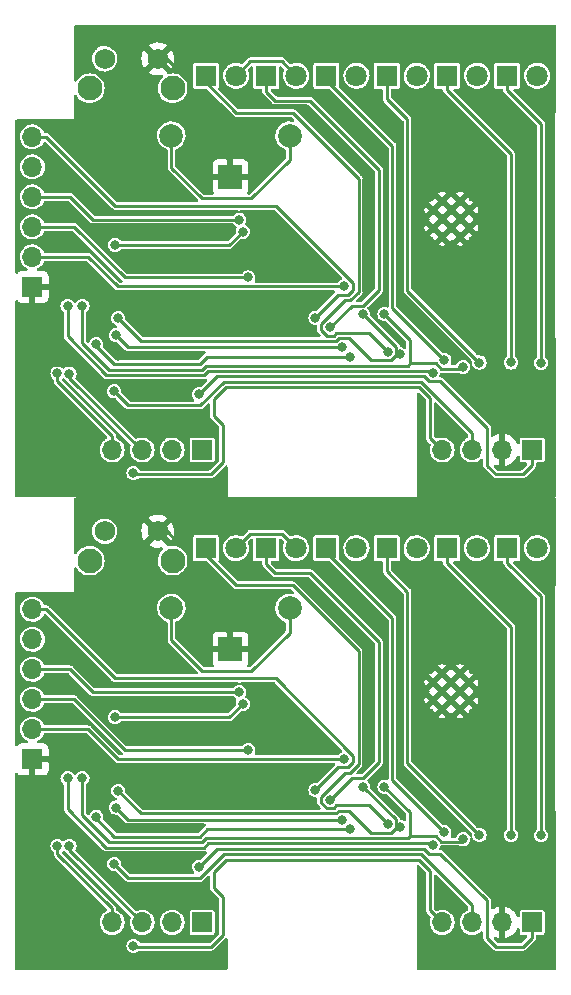
<source format=gbr>
%TF.GenerationSoftware,KiCad,Pcbnew,6.0.11-2627ca5db0~126~ubuntu20.04.1*%
%TF.CreationDate,2024-10-06T15:55:14-05:00*%
%TF.ProjectId,,58585858-5858-4585-9858-585858585858,rev?*%
%TF.SameCoordinates,Original*%
%TF.FileFunction,Copper,L2,Bot*%
%TF.FilePolarity,Positive*%
%FSLAX46Y46*%
G04 Gerber Fmt 4.6, Leading zero omitted, Abs format (unit mm)*
G04 Created by KiCad (PCBNEW 6.0.11-2627ca5db0~126~ubuntu20.04.1) date 2024-10-06 15:55:14*
%MOMM*%
%LPD*%
G01*
G04 APERTURE LIST*
%TA.AperFunction,ComponentPad*%
%ADD10R,1.800000X1.800000*%
%TD*%
%TA.AperFunction,ComponentPad*%
%ADD11C,1.800000*%
%TD*%
%TA.AperFunction,ComponentPad*%
%ADD12R,1.700000X1.700000*%
%TD*%
%TA.AperFunction,ComponentPad*%
%ADD13O,1.700000X1.700000*%
%TD*%
%TA.AperFunction,ComponentPad*%
%ADD14C,2.100000*%
%TD*%
%TA.AperFunction,ComponentPad*%
%ADD15C,1.750000*%
%TD*%
%TA.AperFunction,HeatsinkPad*%
%ADD16C,0.475000*%
%TD*%
%TA.AperFunction,ComponentPad*%
%ADD17C,2.000000*%
%TD*%
%TA.AperFunction,ComponentPad*%
%ADD18R,2.000000X2.000000*%
%TD*%
%TA.AperFunction,ViaPad*%
%ADD19C,0.800000*%
%TD*%
%TA.AperFunction,Conductor*%
%ADD20C,0.250000*%
%TD*%
G04 APERTURE END LIST*
D10*
%TO.P,D6,1,K*%
%TO.N,Net-(D6-Pad1)*%
X102828000Y-81149000D03*
D11*
%TO.P,D6,2,A*%
%TO.N,+3.3V*%
X105368000Y-81149000D03*
%TD*%
D10*
%TO.P,D5,1,K*%
%TO.N,Net-(D5-Pad1)*%
X107928000Y-81149000D03*
D11*
%TO.P,D5,2,A*%
%TO.N,+3.3V*%
X110468000Y-81149000D03*
%TD*%
D12*
%TO.P,J2,1,Pin_1*%
%TO.N,+5V*%
X130445000Y-112829000D03*
D13*
%TO.P,J2,2,Pin_2*%
%TO.N,GND*%
X127905000Y-112829000D03*
%TO.P,J2,3,Pin_3*%
%TO.N,Net-(J2-Pad3)*%
X125365000Y-112829000D03*
%TO.P,J2,4,Pin_4*%
%TO.N,Net-(J2-Pad4)*%
X122825000Y-112829000D03*
%TD*%
D14*
%TO.P,SW1,*%
%TO.N,*%
X100005000Y-82206500D03*
X92995000Y-82206500D03*
D15*
%TO.P,SW1,1,1*%
%TO.N,/STP_SW*%
X94245000Y-79716500D03*
%TO.P,SW1,2,2*%
%TO.N,GND*%
X98745000Y-79716500D03*
%TD*%
D10*
%TO.P,D1,1,K*%
%TO.N,Net-(D1-Pad1)*%
X128328000Y-81149000D03*
D11*
%TO.P,D1,2,A*%
%TO.N,+3.3V*%
X130868000Y-81149000D03*
%TD*%
D12*
%TO.P,J1,1,Pin_1*%
%TO.N,Net-(J1-Pad1)*%
X102505000Y-112829000D03*
D13*
%TO.P,J1,2,Pin_2*%
%TO.N,Net-(J1-Pad2)*%
X99965000Y-112829000D03*
%TO.P,J1,3,Pin_3*%
%TO.N,Net-(J1-Pad3)*%
X97425000Y-112829000D03*
%TO.P,J1,4,Pin_4*%
%TO.N,Net-(J1-Pad4)*%
X94885000Y-112829000D03*
%TD*%
D16*
%TO.P,U1,39,GND*%
%TO.N,GND*%
X124354500Y-91738000D03*
X122829500Y-91738000D03*
X125117000Y-92500500D03*
X123592000Y-92500500D03*
X124354500Y-94788000D03*
X124354500Y-93263000D03*
X122067000Y-92500500D03*
X123592000Y-94025500D03*
X125117000Y-94025500D03*
X122829500Y-94788000D03*
X122829500Y-93263000D03*
X122067000Y-94025500D03*
%TD*%
D10*
%TO.P,D4,1,K*%
%TO.N,Net-(D4-Pad1)*%
X113028000Y-81149000D03*
D11*
%TO.P,D4,2,A*%
%TO.N,+3.3V*%
X115568000Y-81149000D03*
%TD*%
D17*
%TO.P,BT1,1,+*%
%TO.N,+BATT*%
X99902000Y-86224000D03*
X109902000Y-86224000D03*
D18*
%TO.P,BT1,2,-*%
%TO.N,GND*%
X104902000Y-89724000D03*
%TD*%
D12*
%TO.P,J3,1,Pin_1*%
%TO.N,GND*%
X88138000Y-99023000D03*
D13*
%TO.P,J3,2,Pin_2*%
%TO.N,/ESP_TXD*%
X88138000Y-96483000D03*
%TO.P,J3,3,Pin_3*%
%TO.N,/ESP_RXD*%
X88138000Y-93943000D03*
%TO.P,J3,4,Pin_4*%
%TO.N,+3.3V*%
X88138000Y-91403000D03*
%TO.P,J3,5,Pin_5*%
%TO.N,/ESP_EN*%
X88138000Y-88863000D03*
%TO.P,J3,6,Pin_6*%
%TO.N,/ESP_IO0*%
X88138000Y-86323000D03*
%TD*%
D10*
%TO.P,D2,1,K*%
%TO.N,Net-(D2-Pad1)*%
X123228000Y-81149000D03*
D11*
%TO.P,D2,2,A*%
%TO.N,/STP_LED*%
X125768000Y-81149000D03*
%TD*%
D10*
%TO.P,D3,1,K*%
%TO.N,Net-(D3-Pad1)*%
X118128000Y-81149000D03*
D11*
%TO.P,D3,2,A*%
%TO.N,+3.3V*%
X120668000Y-81149000D03*
%TD*%
D10*
%TO.P,D3,1,K*%
%TO.N,Net-(D3-Pad1)*%
X118128000Y-41149000D03*
D11*
%TO.P,D3,2,A*%
%TO.N,+3.3V*%
X120668000Y-41149000D03*
%TD*%
D17*
%TO.P,BT1,1,+*%
%TO.N,+BATT*%
X99902000Y-46224000D03*
X109902000Y-46224000D03*
D18*
%TO.P,BT1,2,-*%
%TO.N,GND*%
X104902000Y-49724000D03*
%TD*%
D12*
%TO.P,J3,1,Pin_1*%
%TO.N,GND*%
X88138000Y-59023000D03*
D13*
%TO.P,J3,2,Pin_2*%
%TO.N,/ESP_TXD*%
X88138000Y-56483000D03*
%TO.P,J3,3,Pin_3*%
%TO.N,/ESP_RXD*%
X88138000Y-53943000D03*
%TO.P,J3,4,Pin_4*%
%TO.N,+3.3V*%
X88138000Y-51403000D03*
%TO.P,J3,5,Pin_5*%
%TO.N,/ESP_EN*%
X88138000Y-48863000D03*
%TO.P,J3,6,Pin_6*%
%TO.N,/ESP_IO0*%
X88138000Y-46323000D03*
%TD*%
D10*
%TO.P,D2,1,K*%
%TO.N,Net-(D2-Pad1)*%
X123228000Y-41149000D03*
D11*
%TO.P,D2,2,A*%
%TO.N,/STP_LED*%
X125768000Y-41149000D03*
%TD*%
D10*
%TO.P,D4,1,K*%
%TO.N,Net-(D4-Pad1)*%
X113028000Y-41149000D03*
D11*
%TO.P,D4,2,A*%
%TO.N,+3.3V*%
X115568000Y-41149000D03*
%TD*%
D16*
%TO.P,U1,39,GND*%
%TO.N,GND*%
X124354500Y-51738000D03*
X122829500Y-51738000D03*
X125117000Y-52500500D03*
X123592000Y-52500500D03*
X124354500Y-54788000D03*
X124354500Y-53263000D03*
X122067000Y-52500500D03*
X123592000Y-54025500D03*
X125117000Y-54025500D03*
X122829500Y-54788000D03*
X122829500Y-53263000D03*
X122067000Y-54025500D03*
%TD*%
D12*
%TO.P,J1,1,Pin_1*%
%TO.N,Net-(J1-Pad1)*%
X102505000Y-72829000D03*
D13*
%TO.P,J1,2,Pin_2*%
%TO.N,Net-(J1-Pad2)*%
X99965000Y-72829000D03*
%TO.P,J1,3,Pin_3*%
%TO.N,Net-(J1-Pad3)*%
X97425000Y-72829000D03*
%TO.P,J1,4,Pin_4*%
%TO.N,Net-(J1-Pad4)*%
X94885000Y-72829000D03*
%TD*%
D10*
%TO.P,D1,1,K*%
%TO.N,Net-(D1-Pad1)*%
X128328000Y-41149000D03*
D11*
%TO.P,D1,2,A*%
%TO.N,+3.3V*%
X130868000Y-41149000D03*
%TD*%
D14*
%TO.P,SW1,*%
%TO.N,*%
X100005000Y-42206500D03*
X92995000Y-42206500D03*
D15*
%TO.P,SW1,1,1*%
%TO.N,/STP_SW*%
X94245000Y-39716500D03*
%TO.P,SW1,2,2*%
%TO.N,GND*%
X98745000Y-39716500D03*
%TD*%
D12*
%TO.P,J2,1,Pin_1*%
%TO.N,+5V*%
X130445000Y-72829000D03*
D13*
%TO.P,J2,2,Pin_2*%
%TO.N,GND*%
X127905000Y-72829000D03*
%TO.P,J2,3,Pin_3*%
%TO.N,Net-(J2-Pad3)*%
X125365000Y-72829000D03*
%TO.P,J2,4,Pin_4*%
%TO.N,Net-(J2-Pad4)*%
X122825000Y-72829000D03*
%TD*%
D10*
%TO.P,D5,1,K*%
%TO.N,Net-(D5-Pad1)*%
X107928000Y-41149000D03*
D11*
%TO.P,D5,2,A*%
%TO.N,+3.3V*%
X110468000Y-41149000D03*
%TD*%
D10*
%TO.P,D6,1,K*%
%TO.N,Net-(D6-Pad1)*%
X102828000Y-41149000D03*
D11*
%TO.P,D6,2,A*%
%TO.N,+3.3V*%
X105368000Y-41149000D03*
%TD*%
D19*
%TO.N,Net-(J2-Pad4)*%
X96686300Y-114808500D03*
%TO.N,Net-(J2-Pad3)*%
X95059300Y-107867200D03*
%TO.N,Net-(J1-Pad4)*%
X90253300Y-106355500D03*
%TO.N,Net-(J1-Pad3)*%
X91262100Y-106360200D03*
%TO.N,/I2C0_SCL*%
X95125300Y-95467000D03*
X105936200Y-94346900D03*
%TO.N,Net-(U1-Pad27)*%
X95199300Y-103106600D03*
X114338100Y-104127800D03*
%TO.N,/ESP_IO0*%
X112095900Y-101629700D03*
%TO.N,/ESP_RXD*%
X106406900Y-98228400D03*
%TO.N,/ESP_TXD*%
X114534000Y-98987500D03*
%TO.N,/RX1_LED*%
X93532100Y-103872700D03*
X115037800Y-104962200D03*
%TO.N,Net-(D6-Pad1)*%
X118199700Y-104503400D03*
%TO.N,Net-(D5-Pad1)*%
X113344300Y-102433000D03*
%TO.N,Net-(D4-Pad1)*%
X123009000Y-105205700D03*
%TO.N,Net-(U1-Pad31)*%
X122038900Y-106301300D03*
X91111200Y-100637400D03*
%TO.N,/TX2_LED*%
X124598400Y-105801500D03*
X92361000Y-100632900D03*
X117936400Y-101338700D03*
%TO.N,Net-(D3-Pad1)*%
X125984000Y-105431500D03*
%TO.N,Net-(D2-Pad1)*%
X128651000Y-105427800D03*
%TO.N,Net-(D1-Pad1)*%
X131191000Y-105457500D03*
%TO.N,+5V*%
X102266273Y-108110429D03*
%TO.N,+3.3V*%
X105644800Y-93330200D03*
%TO.N,/RX2_LED*%
X119216000Y-104728500D03*
X95386700Y-101683700D03*
X116144300Y-101337200D03*
%TO.N,GND*%
X95406200Y-104852100D03*
X92929200Y-97984600D03*
X92929200Y-57984600D03*
X95406200Y-64852100D03*
%TO.N,+3.3V*%
X105644800Y-53330200D03*
%TO.N,+5V*%
X102266273Y-68110429D03*
%TO.N,Net-(D1-Pad1)*%
X131191000Y-65457500D03*
%TO.N,Net-(D2-Pad1)*%
X128651000Y-65427800D03*
%TO.N,Net-(D3-Pad1)*%
X125984000Y-65431500D03*
%TO.N,/TX2_LED*%
X117936400Y-61338700D03*
X92361000Y-60632900D03*
X124598400Y-65801500D03*
%TO.N,Net-(U1-Pad31)*%
X91111200Y-60637400D03*
X122038900Y-66301300D03*
%TO.N,Net-(D4-Pad1)*%
X123009000Y-65205700D03*
%TO.N,Net-(D5-Pad1)*%
X113344300Y-62433000D03*
%TO.N,Net-(D6-Pad1)*%
X118199700Y-64503400D03*
%TO.N,/RX2_LED*%
X116144300Y-61337200D03*
X95386700Y-61683700D03*
X119216000Y-64728500D03*
%TO.N,/RX1_LED*%
X115037800Y-64962200D03*
X93532100Y-63872700D03*
%TO.N,/ESP_TXD*%
X114534000Y-58987500D03*
%TO.N,/ESP_RXD*%
X106406900Y-58228400D03*
%TO.N,/ESP_IO0*%
X112095900Y-61629700D03*
%TO.N,Net-(U1-Pad27)*%
X114338100Y-64127800D03*
X95199300Y-63106600D03*
%TO.N,/I2C0_SCL*%
X105936200Y-54346900D03*
X95125300Y-55467000D03*
%TO.N,Net-(J1-Pad3)*%
X91262100Y-66360200D03*
%TO.N,Net-(J1-Pad4)*%
X90253300Y-66355500D03*
%TO.N,Net-(J2-Pad3)*%
X95059300Y-67867200D03*
%TO.N,Net-(J2-Pad4)*%
X96686300Y-74808500D03*
%TD*%
D20*
%TO.N,Net-(J2-Pad4)*%
X96775800Y-114898000D02*
X103251000Y-114898000D01*
X103505000Y-108533300D02*
X104524700Y-107513600D01*
X121793000Y-108445100D02*
X121793000Y-111797000D01*
X104267000Y-113882000D02*
X104267000Y-110707000D01*
X96686300Y-114808500D02*
X96775800Y-114898000D01*
X121793000Y-111797000D02*
X122825000Y-112829000D01*
X104524700Y-107513600D02*
X120861500Y-107513600D01*
X103505000Y-109945000D02*
X103505000Y-108533300D01*
X120861500Y-107513600D02*
X121793000Y-108445100D01*
X103251000Y-114898000D02*
X104267000Y-113882000D01*
X104267000Y-110707000D02*
X103505000Y-109945000D01*
%TO.N,Net-(J2-Pad3)*%
X121023400Y-107038600D02*
X104362700Y-107038600D01*
X125365000Y-112829000D02*
X125365000Y-111380200D01*
X104362700Y-107038600D02*
X102345300Y-109056000D01*
X96248100Y-109056000D02*
X95059300Y-107867200D01*
X125365000Y-111380200D02*
X121023400Y-107038600D01*
X102345300Y-109056000D02*
X96248100Y-109056000D01*
%TO.N,Net-(J1-Pad4)*%
X90253300Y-107022000D02*
X90253300Y-106355500D01*
X94885000Y-112829000D02*
X94885000Y-111653700D01*
X94885000Y-111653700D02*
X90253300Y-107022000D01*
%TO.N,Net-(J1-Pad3)*%
X97372000Y-112829000D02*
X91262100Y-106719100D01*
X97425000Y-112829000D02*
X97372000Y-112829000D01*
X91262100Y-106719100D02*
X91262100Y-106360200D01*
%TO.N,/I2C0_SCL*%
X104816100Y-95467000D02*
X105936200Y-94346900D01*
X95125300Y-95467000D02*
X104816100Y-95467000D01*
%TO.N,Net-(U1-Pad27)*%
X95199300Y-103106600D02*
X96220500Y-104127800D01*
X96220500Y-104127800D02*
X114338100Y-104127800D01*
%TO.N,/ESP_IO0*%
X115301700Y-99262500D02*
X114851400Y-99712800D01*
X89313300Y-86323000D02*
X95155300Y-92165000D01*
X88138000Y-86323000D02*
X89313300Y-86323000D01*
X115301700Y-98712500D02*
X115301700Y-99262500D01*
X108754200Y-92165000D02*
X115301700Y-98712500D01*
X114012800Y-99712800D02*
X112095900Y-101629700D01*
X95155300Y-92165000D02*
X108754200Y-92165000D01*
X114851400Y-99712800D02*
X114012800Y-99712800D01*
%TO.N,/ESP_RXD*%
X91694000Y-93943000D02*
X95979400Y-98228400D01*
X95979400Y-98228400D02*
X106406900Y-98228400D01*
X88138000Y-93943000D02*
X91694000Y-93943000D01*
%TO.N,/ESP_TXD*%
X92837000Y-96483000D02*
X88138000Y-96483000D01*
X114534000Y-98987500D02*
X95341500Y-98987500D01*
X95341500Y-98987500D02*
X92837000Y-96483000D01*
%TO.N,+BATT*%
X99902000Y-88943000D02*
X99902000Y-86224000D01*
X109902000Y-88308000D02*
X106680000Y-91530000D01*
X109902000Y-86224000D02*
X109902000Y-88308000D01*
X102489000Y-91530000D02*
X99902000Y-88943000D01*
X106680000Y-91530000D02*
X102489000Y-91530000D01*
%TO.N,/RX1_LED*%
X95076800Y-105577500D02*
X93532100Y-104032800D01*
X93532100Y-104032800D02*
X93532100Y-103872700D01*
X102302000Y-105577500D02*
X95076800Y-105577500D01*
X102917300Y-104962200D02*
X102302000Y-105577500D01*
X115037800Y-104962200D02*
X102917300Y-104962200D01*
%TO.N,/RX2_LED*%
X118925100Y-104728500D02*
X118925100Y-104118000D01*
X95386700Y-101683700D02*
X97311600Y-103608600D01*
X114065200Y-103374800D02*
X114920100Y-103374800D01*
X114920100Y-103374800D02*
X116774100Y-105228800D01*
X116774100Y-105228800D02*
X118531000Y-105228800D01*
X118925100Y-104118000D02*
X116144300Y-101337200D01*
X97311600Y-103608600D02*
X113831400Y-103608600D01*
X118925100Y-104728500D02*
X119216000Y-104728500D01*
X118531000Y-105228800D02*
X118925100Y-104834700D01*
%TO.N,Net-(D6-Pad1)*%
X113644800Y-103158300D02*
X113043900Y-103158300D01*
X113878600Y-102924500D02*
X113644800Y-103158300D01*
X115752000Y-99453000D02*
X115752000Y-89876250D01*
X112571400Y-102180000D02*
X114588300Y-100163100D01*
X105410000Y-84291000D02*
X102828000Y-81709000D01*
X116620800Y-102924500D02*
X113878600Y-102924500D01*
X110166750Y-84291000D02*
X105410000Y-84291000D01*
X112571400Y-102685800D02*
X112571400Y-102180000D01*
X113043900Y-103158300D02*
X112571400Y-102685800D01*
X114588300Y-100163100D02*
X115041900Y-100163100D01*
X115752000Y-89876250D02*
X110166750Y-84291000D01*
X118199700Y-104503400D02*
X116620800Y-102924500D01*
X102828000Y-81709000D02*
X102828000Y-81149000D01*
X115041900Y-100163100D02*
X115752000Y-99453000D01*
%TO.N,Net-(D5-Pad1)*%
X107928000Y-82491000D02*
X108689300Y-83252300D01*
X108689300Y-83252300D02*
X111610300Y-83252300D01*
X111610300Y-83252300D02*
X117475000Y-89117000D01*
X116139800Y-100612200D02*
X115165100Y-100612200D01*
X117475000Y-89117000D02*
X117475000Y-99277000D01*
X107928000Y-81149000D02*
X107928000Y-82491000D01*
X117475000Y-99277000D02*
X116139800Y-100612200D01*
X115165100Y-100612200D02*
X113344300Y-102433000D01*
%TO.N,Net-(D4-Pad1)*%
X113028000Y-81149000D02*
X113028000Y-81495000D01*
X118618000Y-100814700D02*
X123009000Y-105205700D01*
X113028000Y-81495000D02*
X118618000Y-87085000D01*
X118618000Y-87085000D02*
X118618000Y-100814700D01*
%TO.N,Net-(U1-Pad31)*%
X102656900Y-106496400D02*
X94393600Y-106496400D01*
X103015400Y-106137900D02*
X102656900Y-106496400D01*
X94393600Y-106496400D02*
X91111200Y-103214000D01*
X122038900Y-106301300D02*
X121875500Y-106137900D01*
X121875500Y-106137900D02*
X103015400Y-106137900D01*
X91111200Y-103214000D02*
X91111200Y-100637400D01*
%TO.N,/TX2_LED*%
X122749900Y-105986500D02*
X122270900Y-105507500D01*
X102828900Y-105687500D02*
X102488500Y-106027900D01*
X124598400Y-105801500D02*
X124413400Y-105986500D01*
X120103100Y-105507500D02*
X119923100Y-105687500D01*
%TO.N,Net-(D3-Pad1)*%
X119888000Y-99335500D02*
X119888000Y-84847650D01*
X119888000Y-84847650D02*
X118128000Y-83087650D01*
X118128000Y-83087650D02*
X118128000Y-81149000D01*
X125984000Y-105431500D02*
X119888000Y-99335500D01*
%TO.N,Net-(D2-Pad1)*%
X128651000Y-87797300D02*
X128651000Y-105427800D01*
X123228000Y-81149000D02*
X123228000Y-82374300D01*
X123228000Y-82374300D02*
X128651000Y-87797300D01*
%TO.N,Net-(D1-Pad1)*%
X128328000Y-82374300D02*
X131191000Y-85237300D01*
X131191000Y-85237300D02*
X131191000Y-105457500D01*
X128328000Y-81149000D02*
X128328000Y-82374300D01*
%TO.N,+5V*%
X103788502Y-106588200D02*
X121313900Y-106588200D01*
X126635000Y-114152000D02*
X127381000Y-114898000D01*
X121313900Y-106588200D02*
X121313900Y-106601605D01*
X129667000Y-114898000D02*
X130445000Y-114120000D01*
X102266273Y-108110429D02*
X103788502Y-106588200D01*
X121313900Y-106601605D02*
X121738595Y-107026300D01*
X122684300Y-107026300D02*
X126635000Y-110977000D01*
X127381000Y-114898000D02*
X129667000Y-114898000D01*
X130445000Y-114120000D02*
X130445000Y-112829000D01*
X126635000Y-110977000D02*
X126635000Y-114152000D01*
X121738595Y-107026300D02*
X122684300Y-107026300D01*
%TO.N,+3.3V*%
X106593400Y-79923600D02*
X109242600Y-79923600D01*
X93240200Y-93330200D02*
X105644800Y-93330200D01*
X88138000Y-91403000D02*
X91313000Y-91403000D01*
X105368000Y-81149000D02*
X106593400Y-79923600D01*
X109242600Y-79923600D02*
X110468000Y-81149000D01*
X91313000Y-91403000D02*
X93240200Y-93330200D01*
%TO.N,GND*%
X101491500Y-81715900D02*
X101491500Y-84988200D01*
X104902000Y-89724000D02*
X104902000Y-88398700D01*
X92929200Y-99023000D02*
X89313300Y-99023000D01*
X98745000Y-79716500D02*
X99492100Y-79716500D01*
X88138000Y-99023000D02*
X89313300Y-99023000D01*
X124354500Y-94788000D02*
X127905000Y-98338500D01*
X101491500Y-84988200D02*
X104902000Y-88398700D01*
X94474000Y-100567800D02*
X94474000Y-103919900D01*
X99492100Y-79716500D02*
X101491500Y-81715900D01*
X127905000Y-98338500D02*
X127905000Y-112829000D01*
X92929200Y-99023000D02*
X94474000Y-100567800D01*
X94474000Y-103919900D02*
X95406200Y-104852100D01*
X92929200Y-99023000D02*
X92929200Y-97984600D01*
%TO.N,/RX2_LED*%
X118925100Y-104834700D02*
X118925100Y-104728500D01*
X113831400Y-103608600D02*
X114065200Y-103374800D01*
%TO.N,/TX2_LED*%
X120103100Y-103505400D02*
X117936400Y-101338700D01*
X102488500Y-106027900D02*
X94633200Y-106027900D01*
X120103100Y-105507500D02*
X120103100Y-103505400D01*
X119923100Y-105687500D02*
X102828900Y-105687500D01*
X124413400Y-105986500D02*
X122749900Y-105986500D01*
X92361000Y-103755700D02*
X92361000Y-100632900D01*
X94633200Y-106027900D02*
X92361000Y-103755700D01*
X122270900Y-105507500D02*
X120103100Y-105507500D01*
%TO.N,GND*%
X92929200Y-59023000D02*
X92929200Y-57984600D01*
X94474000Y-63919900D02*
X95406200Y-64852100D01*
X92929200Y-59023000D02*
X94474000Y-60567800D01*
X127905000Y-58338500D02*
X127905000Y-72829000D01*
X99492100Y-39716500D02*
X101491500Y-41715900D01*
X94474000Y-60567800D02*
X94474000Y-63919900D01*
X101491500Y-44988200D02*
X104902000Y-48398700D01*
X124354500Y-54788000D02*
X127905000Y-58338500D01*
X88138000Y-59023000D02*
X89313300Y-59023000D01*
X98745000Y-39716500D02*
X99492100Y-39716500D01*
X92929200Y-59023000D02*
X89313300Y-59023000D01*
X104902000Y-49724000D02*
X104902000Y-48398700D01*
X101491500Y-41715900D02*
X101491500Y-44988200D01*
%TO.N,+3.3V*%
X91313000Y-51403000D02*
X93240200Y-53330200D01*
X109242600Y-39923600D02*
X110468000Y-41149000D01*
X105368000Y-41149000D02*
X106593400Y-39923600D01*
X88138000Y-51403000D02*
X91313000Y-51403000D01*
X93240200Y-53330200D02*
X105644800Y-53330200D01*
X106593400Y-39923600D02*
X109242600Y-39923600D01*
%TO.N,+5V*%
X121738595Y-67026300D02*
X122684300Y-67026300D01*
X126635000Y-70977000D02*
X126635000Y-74152000D01*
X130445000Y-74120000D02*
X130445000Y-72829000D01*
X127381000Y-74898000D02*
X129667000Y-74898000D01*
X122684300Y-67026300D02*
X126635000Y-70977000D01*
X121313900Y-66601605D02*
X121738595Y-67026300D01*
X102266273Y-68110429D02*
X103788502Y-66588200D01*
X129667000Y-74898000D02*
X130445000Y-74120000D01*
X121313900Y-66588200D02*
X121313900Y-66601605D01*
X126635000Y-74152000D02*
X127381000Y-74898000D01*
X103788502Y-66588200D02*
X121313900Y-66588200D01*
%TO.N,Net-(D1-Pad1)*%
X128328000Y-41149000D02*
X128328000Y-42374300D01*
X131191000Y-45237300D02*
X131191000Y-65457500D01*
X128328000Y-42374300D02*
X131191000Y-45237300D01*
%TO.N,Net-(D2-Pad1)*%
X123228000Y-42374300D02*
X128651000Y-47797300D01*
X123228000Y-41149000D02*
X123228000Y-42374300D01*
X128651000Y-47797300D02*
X128651000Y-65427800D01*
%TO.N,Net-(D3-Pad1)*%
X125984000Y-65431500D02*
X119888000Y-59335500D01*
X118128000Y-43087650D02*
X118128000Y-41149000D01*
X119888000Y-44847650D02*
X118128000Y-43087650D01*
X119888000Y-59335500D02*
X119888000Y-44847650D01*
%TO.N,/TX2_LED*%
X120103100Y-65507500D02*
X119923100Y-65687500D01*
X124598400Y-65801500D02*
X124413400Y-65986500D01*
X102828900Y-65687500D02*
X102488500Y-66027900D01*
X122749900Y-65986500D02*
X122270900Y-65507500D01*
X122270900Y-65507500D02*
X120103100Y-65507500D01*
X94633200Y-66027900D02*
X92361000Y-63755700D01*
X92361000Y-63755700D02*
X92361000Y-60632900D01*
X124413400Y-65986500D02*
X122749900Y-65986500D01*
X119923100Y-65687500D02*
X102828900Y-65687500D01*
X120103100Y-65507500D02*
X120103100Y-63505400D01*
X102488500Y-66027900D02*
X94633200Y-66027900D01*
X120103100Y-63505400D02*
X117936400Y-61338700D01*
%TO.N,Net-(U1-Pad31)*%
X91111200Y-63214000D02*
X91111200Y-60637400D01*
X121875500Y-66137900D02*
X103015400Y-66137900D01*
X122038900Y-66301300D02*
X121875500Y-66137900D01*
X94393600Y-66496400D02*
X91111200Y-63214000D01*
X103015400Y-66137900D02*
X102656900Y-66496400D01*
X102656900Y-66496400D02*
X94393600Y-66496400D01*
%TO.N,Net-(D4-Pad1)*%
X118618000Y-47085000D02*
X118618000Y-60814700D01*
X113028000Y-41495000D02*
X118618000Y-47085000D01*
X118618000Y-60814700D02*
X123009000Y-65205700D01*
X113028000Y-41149000D02*
X113028000Y-41495000D01*
%TO.N,Net-(D5-Pad1)*%
X115165100Y-60612200D02*
X113344300Y-62433000D01*
X117475000Y-59277000D02*
X116139800Y-60612200D01*
X107928000Y-41149000D02*
X107928000Y-42491000D01*
X117475000Y-49117000D02*
X117475000Y-59277000D01*
X116139800Y-60612200D02*
X115165100Y-60612200D01*
X111610300Y-43252300D02*
X117475000Y-49117000D01*
X108689300Y-43252300D02*
X111610300Y-43252300D01*
X107928000Y-42491000D02*
X108689300Y-43252300D01*
%TO.N,Net-(D6-Pad1)*%
X115041900Y-60163100D02*
X115752000Y-59453000D01*
X102828000Y-41709000D02*
X102828000Y-41149000D01*
X118199700Y-64503400D02*
X116620800Y-62924500D01*
X115752000Y-49876250D02*
X110166750Y-44291000D01*
X114588300Y-60163100D02*
X115041900Y-60163100D01*
X113043900Y-63158300D02*
X112571400Y-62685800D01*
X112571400Y-62685800D02*
X112571400Y-62180000D01*
X110166750Y-44291000D02*
X105410000Y-44291000D01*
X116620800Y-62924500D02*
X113878600Y-62924500D01*
X105410000Y-44291000D02*
X102828000Y-41709000D01*
X112571400Y-62180000D02*
X114588300Y-60163100D01*
X115752000Y-59453000D02*
X115752000Y-49876250D01*
X113878600Y-62924500D02*
X113644800Y-63158300D01*
X113644800Y-63158300D02*
X113043900Y-63158300D01*
%TO.N,/RX2_LED*%
X113831400Y-63608600D02*
X114065200Y-63374800D01*
X118925100Y-64834700D02*
X118925100Y-64728500D01*
X118531000Y-65228800D02*
X118925100Y-64834700D01*
X118925100Y-64728500D02*
X119216000Y-64728500D01*
X97311600Y-63608600D02*
X113831400Y-63608600D01*
X118925100Y-64118000D02*
X116144300Y-61337200D01*
X116774100Y-65228800D02*
X118531000Y-65228800D01*
X114920100Y-63374800D02*
X116774100Y-65228800D01*
X114065200Y-63374800D02*
X114920100Y-63374800D01*
X95386700Y-61683700D02*
X97311600Y-63608600D01*
X118925100Y-64728500D02*
X118925100Y-64118000D01*
%TO.N,/RX1_LED*%
X115037800Y-64962200D02*
X102917300Y-64962200D01*
X102917300Y-64962200D02*
X102302000Y-65577500D01*
X102302000Y-65577500D02*
X95076800Y-65577500D01*
X93532100Y-64032800D02*
X93532100Y-63872700D01*
X95076800Y-65577500D02*
X93532100Y-64032800D01*
%TO.N,+BATT*%
X106680000Y-51530000D02*
X102489000Y-51530000D01*
X102489000Y-51530000D02*
X99902000Y-48943000D01*
X109902000Y-46224000D02*
X109902000Y-48308000D01*
X109902000Y-48308000D02*
X106680000Y-51530000D01*
X99902000Y-48943000D02*
X99902000Y-46224000D01*
%TO.N,/ESP_TXD*%
X95341500Y-58987500D02*
X92837000Y-56483000D01*
X114534000Y-58987500D02*
X95341500Y-58987500D01*
X92837000Y-56483000D02*
X88138000Y-56483000D01*
%TO.N,/ESP_RXD*%
X88138000Y-53943000D02*
X91694000Y-53943000D01*
X95979400Y-58228400D02*
X106406900Y-58228400D01*
X91694000Y-53943000D02*
X95979400Y-58228400D01*
%TO.N,/ESP_IO0*%
X114851400Y-59712800D02*
X114012800Y-59712800D01*
X95155300Y-52165000D02*
X108754200Y-52165000D01*
X114012800Y-59712800D02*
X112095900Y-61629700D01*
X108754200Y-52165000D02*
X115301700Y-58712500D01*
X115301700Y-58712500D02*
X115301700Y-59262500D01*
X88138000Y-46323000D02*
X89313300Y-46323000D01*
X89313300Y-46323000D02*
X95155300Y-52165000D01*
X115301700Y-59262500D02*
X114851400Y-59712800D01*
%TO.N,Net-(U1-Pad27)*%
X96220500Y-64127800D02*
X114338100Y-64127800D01*
X95199300Y-63106600D02*
X96220500Y-64127800D01*
%TO.N,/I2C0_SCL*%
X95125300Y-55467000D02*
X104816100Y-55467000D01*
X104816100Y-55467000D02*
X105936200Y-54346900D01*
%TO.N,Net-(J1-Pad3)*%
X91262100Y-66719100D02*
X91262100Y-66360200D01*
X97425000Y-72829000D02*
X97372000Y-72829000D01*
X97372000Y-72829000D02*
X91262100Y-66719100D01*
%TO.N,Net-(J1-Pad4)*%
X94885000Y-71653700D02*
X90253300Y-67022000D01*
X94885000Y-72829000D02*
X94885000Y-71653700D01*
X90253300Y-67022000D02*
X90253300Y-66355500D01*
%TO.N,Net-(J2-Pad3)*%
X102345300Y-69056000D02*
X96248100Y-69056000D01*
X125365000Y-71380200D02*
X121023400Y-67038600D01*
X96248100Y-69056000D02*
X95059300Y-67867200D01*
X104362700Y-67038600D02*
X102345300Y-69056000D01*
X125365000Y-72829000D02*
X125365000Y-71380200D01*
X121023400Y-67038600D02*
X104362700Y-67038600D01*
%TO.N,Net-(J2-Pad4)*%
X104267000Y-70707000D02*
X103505000Y-69945000D01*
X103251000Y-74898000D02*
X104267000Y-73882000D01*
X120861500Y-67513600D02*
X121793000Y-68445100D01*
X103505000Y-69945000D02*
X103505000Y-68533300D01*
X104524700Y-67513600D02*
X120861500Y-67513600D01*
X121793000Y-71797000D02*
X122825000Y-72829000D01*
X96686300Y-74808500D02*
X96775800Y-74898000D01*
X104267000Y-73882000D02*
X104267000Y-70707000D01*
X121793000Y-68445100D02*
X121793000Y-71797000D01*
X103505000Y-68533300D02*
X104524700Y-67513600D01*
X96775800Y-74898000D02*
X103251000Y-74898000D01*
%TD*%
%TA.AperFunction,Conductor*%
%TO.N,GND*%
G36*
X92718105Y-56828502D02*
G01*
X92739079Y-56845405D01*
X95097389Y-59203715D01*
X95104816Y-59211819D01*
X95129045Y-59240694D01*
X95138594Y-59246207D01*
X95161685Y-59259539D01*
X95170956Y-59265445D01*
X95201816Y-59287054D01*
X95212466Y-59289908D01*
X95215634Y-59291385D01*
X95218910Y-59292577D01*
X95228455Y-59298088D01*
X95262199Y-59304038D01*
X95265558Y-59304630D01*
X95276285Y-59307008D01*
X95312693Y-59316764D01*
X95323669Y-59315804D01*
X95323672Y-59315804D01*
X95350243Y-59313479D01*
X95361224Y-59313000D01*
X113648084Y-59313000D01*
X113716205Y-59333002D01*
X113762698Y-59386658D01*
X113772802Y-59456932D01*
X113743308Y-59521512D01*
X113737179Y-59528095D01*
X112268283Y-60996991D01*
X112205971Y-61031017D01*
X112162743Y-61032818D01*
X112095900Y-61024018D01*
X111939138Y-61044656D01*
X111793059Y-61105164D01*
X111667618Y-61201418D01*
X111571364Y-61326859D01*
X111510856Y-61472938D01*
X111490218Y-61629700D01*
X111510856Y-61786462D01*
X111571364Y-61932541D01*
X111667618Y-62057982D01*
X111793059Y-62154236D01*
X111939138Y-62214744D01*
X112095900Y-62235382D01*
X112104088Y-62234304D01*
X112112346Y-62234304D01*
X112112346Y-62235775D01*
X112173595Y-62245323D01*
X112226697Y-62292448D01*
X112245900Y-62359309D01*
X112245900Y-62666090D01*
X112245420Y-62677072D01*
X112243330Y-62700964D01*
X112242136Y-62714607D01*
X112244990Y-62725256D01*
X112251891Y-62751010D01*
X112254270Y-62761742D01*
X112260812Y-62798845D01*
X112266323Y-62808390D01*
X112267515Y-62811666D01*
X112268992Y-62814834D01*
X112271846Y-62825484D01*
X112278170Y-62834515D01*
X112293455Y-62856344D01*
X112299361Y-62865615D01*
X112312693Y-62888706D01*
X112318206Y-62898255D01*
X112326651Y-62905341D01*
X112347082Y-62922485D01*
X112355185Y-62929911D01*
X112493279Y-63068005D01*
X112527305Y-63130317D01*
X112522240Y-63201132D01*
X112479693Y-63257968D01*
X112413173Y-63282779D01*
X112404184Y-63283100D01*
X97498616Y-63283100D01*
X97430495Y-63263098D01*
X97409521Y-63246195D01*
X96019409Y-61856083D01*
X95985383Y-61793771D01*
X95983582Y-61750542D01*
X95991304Y-61691888D01*
X95992382Y-61683700D01*
X95971744Y-61526938D01*
X95911236Y-61380859D01*
X95814982Y-61255418D01*
X95689541Y-61159164D01*
X95559174Y-61105164D01*
X95551091Y-61101816D01*
X95543462Y-61098656D01*
X95386700Y-61078018D01*
X95229938Y-61098656D01*
X95222309Y-61101816D01*
X95214226Y-61105164D01*
X95083859Y-61159164D01*
X94958418Y-61255418D01*
X94862164Y-61380859D01*
X94801656Y-61526938D01*
X94781018Y-61683700D01*
X94801656Y-61840462D01*
X94862164Y-61986541D01*
X94958418Y-62111982D01*
X95083859Y-62208236D01*
X95146793Y-62234304D01*
X95213436Y-62261909D01*
X95268717Y-62306458D01*
X95291138Y-62373821D01*
X95273580Y-62442612D01*
X95221617Y-62490991D01*
X95181665Y-62503240D01*
X95042538Y-62521556D01*
X94896459Y-62582064D01*
X94889908Y-62587091D01*
X94781198Y-62670507D01*
X94771018Y-62678318D01*
X94674764Y-62803759D01*
X94614256Y-62949838D01*
X94593618Y-63106600D01*
X94614256Y-63263362D01*
X94674764Y-63409441D01*
X94771018Y-63534882D01*
X94896459Y-63631136D01*
X95042538Y-63691644D01*
X95199300Y-63712282D01*
X95266143Y-63703482D01*
X95336290Y-63714421D01*
X95371683Y-63739309D01*
X95976389Y-64344015D01*
X95983816Y-64352119D01*
X96008045Y-64380994D01*
X96017594Y-64386507D01*
X96040685Y-64399839D01*
X96049956Y-64405745D01*
X96080816Y-64427354D01*
X96091466Y-64430208D01*
X96094634Y-64431685D01*
X96097910Y-64432877D01*
X96107455Y-64438388D01*
X96141199Y-64444338D01*
X96144558Y-64444930D01*
X96155285Y-64447308D01*
X96191693Y-64457064D01*
X96202678Y-64456103D01*
X96202680Y-64456103D01*
X96229228Y-64453780D01*
X96240210Y-64453300D01*
X102676973Y-64453300D01*
X102745094Y-64473302D01*
X102791587Y-64526958D01*
X102801691Y-64597232D01*
X102772197Y-64661812D01*
X102749240Y-64682515D01*
X102746752Y-64684257D01*
X102737485Y-64690161D01*
X102714394Y-64703493D01*
X102704845Y-64709006D01*
X102697759Y-64717451D01*
X102680615Y-64737882D01*
X102673189Y-64745985D01*
X102204079Y-65215095D01*
X102141767Y-65249121D01*
X102114984Y-65252000D01*
X95263816Y-65252000D01*
X95195695Y-65231998D01*
X95174721Y-65215095D01*
X94139169Y-64179543D01*
X94105143Y-64117231D01*
X94111858Y-64042224D01*
X94113984Y-64037092D01*
X94113985Y-64037089D01*
X94117144Y-64029462D01*
X94120371Y-64004955D01*
X94136704Y-63880888D01*
X94137782Y-63872700D01*
X94117144Y-63715938D01*
X94056636Y-63569859D01*
X93960382Y-63444418D01*
X93834941Y-63348164D01*
X93688862Y-63287656D01*
X93664389Y-63284434D01*
X93540288Y-63268096D01*
X93532100Y-63267018D01*
X93523912Y-63268096D01*
X93399812Y-63284434D01*
X93375338Y-63287656D01*
X93229259Y-63348164D01*
X93103818Y-63444418D01*
X93007564Y-63569859D01*
X92978417Y-63640226D01*
X92970748Y-63658741D01*
X92926200Y-63714022D01*
X92858836Y-63736443D01*
X92790045Y-63718885D01*
X92765244Y-63699618D01*
X92723405Y-63657779D01*
X92689379Y-63595467D01*
X92686500Y-63568684D01*
X92686500Y-61202186D01*
X92706502Y-61134065D01*
X92735796Y-61102223D01*
X92782736Y-61066205D01*
X92789282Y-61061182D01*
X92885536Y-60935741D01*
X92946044Y-60789662D01*
X92966682Y-60632900D01*
X92946044Y-60476138D01*
X92885536Y-60330059D01*
X92789282Y-60204618D01*
X92663841Y-60108364D01*
X92528626Y-60052356D01*
X92525391Y-60051016D01*
X92517762Y-60047856D01*
X92361000Y-60027218D01*
X92204238Y-60047856D01*
X92196609Y-60051016D01*
X92193374Y-60052356D01*
X92058159Y-60108364D01*
X91932718Y-60204618D01*
X91836464Y-60330059D01*
X91834401Y-60328476D01*
X91792404Y-60368516D01*
X91722689Y-60381948D01*
X91656780Y-60355557D01*
X91634711Y-60333223D01*
X91544505Y-60215664D01*
X91539482Y-60209118D01*
X91414041Y-60112864D01*
X91267962Y-60052356D01*
X91111200Y-60031718D01*
X90954438Y-60052356D01*
X90808359Y-60112864D01*
X90682918Y-60209118D01*
X90586664Y-60334559D01*
X90526156Y-60480638D01*
X90505518Y-60637400D01*
X90526156Y-60794162D01*
X90586664Y-60940241D01*
X90682918Y-61065682D01*
X90689464Y-61070705D01*
X90736404Y-61106723D01*
X90778271Y-61164061D01*
X90785700Y-61206686D01*
X90785700Y-63194290D01*
X90785220Y-63205272D01*
X90781936Y-63242807D01*
X90790598Y-63275132D01*
X90791691Y-63279210D01*
X90794070Y-63289942D01*
X90800612Y-63327045D01*
X90806123Y-63336590D01*
X90807315Y-63339866D01*
X90808792Y-63343034D01*
X90811646Y-63353684D01*
X90817970Y-63362715D01*
X90833255Y-63384544D01*
X90839161Y-63393815D01*
X90843778Y-63401811D01*
X90858006Y-63426455D01*
X90879413Y-63444418D01*
X90886882Y-63450685D01*
X90894985Y-63458111D01*
X94149489Y-66712615D01*
X94156916Y-66720719D01*
X94181145Y-66749594D01*
X94190694Y-66755107D01*
X94213785Y-66768439D01*
X94223056Y-66774345D01*
X94253916Y-66795954D01*
X94264566Y-66798808D01*
X94267734Y-66800285D01*
X94271010Y-66801477D01*
X94280555Y-66806988D01*
X94314299Y-66812938D01*
X94317658Y-66813530D01*
X94328385Y-66815908D01*
X94364793Y-66825664D01*
X94375769Y-66824704D01*
X94375772Y-66824704D01*
X94402343Y-66822379D01*
X94413324Y-66821900D01*
X102637190Y-66821900D01*
X102648172Y-66822380D01*
X102674720Y-66824703D01*
X102674722Y-66824703D01*
X102685707Y-66825664D01*
X102722115Y-66815908D01*
X102732842Y-66813530D01*
X102736201Y-66812938D01*
X102769945Y-66806988D01*
X102775559Y-66803747D01*
X102843621Y-66799421D01*
X102905661Y-66833940D01*
X102939190Y-66896520D01*
X102933563Y-66967293D01*
X102904956Y-67011420D01*
X102438656Y-67477720D01*
X102376344Y-67511746D01*
X102333116Y-67513547D01*
X102266273Y-67504747D01*
X102109511Y-67525385D01*
X101963432Y-67585893D01*
X101837991Y-67682147D01*
X101832968Y-67688693D01*
X101816283Y-67710438D01*
X101741737Y-67807588D01*
X101681229Y-67953667D01*
X101680151Y-67961855D01*
X101672396Y-68020760D01*
X101660591Y-68110429D01*
X101681229Y-68267191D01*
X101741737Y-68413270D01*
X101746765Y-68419823D01*
X101746767Y-68419826D01*
X101829615Y-68527796D01*
X101855216Y-68594016D01*
X101840951Y-68663565D01*
X101791350Y-68714361D01*
X101729653Y-68730500D01*
X96435116Y-68730500D01*
X96366995Y-68710498D01*
X96346021Y-68693595D01*
X95692009Y-68039583D01*
X95657983Y-67977271D01*
X95656182Y-67934042D01*
X95663904Y-67875388D01*
X95664982Y-67867200D01*
X95644344Y-67710438D01*
X95583836Y-67564359D01*
X95487582Y-67438918D01*
X95362141Y-67342664D01*
X95216062Y-67282156D01*
X95059300Y-67261518D01*
X94902538Y-67282156D01*
X94756459Y-67342664D01*
X94631018Y-67438918D01*
X94534764Y-67564359D01*
X94474256Y-67710438D01*
X94453618Y-67867200D01*
X94454696Y-67875388D01*
X94466080Y-67961855D01*
X94474256Y-68023962D01*
X94534764Y-68170041D01*
X94539791Y-68176592D01*
X94615164Y-68274820D01*
X94631018Y-68295482D01*
X94756459Y-68391736D01*
X94902538Y-68452244D01*
X95059300Y-68472882D01*
X95126143Y-68464082D01*
X95196290Y-68475021D01*
X95231683Y-68499909D01*
X96003989Y-69272215D01*
X96011415Y-69280318D01*
X96035645Y-69309194D01*
X96045194Y-69314707D01*
X96068285Y-69328039D01*
X96077556Y-69333945D01*
X96108416Y-69355554D01*
X96119066Y-69358408D01*
X96122234Y-69359885D01*
X96125510Y-69361077D01*
X96135055Y-69366588D01*
X96168799Y-69372538D01*
X96172158Y-69373130D01*
X96182885Y-69375508D01*
X96219293Y-69385264D01*
X96230278Y-69384303D01*
X96230280Y-69384303D01*
X96256828Y-69381980D01*
X96267810Y-69381500D01*
X102325590Y-69381500D01*
X102336572Y-69381980D01*
X102363120Y-69384303D01*
X102363122Y-69384303D01*
X102374107Y-69385264D01*
X102410515Y-69375508D01*
X102421242Y-69373130D01*
X102424601Y-69372538D01*
X102458345Y-69366588D01*
X102467890Y-69361077D01*
X102471166Y-69359885D01*
X102474334Y-69358408D01*
X102484984Y-69355554D01*
X102515844Y-69333945D01*
X102525115Y-69328039D01*
X102548206Y-69314707D01*
X102557755Y-69309194D01*
X102581985Y-69280317D01*
X102589411Y-69272215D01*
X102964405Y-68897221D01*
X103026717Y-68863195D01*
X103097532Y-68868260D01*
X103154368Y-68910807D01*
X103179179Y-68977327D01*
X103179500Y-68986316D01*
X103179500Y-69925290D01*
X103179020Y-69936272D01*
X103175736Y-69973807D01*
X103178590Y-69984456D01*
X103185491Y-70010210D01*
X103187870Y-70020942D01*
X103194412Y-70058045D01*
X103199923Y-70067590D01*
X103201115Y-70070866D01*
X103202592Y-70074034D01*
X103205446Y-70084684D01*
X103211770Y-70093715D01*
X103227055Y-70115544D01*
X103232961Y-70124815D01*
X103246293Y-70147906D01*
X103251806Y-70157455D01*
X103260251Y-70164541D01*
X103280682Y-70181685D01*
X103288785Y-70189111D01*
X103904595Y-70804921D01*
X103938621Y-70867233D01*
X103941500Y-70894016D01*
X103941500Y-73694984D01*
X103921498Y-73763105D01*
X103904595Y-73784079D01*
X103153079Y-74535595D01*
X103090767Y-74569621D01*
X103063984Y-74572500D01*
X97320928Y-74572500D01*
X97252807Y-74552498D01*
X97212901Y-74510644D01*
X97210836Y-74505659D01*
X97114582Y-74380218D01*
X96989141Y-74283964D01*
X96843062Y-74223456D01*
X96686300Y-74202818D01*
X96529538Y-74223456D01*
X96383459Y-74283964D01*
X96258018Y-74380218D01*
X96161764Y-74505659D01*
X96101256Y-74651738D01*
X96080618Y-74808500D01*
X96101256Y-74965262D01*
X96161764Y-75111341D01*
X96258018Y-75236782D01*
X96383459Y-75333036D01*
X96529538Y-75393544D01*
X96686300Y-75414182D01*
X96694488Y-75413104D01*
X96834874Y-75394622D01*
X96843062Y-75393544D01*
X96989141Y-75333036D01*
X97097960Y-75249537D01*
X97164179Y-75223937D01*
X97174663Y-75223500D01*
X103231290Y-75223500D01*
X103242272Y-75223980D01*
X103268820Y-75226303D01*
X103268822Y-75226303D01*
X103279807Y-75227264D01*
X103316215Y-75217508D01*
X103326942Y-75215130D01*
X103330301Y-75214538D01*
X103364045Y-75208588D01*
X103373590Y-75203077D01*
X103376866Y-75201885D01*
X103380034Y-75200408D01*
X103390684Y-75197554D01*
X103421550Y-75175941D01*
X103430815Y-75170039D01*
X103453906Y-75156707D01*
X103463455Y-75151194D01*
X103487685Y-75122317D01*
X103495111Y-75114215D01*
X104448905Y-74160421D01*
X104511217Y-74126395D01*
X104582032Y-74131460D01*
X104638868Y-74174007D01*
X104663679Y-74240527D01*
X104664000Y-74249516D01*
X104664000Y-76722000D01*
X104643998Y-76790121D01*
X104590342Y-76836614D01*
X104538000Y-76848000D01*
X86792000Y-76848000D01*
X86723879Y-76827998D01*
X86677386Y-76774342D01*
X86666000Y-76722000D01*
X86666000Y-66355500D01*
X89647618Y-66355500D01*
X89668256Y-66512262D01*
X89728764Y-66658341D01*
X89758456Y-66697036D01*
X89815354Y-66771187D01*
X89825018Y-66783782D01*
X89831564Y-66788805D01*
X89878504Y-66824823D01*
X89920371Y-66882161D01*
X89927800Y-66924786D01*
X89927800Y-67002290D01*
X89927320Y-67013272D01*
X89924036Y-67050807D01*
X89926890Y-67061456D01*
X89933791Y-67087210D01*
X89936170Y-67097942D01*
X89942712Y-67135045D01*
X89948223Y-67144590D01*
X89949415Y-67147866D01*
X89950892Y-67151034D01*
X89953746Y-67161684D01*
X89960070Y-67170715D01*
X89975355Y-67192544D01*
X89981261Y-67201815D01*
X89994593Y-67224906D01*
X90000106Y-67234455D01*
X90008551Y-67241541D01*
X90028982Y-67258685D01*
X90037085Y-67266111D01*
X94454758Y-71683784D01*
X94488784Y-71746096D01*
X94483719Y-71816911D01*
X94441172Y-71873747D01*
X94424039Y-71884540D01*
X94392996Y-71900769D01*
X94307002Y-71945726D01*
X94302201Y-71949586D01*
X94302198Y-71949588D01*
X94180694Y-72047280D01*
X94146447Y-72074815D01*
X94014024Y-72232630D01*
X94011056Y-72238028D01*
X94011053Y-72238033D01*
X93948142Y-72352469D01*
X93914776Y-72413162D01*
X93852484Y-72609532D01*
X93851798Y-72615649D01*
X93851797Y-72615653D01*
X93830207Y-72808137D01*
X93829520Y-72814262D01*
X93846759Y-73019553D01*
X93903544Y-73217586D01*
X93906359Y-73223063D01*
X93906360Y-73223066D01*
X93982321Y-73370870D01*
X93997712Y-73400818D01*
X94125677Y-73562270D01*
X94282564Y-73695791D01*
X94287942Y-73698797D01*
X94287944Y-73698798D01*
X94318387Y-73715812D01*
X94462398Y-73796297D01*
X94546280Y-73823552D01*
X94652471Y-73858056D01*
X94652475Y-73858057D01*
X94658329Y-73859959D01*
X94862894Y-73884351D01*
X94869029Y-73883879D01*
X94869031Y-73883879D01*
X94941625Y-73878293D01*
X95068300Y-73868546D01*
X95074230Y-73866890D01*
X95074232Y-73866890D01*
X95260797Y-73814800D01*
X95260796Y-73814800D01*
X95266725Y-73813145D01*
X95272214Y-73810372D01*
X95272220Y-73810370D01*
X95445116Y-73723033D01*
X95450610Y-73720258D01*
X95466345Y-73707965D01*
X95608101Y-73597213D01*
X95612951Y-73593424D01*
X95638857Y-73563412D01*
X95743540Y-73442134D01*
X95743540Y-73442133D01*
X95747564Y-73437472D01*
X95757673Y-73419678D01*
X95846276Y-73263707D01*
X95849323Y-73258344D01*
X95914351Y-73062863D01*
X95940171Y-72858474D01*
X95940583Y-72829000D01*
X95920480Y-72623970D01*
X95860935Y-72426749D01*
X95764218Y-72244849D01*
X95649244Y-72103877D01*
X95637906Y-72089975D01*
X95637903Y-72089972D01*
X95634011Y-72085200D01*
X95580711Y-72041106D01*
X95480025Y-71957811D01*
X95480021Y-71957808D01*
X95475275Y-71953882D01*
X95294055Y-71855897D01*
X95288167Y-71854074D01*
X95287676Y-71853868D01*
X95232628Y-71809033D01*
X95210500Y-71737712D01*
X95210500Y-71673410D01*
X95210980Y-71662428D01*
X95213303Y-71635880D01*
X95213303Y-71635878D01*
X95214264Y-71624893D01*
X95204508Y-71588485D01*
X95202130Y-71577758D01*
X95200271Y-71567216D01*
X95195588Y-71540655D01*
X95190077Y-71531110D01*
X95188885Y-71527834D01*
X95187408Y-71524666D01*
X95184554Y-71514016D01*
X95162945Y-71483156D01*
X95157039Y-71473885D01*
X95143707Y-71450794D01*
X95138194Y-71441245D01*
X95109317Y-71417015D01*
X95101215Y-71409589D01*
X90672949Y-66981323D01*
X90638923Y-66919011D01*
X90643988Y-66848196D01*
X90686535Y-66791360D01*
X90753055Y-66766549D01*
X90822429Y-66781640D01*
X90838748Y-66792265D01*
X90881179Y-66824823D01*
X90959259Y-66884736D01*
X90964454Y-66886888D01*
X90996459Y-66913743D01*
X91003394Y-66922008D01*
X91008906Y-66931555D01*
X91017351Y-66938641D01*
X91037782Y-66955785D01*
X91045885Y-66963211D01*
X96410493Y-72327820D01*
X96444519Y-72390132D01*
X96441500Y-72455013D01*
X96392484Y-72609532D01*
X96391798Y-72615649D01*
X96391797Y-72615653D01*
X96370207Y-72808137D01*
X96369520Y-72814262D01*
X96386759Y-73019553D01*
X96443544Y-73217586D01*
X96446359Y-73223063D01*
X96446360Y-73223066D01*
X96522321Y-73370870D01*
X96537712Y-73400818D01*
X96665677Y-73562270D01*
X96822564Y-73695791D01*
X96827942Y-73698797D01*
X96827944Y-73698798D01*
X96858387Y-73715812D01*
X97002398Y-73796297D01*
X97086280Y-73823552D01*
X97192471Y-73858056D01*
X97192475Y-73858057D01*
X97198329Y-73859959D01*
X97402894Y-73884351D01*
X97409029Y-73883879D01*
X97409031Y-73883879D01*
X97481625Y-73878293D01*
X97608300Y-73868546D01*
X97614230Y-73866890D01*
X97614232Y-73866890D01*
X97800797Y-73814800D01*
X97800796Y-73814800D01*
X97806725Y-73813145D01*
X97812214Y-73810372D01*
X97812220Y-73810370D01*
X97985116Y-73723033D01*
X97990610Y-73720258D01*
X98006345Y-73707965D01*
X98148101Y-73597213D01*
X98152951Y-73593424D01*
X98178857Y-73563412D01*
X98283540Y-73442134D01*
X98283540Y-73442133D01*
X98287564Y-73437472D01*
X98297673Y-73419678D01*
X98386276Y-73263707D01*
X98389323Y-73258344D01*
X98454351Y-73062863D01*
X98480171Y-72858474D01*
X98480583Y-72829000D01*
X98479138Y-72814262D01*
X98909520Y-72814262D01*
X98926759Y-73019553D01*
X98983544Y-73217586D01*
X98986359Y-73223063D01*
X98986360Y-73223066D01*
X99062321Y-73370870D01*
X99077712Y-73400818D01*
X99205677Y-73562270D01*
X99362564Y-73695791D01*
X99367942Y-73698797D01*
X99367944Y-73698798D01*
X99398387Y-73715812D01*
X99542398Y-73796297D01*
X99626280Y-73823552D01*
X99732471Y-73858056D01*
X99732475Y-73858057D01*
X99738329Y-73859959D01*
X99942894Y-73884351D01*
X99949029Y-73883879D01*
X99949031Y-73883879D01*
X100021625Y-73878293D01*
X100148300Y-73868546D01*
X100154230Y-73866890D01*
X100154232Y-73866890D01*
X100340797Y-73814800D01*
X100340796Y-73814800D01*
X100346725Y-73813145D01*
X100352214Y-73810372D01*
X100352220Y-73810370D01*
X100525116Y-73723033D01*
X100530610Y-73720258D01*
X100546345Y-73707965D01*
X100558142Y-73698748D01*
X101454500Y-73698748D01*
X101455707Y-73704816D01*
X101459331Y-73723033D01*
X101466133Y-73757231D01*
X101510448Y-73823552D01*
X101576769Y-73867867D01*
X101588938Y-73870288D01*
X101588939Y-73870288D01*
X101629184Y-73878293D01*
X101635252Y-73879500D01*
X103374748Y-73879500D01*
X103380816Y-73878293D01*
X103421061Y-73870288D01*
X103421062Y-73870288D01*
X103433231Y-73867867D01*
X103499552Y-73823552D01*
X103543867Y-73757231D01*
X103550670Y-73723033D01*
X103554293Y-73704816D01*
X103555500Y-73698748D01*
X103555500Y-71959252D01*
X103551011Y-71936684D01*
X103546288Y-71912939D01*
X103546288Y-71912938D01*
X103543867Y-71900769D01*
X103499552Y-71834448D01*
X103433231Y-71790133D01*
X103421062Y-71787712D01*
X103421061Y-71787712D01*
X103380816Y-71779707D01*
X103374748Y-71778500D01*
X101635252Y-71778500D01*
X101629184Y-71779707D01*
X101588939Y-71787712D01*
X101588938Y-71787712D01*
X101576769Y-71790133D01*
X101510448Y-71834448D01*
X101466133Y-71900769D01*
X101463712Y-71912938D01*
X101463712Y-71912939D01*
X101458989Y-71936684D01*
X101454500Y-71959252D01*
X101454500Y-73698748D01*
X100558142Y-73698748D01*
X100688101Y-73597213D01*
X100692951Y-73593424D01*
X100718857Y-73563412D01*
X100823540Y-73442134D01*
X100823540Y-73442133D01*
X100827564Y-73437472D01*
X100837673Y-73419678D01*
X100926276Y-73263707D01*
X100929323Y-73258344D01*
X100994351Y-73062863D01*
X101020171Y-72858474D01*
X101020583Y-72829000D01*
X101000480Y-72623970D01*
X100940935Y-72426749D01*
X100844218Y-72244849D01*
X100729244Y-72103877D01*
X100717906Y-72089975D01*
X100717903Y-72089972D01*
X100714011Y-72085200D01*
X100660711Y-72041106D01*
X100560025Y-71957811D01*
X100560021Y-71957808D01*
X100555275Y-71953882D01*
X100374055Y-71855897D01*
X100177254Y-71794977D01*
X100171129Y-71794333D01*
X100171128Y-71794333D01*
X99978498Y-71774087D01*
X99978496Y-71774087D01*
X99972369Y-71773443D01*
X99885529Y-71781346D01*
X99773342Y-71791555D01*
X99773339Y-71791556D01*
X99767203Y-71792114D01*
X99569572Y-71850280D01*
X99564109Y-71853136D01*
X99564107Y-71853137D01*
X99559325Y-71855637D01*
X99387002Y-71945726D01*
X99382201Y-71949586D01*
X99382198Y-71949588D01*
X99260694Y-72047280D01*
X99226447Y-72074815D01*
X99094024Y-72232630D01*
X99091056Y-72238028D01*
X99091053Y-72238033D01*
X99028142Y-72352469D01*
X98994776Y-72413162D01*
X98932484Y-72609532D01*
X98931798Y-72615649D01*
X98931797Y-72615653D01*
X98910207Y-72808137D01*
X98909520Y-72814262D01*
X98479138Y-72814262D01*
X98460480Y-72623970D01*
X98400935Y-72426749D01*
X98304218Y-72244849D01*
X98189244Y-72103877D01*
X98177906Y-72089975D01*
X98177903Y-72089972D01*
X98174011Y-72085200D01*
X98120711Y-72041106D01*
X98020025Y-71957811D01*
X98020021Y-71957808D01*
X98015275Y-71953882D01*
X97834055Y-71855897D01*
X97637254Y-71794977D01*
X97631129Y-71794333D01*
X97631128Y-71794333D01*
X97438498Y-71774087D01*
X97438496Y-71774087D01*
X97432369Y-71773443D01*
X97345529Y-71781346D01*
X97233342Y-71791555D01*
X97233339Y-71791556D01*
X97227203Y-71792114D01*
X97029572Y-71850280D01*
X96996042Y-71867809D01*
X96926408Y-71881645D01*
X96860347Y-71855637D01*
X96848571Y-71845244D01*
X91810191Y-66806865D01*
X91776165Y-66744553D01*
X91781230Y-66673738D01*
X91785687Y-66664278D01*
X91786636Y-66663041D01*
X91847144Y-66516962D01*
X91867782Y-66360200D01*
X91847144Y-66203438D01*
X91786636Y-66057359D01*
X91690382Y-65931918D01*
X91564941Y-65835664D01*
X91418862Y-65775156D01*
X91407165Y-65773616D01*
X91270288Y-65755596D01*
X91262100Y-65754518D01*
X91253912Y-65755596D01*
X91117036Y-65773616D01*
X91105338Y-65775156D01*
X90959259Y-65835664D01*
X90952708Y-65840691D01*
X90952703Y-65840694D01*
X90837141Y-65929368D01*
X90770921Y-65954969D01*
X90701372Y-65940704D01*
X90682143Y-65926487D01*
X90681582Y-65927218D01*
X90675036Y-65922195D01*
X90556141Y-65830964D01*
X90410062Y-65770456D01*
X90253300Y-65749818D01*
X90096538Y-65770456D01*
X89950459Y-65830964D01*
X89825018Y-65927218D01*
X89728764Y-66052659D01*
X89668256Y-66198738D01*
X89647618Y-66355500D01*
X86666000Y-66355500D01*
X86666000Y-60268411D01*
X86686002Y-60200290D01*
X86739658Y-60153797D01*
X86809932Y-60143693D01*
X86874512Y-60173187D01*
X86892826Y-60192846D01*
X86919715Y-60228724D01*
X86932276Y-60241285D01*
X87034351Y-60317786D01*
X87049946Y-60326324D01*
X87170394Y-60371478D01*
X87185649Y-60375105D01*
X87236514Y-60380631D01*
X87243328Y-60381000D01*
X87865885Y-60381000D01*
X87881124Y-60376525D01*
X87882329Y-60375135D01*
X87884000Y-60367452D01*
X87884000Y-60362884D01*
X88392000Y-60362884D01*
X88396475Y-60378123D01*
X88397865Y-60379328D01*
X88405548Y-60380999D01*
X89032669Y-60380999D01*
X89039490Y-60380629D01*
X89090352Y-60375105D01*
X89105604Y-60371479D01*
X89226054Y-60326324D01*
X89241649Y-60317786D01*
X89343724Y-60241285D01*
X89356285Y-60228724D01*
X89432786Y-60126649D01*
X89441324Y-60111054D01*
X89486478Y-59990606D01*
X89490105Y-59975351D01*
X89495631Y-59924486D01*
X89496000Y-59917672D01*
X89496000Y-59295115D01*
X89491525Y-59279876D01*
X89490135Y-59278671D01*
X89482452Y-59277000D01*
X88410115Y-59277000D01*
X88394876Y-59281475D01*
X88393671Y-59282865D01*
X88392000Y-59290548D01*
X88392000Y-60362884D01*
X87884000Y-60362884D01*
X87884000Y-58895000D01*
X87904002Y-58826879D01*
X87957658Y-58780386D01*
X88010000Y-58769000D01*
X89477884Y-58769000D01*
X89493123Y-58764525D01*
X89494328Y-58763135D01*
X89495999Y-58755452D01*
X89495999Y-58128331D01*
X89495629Y-58121510D01*
X89490105Y-58070648D01*
X89486479Y-58055396D01*
X89441324Y-57934946D01*
X89432786Y-57919351D01*
X89356285Y-57817276D01*
X89343724Y-57804715D01*
X89241649Y-57728214D01*
X89226054Y-57719676D01*
X89105606Y-57674522D01*
X89090351Y-57670895D01*
X89039486Y-57665369D01*
X89032672Y-57665000D01*
X88656932Y-57665000D01*
X88588811Y-57644998D01*
X88542318Y-57591342D01*
X88532214Y-57521068D01*
X88561708Y-57456488D01*
X88600121Y-57426534D01*
X88698116Y-57377033D01*
X88703610Y-57374258D01*
X88865951Y-57247424D01*
X89000564Y-57091472D01*
X89021387Y-57054818D01*
X89099275Y-56917709D01*
X89102323Y-56912344D01*
X89108184Y-56894726D01*
X89148666Y-56836403D01*
X89214254Y-56809224D01*
X89227741Y-56808500D01*
X92649984Y-56808500D01*
X92718105Y-56828502D01*
G37*
%TD.AperFunction*%
%TA.AperFunction,Conductor*%
G36*
X132424121Y-36870002D02*
G01*
X132470614Y-36923658D01*
X132482000Y-36976000D01*
X132482000Y-44225359D01*
X132461998Y-44293480D01*
X132408342Y-44339973D01*
X132377711Y-44344937D01*
X132375739Y-44345516D01*
X132372658Y-44348000D01*
X132365198Y-44348000D01*
X132365000Y-44347918D01*
X132364802Y-44348000D01*
X132364235Y-44348235D01*
X132363918Y-44349000D01*
X132364000Y-44349198D01*
X132364000Y-63348802D01*
X132363918Y-63349000D01*
X132364000Y-63349198D01*
X132364235Y-63349765D01*
X132365000Y-63350082D01*
X132365198Y-63350000D01*
X132380510Y-63350000D01*
X132435075Y-63372611D01*
X132475558Y-63430935D01*
X132482000Y-63470708D01*
X132482000Y-76722000D01*
X132461998Y-76790121D01*
X132408342Y-76836614D01*
X132356000Y-76848000D01*
X120792000Y-76848000D01*
X120723879Y-76827998D01*
X120677386Y-76774342D01*
X120666000Y-76722000D01*
X120666000Y-68082616D01*
X120686002Y-68014495D01*
X120739658Y-67968002D01*
X120809932Y-67957898D01*
X120874512Y-67987392D01*
X120881095Y-67993521D01*
X121430595Y-68543021D01*
X121464621Y-68605333D01*
X121467500Y-68632116D01*
X121467500Y-71777290D01*
X121467020Y-71788272D01*
X121465204Y-71809033D01*
X121463736Y-71825807D01*
X121473491Y-71862210D01*
X121475870Y-71872942D01*
X121482412Y-71910045D01*
X121487923Y-71919590D01*
X121489115Y-71922866D01*
X121490592Y-71926034D01*
X121493446Y-71936684D01*
X121508238Y-71957808D01*
X121515055Y-71967544D01*
X121520961Y-71976815D01*
X121530743Y-71993757D01*
X121539806Y-72009455D01*
X121548251Y-72016541D01*
X121568675Y-72033679D01*
X121576779Y-72041106D01*
X121823257Y-72287584D01*
X121857283Y-72349896D01*
X121854264Y-72414776D01*
X121792484Y-72609532D01*
X121791798Y-72615649D01*
X121791797Y-72615653D01*
X121770207Y-72808137D01*
X121769520Y-72814262D01*
X121786759Y-73019553D01*
X121843544Y-73217586D01*
X121846359Y-73223063D01*
X121846360Y-73223066D01*
X121922321Y-73370870D01*
X121937712Y-73400818D01*
X122065677Y-73562270D01*
X122222564Y-73695791D01*
X122227942Y-73698797D01*
X122227944Y-73698798D01*
X122258387Y-73715812D01*
X122402398Y-73796297D01*
X122486280Y-73823552D01*
X122592471Y-73858056D01*
X122592475Y-73858057D01*
X122598329Y-73859959D01*
X122802894Y-73884351D01*
X122809029Y-73883879D01*
X122809031Y-73883879D01*
X122881625Y-73878293D01*
X123008300Y-73868546D01*
X123014230Y-73866890D01*
X123014232Y-73866890D01*
X123200797Y-73814800D01*
X123200796Y-73814800D01*
X123206725Y-73813145D01*
X123212214Y-73810372D01*
X123212220Y-73810370D01*
X123385116Y-73723033D01*
X123390610Y-73720258D01*
X123406345Y-73707965D01*
X123548101Y-73597213D01*
X123552951Y-73593424D01*
X123578857Y-73563412D01*
X123683540Y-73442134D01*
X123683540Y-73442133D01*
X123687564Y-73437472D01*
X123697673Y-73419678D01*
X123786276Y-73263707D01*
X123789323Y-73258344D01*
X123854351Y-73062863D01*
X123880171Y-72858474D01*
X123880583Y-72829000D01*
X123860480Y-72623970D01*
X123800935Y-72426749D01*
X123704218Y-72244849D01*
X123589244Y-72103877D01*
X123577906Y-72089975D01*
X123577903Y-72089972D01*
X123574011Y-72085200D01*
X123520711Y-72041106D01*
X123420025Y-71957811D01*
X123420021Y-71957808D01*
X123415275Y-71953882D01*
X123234055Y-71855897D01*
X123037254Y-71794977D01*
X123031129Y-71794333D01*
X123031128Y-71794333D01*
X122838498Y-71774087D01*
X122838496Y-71774087D01*
X122832369Y-71773443D01*
X122745529Y-71781346D01*
X122633342Y-71791555D01*
X122633339Y-71791556D01*
X122627203Y-71792114D01*
X122429572Y-71850280D01*
X122424112Y-71853134D01*
X122419779Y-71854885D01*
X122349126Y-71861858D01*
X122283483Y-71827156D01*
X122155405Y-71699079D01*
X122121380Y-71636767D01*
X122118500Y-71609983D01*
X122118500Y-68898216D01*
X122138502Y-68830095D01*
X122192158Y-68783602D01*
X122262432Y-68773498D01*
X122327012Y-68802992D01*
X122333595Y-68809121D01*
X125002595Y-71478121D01*
X125036621Y-71540433D01*
X125039500Y-71567216D01*
X125039500Y-71737688D01*
X125019498Y-71805809D01*
X124968436Y-71848107D01*
X124969572Y-71850280D01*
X124787002Y-71945726D01*
X124782201Y-71949586D01*
X124782198Y-71949588D01*
X124660694Y-72047280D01*
X124626447Y-72074815D01*
X124494024Y-72232630D01*
X124491056Y-72238028D01*
X124491053Y-72238033D01*
X124428142Y-72352469D01*
X124394776Y-72413162D01*
X124332484Y-72609532D01*
X124331798Y-72615649D01*
X124331797Y-72615653D01*
X124310207Y-72808137D01*
X124309520Y-72814262D01*
X124326759Y-73019553D01*
X124383544Y-73217586D01*
X124386359Y-73223063D01*
X124386360Y-73223066D01*
X124462321Y-73370870D01*
X124477712Y-73400818D01*
X124605677Y-73562270D01*
X124762564Y-73695791D01*
X124767942Y-73698797D01*
X124767944Y-73698798D01*
X124798387Y-73715812D01*
X124942398Y-73796297D01*
X125026280Y-73823552D01*
X125132471Y-73858056D01*
X125132475Y-73858057D01*
X125138329Y-73859959D01*
X125342894Y-73884351D01*
X125349029Y-73883879D01*
X125349031Y-73883879D01*
X125421625Y-73878293D01*
X125548300Y-73868546D01*
X125554230Y-73866890D01*
X125554232Y-73866890D01*
X125740797Y-73814800D01*
X125740796Y-73814800D01*
X125746725Y-73813145D01*
X125752214Y-73810372D01*
X125752220Y-73810370D01*
X125925116Y-73723033D01*
X125930610Y-73720258D01*
X125946345Y-73707965D01*
X126088095Y-73597218D01*
X126088096Y-73597217D01*
X126092951Y-73593424D01*
X126096726Y-73589051D01*
X126159732Y-73556619D01*
X126230403Y-73563412D01*
X126286183Y-73607334D01*
X126309500Y-73680357D01*
X126309500Y-74132290D01*
X126309020Y-74143272D01*
X126307260Y-74163393D01*
X126305736Y-74180807D01*
X126311923Y-74203896D01*
X126315491Y-74217210D01*
X126317870Y-74227942D01*
X126324412Y-74265045D01*
X126329923Y-74274590D01*
X126331115Y-74277866D01*
X126332592Y-74281034D01*
X126335446Y-74291684D01*
X126341770Y-74300715D01*
X126357055Y-74322544D01*
X126362961Y-74331815D01*
X126363331Y-74332455D01*
X126381806Y-74364455D01*
X126400592Y-74380218D01*
X126410675Y-74388679D01*
X126418780Y-74396106D01*
X127136901Y-75114228D01*
X127144327Y-75122331D01*
X127168545Y-75151194D01*
X127178088Y-75156704D01*
X127178092Y-75156707D01*
X127201179Y-75170036D01*
X127210448Y-75175940D01*
X127241316Y-75197554D01*
X127251964Y-75200407D01*
X127255135Y-75201886D01*
X127258411Y-75203078D01*
X127267955Y-75208588D01*
X127305076Y-75215134D01*
X127315783Y-75217508D01*
X127352193Y-75227263D01*
X127363168Y-75226303D01*
X127363170Y-75226303D01*
X127389731Y-75223979D01*
X127400712Y-75223500D01*
X129647290Y-75223500D01*
X129658272Y-75223980D01*
X129684820Y-75226303D01*
X129684822Y-75226303D01*
X129695807Y-75227264D01*
X129732215Y-75217508D01*
X129742942Y-75215130D01*
X129746301Y-75214538D01*
X129780045Y-75208588D01*
X129789590Y-75203077D01*
X129792866Y-75201885D01*
X129796034Y-75200408D01*
X129806684Y-75197554D01*
X129837550Y-75175941D01*
X129846815Y-75170039D01*
X129869906Y-75156707D01*
X129879455Y-75151194D01*
X129903685Y-75122317D01*
X129911111Y-75114215D01*
X130661215Y-74364111D01*
X130669319Y-74356684D01*
X130689749Y-74339541D01*
X130698194Y-74332455D01*
X130716519Y-74300715D01*
X130717039Y-74299815D01*
X130722945Y-74290544D01*
X130724032Y-74288991D01*
X130744554Y-74259684D01*
X130747408Y-74249033D01*
X130748888Y-74245860D01*
X130750079Y-74242588D01*
X130755588Y-74233045D01*
X130762134Y-74195924D01*
X130764508Y-74185217D01*
X130774263Y-74148807D01*
X130772746Y-74131460D01*
X130770979Y-74111269D01*
X130770500Y-74100288D01*
X130770500Y-74005500D01*
X130790502Y-73937379D01*
X130844158Y-73890886D01*
X130896500Y-73879500D01*
X131314748Y-73879500D01*
X131320816Y-73878293D01*
X131361061Y-73870288D01*
X131361062Y-73870288D01*
X131373231Y-73867867D01*
X131439552Y-73823552D01*
X131483867Y-73757231D01*
X131490670Y-73723033D01*
X131494293Y-73704816D01*
X131495500Y-73698748D01*
X131495500Y-71959252D01*
X131491011Y-71936684D01*
X131486288Y-71912939D01*
X131486288Y-71912938D01*
X131483867Y-71900769D01*
X131439552Y-71834448D01*
X131373231Y-71790133D01*
X131361062Y-71787712D01*
X131361061Y-71787712D01*
X131320816Y-71779707D01*
X131314748Y-71778500D01*
X129575252Y-71778500D01*
X129569184Y-71779707D01*
X129528939Y-71787712D01*
X129528938Y-71787712D01*
X129516769Y-71790133D01*
X129450448Y-71834448D01*
X129406133Y-71900769D01*
X129403712Y-71912938D01*
X129403712Y-71912939D01*
X129398989Y-71936684D01*
X129394500Y-71959252D01*
X129394500Y-72243016D01*
X129374498Y-72311137D01*
X129320842Y-72357630D01*
X129250568Y-72367734D01*
X129185988Y-72338240D01*
X129152950Y-72293258D01*
X129107972Y-72189814D01*
X129103105Y-72180739D01*
X128987426Y-72001926D01*
X128981136Y-71993757D01*
X128837806Y-71836240D01*
X128830273Y-71829215D01*
X128663139Y-71697222D01*
X128654552Y-71691517D01*
X128468117Y-71588599D01*
X128458705Y-71584369D01*
X128257959Y-71513280D01*
X128247988Y-71510646D01*
X128176837Y-71497972D01*
X128163540Y-71499432D01*
X128159000Y-71513989D01*
X128159000Y-74147517D01*
X128163064Y-74161359D01*
X128176478Y-74163393D01*
X128183184Y-74162534D01*
X128193262Y-74160392D01*
X128397255Y-74099191D01*
X128406842Y-74095433D01*
X128598095Y-74001739D01*
X128606945Y-73996464D01*
X128780328Y-73872792D01*
X128788200Y-73866139D01*
X128939052Y-73715812D01*
X128945730Y-73707965D01*
X129070003Y-73535020D01*
X129075313Y-73526183D01*
X129155543Y-73363851D01*
X129203657Y-73311644D01*
X129272358Y-73293737D01*
X129339834Y-73315816D01*
X129384663Y-73370870D01*
X129394500Y-73419678D01*
X129394500Y-73698748D01*
X129395707Y-73704816D01*
X129399331Y-73723033D01*
X129406133Y-73757231D01*
X129450448Y-73823552D01*
X129516769Y-73867867D01*
X129528938Y-73870288D01*
X129528939Y-73870288D01*
X129569184Y-73878293D01*
X129575252Y-73879500D01*
X129920984Y-73879500D01*
X129989105Y-73899502D01*
X130035598Y-73953158D01*
X130045702Y-74023432D01*
X130016208Y-74088012D01*
X130010079Y-74094595D01*
X129569079Y-74535595D01*
X129506767Y-74569621D01*
X129479984Y-74572500D01*
X127568018Y-74572500D01*
X127499897Y-74552498D01*
X127478923Y-74535595D01*
X127223985Y-74280657D01*
X127189959Y-74218345D01*
X127195024Y-74147530D01*
X127237571Y-74090694D01*
X127304091Y-74065883D01*
X127358029Y-74073852D01*
X127520001Y-74135703D01*
X127529899Y-74138579D01*
X127633250Y-74159606D01*
X127647299Y-74158410D01*
X127651000Y-74148065D01*
X127651000Y-71512102D01*
X127647082Y-71498758D01*
X127632806Y-71496771D01*
X127594324Y-71502660D01*
X127584288Y-71505051D01*
X127381868Y-71571212D01*
X127372359Y-71575209D01*
X127183463Y-71673542D01*
X127174743Y-71679033D01*
X127162155Y-71688485D01*
X127095671Y-71713392D01*
X127026275Y-71698401D01*
X126976000Y-71648271D01*
X126960500Y-71587726D01*
X126960500Y-70996711D01*
X126960980Y-70985729D01*
X126963303Y-70959176D01*
X126964264Y-70948194D01*
X126961410Y-70937542D01*
X126954511Y-70911792D01*
X126952133Y-70901065D01*
X126947504Y-70874815D01*
X126947502Y-70874810D01*
X126945588Y-70863955D01*
X126940075Y-70854407D01*
X126938883Y-70851131D01*
X126937409Y-70847969D01*
X126934554Y-70837316D01*
X126912945Y-70806456D01*
X126907039Y-70797185D01*
X126893707Y-70774094D01*
X126888194Y-70764545D01*
X126859317Y-70740315D01*
X126851215Y-70732889D01*
X122928411Y-66810085D01*
X122920984Y-66801981D01*
X122903841Y-66781551D01*
X122903842Y-66781551D01*
X122896755Y-66773106D01*
X122885398Y-66766549D01*
X122864115Y-66754261D01*
X122854844Y-66748355D01*
X122833015Y-66733070D01*
X122823984Y-66726746D01*
X122813334Y-66723892D01*
X122810166Y-66722415D01*
X122806890Y-66721223D01*
X122797345Y-66715712D01*
X122763601Y-66709762D01*
X122760242Y-66709170D01*
X122749515Y-66706792D01*
X122713107Y-66697036D01*
X122702120Y-66697997D01*
X122701957Y-66697983D01*
X122635839Y-66672119D01*
X122594200Y-66614616D01*
X122590259Y-66543729D01*
X122596531Y-66524243D01*
X122620783Y-66465695D01*
X122620784Y-66465690D01*
X122623944Y-66458062D01*
X122628565Y-66422963D01*
X122657288Y-66358036D01*
X122716554Y-66318945D01*
X122742503Y-66313891D01*
X122758628Y-66312480D01*
X122769612Y-66312000D01*
X124239642Y-66312000D01*
X124295206Y-66326888D01*
X124295559Y-66326036D01*
X124303185Y-66329195D01*
X124303187Y-66329196D01*
X124434009Y-66383384D01*
X124441638Y-66386544D01*
X124598400Y-66407182D01*
X124606588Y-66406104D01*
X124746974Y-66387622D01*
X124755162Y-66386544D01*
X124901241Y-66326036D01*
X125026682Y-66229782D01*
X125122936Y-66104341D01*
X125183444Y-65958262D01*
X125204082Y-65801500D01*
X125199526Y-65766892D01*
X125197054Y-65748115D01*
X125207994Y-65677966D01*
X125254223Y-65625881D01*
X125191046Y-65606510D01*
X125144015Y-65549548D01*
X125126098Y-65506291D01*
X125126095Y-65506287D01*
X125122936Y-65498659D01*
X125026682Y-65373218D01*
X125012665Y-65362462D01*
X124932224Y-65300738D01*
X124901241Y-65276964D01*
X124755162Y-65216456D01*
X124598400Y-65195818D01*
X124441638Y-65216456D01*
X124295559Y-65276964D01*
X124264576Y-65300738D01*
X124184136Y-65362462D01*
X124170118Y-65373218D01*
X124073864Y-65498659D01*
X124070703Y-65506291D01*
X124038838Y-65583219D01*
X123994289Y-65638499D01*
X123922429Y-65661000D01*
X123658958Y-65661000D01*
X123590837Y-65640998D01*
X123544344Y-65587342D01*
X123534240Y-65517068D01*
X123542549Y-65486782D01*
X123590884Y-65370091D01*
X123594044Y-65362462D01*
X123597414Y-65336868D01*
X123606870Y-65265041D01*
X123614682Y-65205700D01*
X123594044Y-65048938D01*
X123533536Y-64902859D01*
X123437282Y-64777418D01*
X123311841Y-64681164D01*
X123165762Y-64620656D01*
X123009000Y-64600018D01*
X122942157Y-64608818D01*
X122872010Y-64597879D01*
X122836617Y-64572991D01*
X118980405Y-60716779D01*
X118946379Y-60654467D01*
X118943500Y-60627684D01*
X118943500Y-47104710D01*
X118943980Y-47093728D01*
X118946303Y-47067180D01*
X118946303Y-47067178D01*
X118947264Y-47056193D01*
X118937508Y-47019785D01*
X118935130Y-47009058D01*
X118933936Y-47002287D01*
X118928588Y-46971955D01*
X118923077Y-46962410D01*
X118921885Y-46959134D01*
X118920408Y-46955966D01*
X118917554Y-46945316D01*
X118895945Y-46914456D01*
X118890039Y-46905185D01*
X118876707Y-46882094D01*
X118871194Y-46872545D01*
X118842317Y-46848315D01*
X118834215Y-46840889D01*
X114164129Y-42170803D01*
X114130103Y-42108491D01*
X114127954Y-42071494D01*
X114128500Y-42068748D01*
X114128500Y-41120069D01*
X114463164Y-41120069D01*
X114476392Y-41321894D01*
X114526178Y-41517928D01*
X114610856Y-41701607D01*
X114727588Y-41866780D01*
X114872466Y-42007913D01*
X115040637Y-42120282D01*
X115045940Y-42122560D01*
X115045943Y-42122562D01*
X115210580Y-42193295D01*
X115226470Y-42200122D01*
X115322361Y-42221820D01*
X115393278Y-42237867D01*
X115423740Y-42244760D01*
X115429509Y-42244987D01*
X115429512Y-42244987D01*
X115505683Y-42247979D01*
X115625842Y-42252700D01*
X115712132Y-42240189D01*
X115820286Y-42224508D01*
X115820291Y-42224507D01*
X115826007Y-42223678D01*
X115831479Y-42221820D01*
X115831481Y-42221820D01*
X116012067Y-42160519D01*
X116012069Y-42160518D01*
X116017531Y-42158664D01*
X116178089Y-42068748D01*
X117027500Y-42068748D01*
X117039133Y-42127231D01*
X117083448Y-42193552D01*
X117149769Y-42237867D01*
X117161938Y-42240288D01*
X117161939Y-42240288D01*
X117202184Y-42248293D01*
X117208252Y-42249500D01*
X117676500Y-42249500D01*
X117744621Y-42269502D01*
X117791114Y-42323158D01*
X117802500Y-42375500D01*
X117802500Y-43067940D01*
X117802020Y-43078922D01*
X117798736Y-43116457D01*
X117801590Y-43127106D01*
X117808491Y-43152860D01*
X117810870Y-43163592D01*
X117817412Y-43200695D01*
X117822923Y-43210240D01*
X117824115Y-43213516D01*
X117825592Y-43216684D01*
X117828446Y-43227334D01*
X117834770Y-43236365D01*
X117850055Y-43258194D01*
X117855961Y-43267465D01*
X117869229Y-43290445D01*
X117874806Y-43300105D01*
X117883251Y-43307191D01*
X117903682Y-43324335D01*
X117911785Y-43331761D01*
X119525595Y-44945571D01*
X119559621Y-45007883D01*
X119562500Y-45034666D01*
X119562500Y-59315790D01*
X119562020Y-59326772D01*
X119558736Y-59364307D01*
X119568491Y-59400710D01*
X119570870Y-59411442D01*
X119577412Y-59448545D01*
X119582923Y-59458090D01*
X119584115Y-59461366D01*
X119585592Y-59464534D01*
X119588446Y-59475184D01*
X119594770Y-59484215D01*
X119610055Y-59506044D01*
X119615961Y-59515315D01*
X119623340Y-59528095D01*
X119634806Y-59547955D01*
X119656365Y-59566045D01*
X119663682Y-59572185D01*
X119671785Y-59579611D01*
X125351291Y-65259117D01*
X125385317Y-65321429D01*
X125387118Y-65364657D01*
X125378318Y-65431500D01*
X125379396Y-65439688D01*
X125379396Y-65439689D01*
X125385346Y-65484885D01*
X125374406Y-65555034D01*
X125328177Y-65607119D01*
X125391354Y-65626490D01*
X125438385Y-65683452D01*
X125456302Y-65726709D01*
X125456305Y-65726713D01*
X125459464Y-65734341D01*
X125555718Y-65859782D01*
X125681159Y-65956036D01*
X125827238Y-66016544D01*
X125984000Y-66037182D01*
X125992188Y-66036104D01*
X126132574Y-66017622D01*
X126140762Y-66016544D01*
X126286841Y-65956036D01*
X126412282Y-65859782D01*
X126508536Y-65734341D01*
X126569044Y-65588262D01*
X126589682Y-65431500D01*
X126570835Y-65288342D01*
X126570122Y-65282926D01*
X126569044Y-65274738D01*
X126508536Y-65128659D01*
X126437255Y-65035764D01*
X126417305Y-65009764D01*
X126412282Y-65003218D01*
X126286841Y-64906964D01*
X126140762Y-64846456D01*
X125984000Y-64825818D01*
X125917157Y-64834618D01*
X125847010Y-64823679D01*
X125811617Y-64798791D01*
X120250405Y-59237579D01*
X120216379Y-59175267D01*
X120213500Y-59148484D01*
X120213500Y-55458420D01*
X122500575Y-55458420D01*
X122503358Y-55462138D01*
X122641400Y-55513475D01*
X122654991Y-55516864D01*
X122806808Y-55537121D01*
X122820804Y-55537414D01*
X122973331Y-55523533D01*
X122987055Y-55520716D01*
X123132719Y-55473387D01*
X123145469Y-55467603D01*
X123147299Y-55466512D01*
X123154802Y-55458420D01*
X124025575Y-55458420D01*
X124028358Y-55462138D01*
X124166400Y-55513475D01*
X124179991Y-55516864D01*
X124331808Y-55537121D01*
X124345804Y-55537414D01*
X124498331Y-55523533D01*
X124512055Y-55520716D01*
X124657719Y-55473387D01*
X124670469Y-55467603D01*
X124672299Y-55466512D01*
X124681887Y-55456171D01*
X124678381Y-55447757D01*
X124367312Y-55136688D01*
X124353368Y-55129074D01*
X124351533Y-55129205D01*
X124344923Y-55133453D01*
X124032334Y-55446041D01*
X124025575Y-55458420D01*
X123154802Y-55458420D01*
X123156887Y-55456171D01*
X123153381Y-55447757D01*
X122842312Y-55136688D01*
X122828368Y-55129074D01*
X122826533Y-55129205D01*
X122819923Y-55133453D01*
X122507334Y-55446041D01*
X122500575Y-55458420D01*
X120213500Y-55458420D01*
X120213500Y-54695920D01*
X121738075Y-54695920D01*
X121740858Y-54699638D01*
X121878900Y-54750975D01*
X121892491Y-54754364D01*
X121980542Y-54766112D01*
X122045419Y-54794947D01*
X122084407Y-54854280D01*
X122089277Y-54878709D01*
X122094990Y-54936971D01*
X122097901Y-54950664D01*
X122146246Y-55095993D01*
X122151213Y-55106743D01*
X122160988Y-55115680D01*
X122169607Y-55112018D01*
X122480816Y-54800808D01*
X122487193Y-54789129D01*
X123170574Y-54789129D01*
X123170705Y-54790967D01*
X123174955Y-54797579D01*
X123487122Y-55109747D01*
X123499501Y-55116506D01*
X123519006Y-55101905D01*
X123585527Y-55077094D01*
X123654901Y-55092186D01*
X123679533Y-55109779D01*
X123685988Y-55115680D01*
X123694607Y-55112018D01*
X124005816Y-54800808D01*
X124012193Y-54789129D01*
X124695574Y-54789129D01*
X124695705Y-54790967D01*
X124699955Y-54797579D01*
X125012122Y-55109747D01*
X125024501Y-55116506D01*
X125028317Y-55113649D01*
X125078646Y-54981157D01*
X125082128Y-54967596D01*
X125095321Y-54873724D01*
X125124609Y-54809050D01*
X125184213Y-54770477D01*
X125208676Y-54765778D01*
X125260840Y-54761031D01*
X125274555Y-54758216D01*
X125420219Y-54710887D01*
X125432969Y-54705103D01*
X125434799Y-54704012D01*
X125444387Y-54693671D01*
X125440881Y-54685257D01*
X125129812Y-54374188D01*
X125115868Y-54366574D01*
X125114033Y-54366705D01*
X125107423Y-54370953D01*
X124729505Y-54748870D01*
X124729503Y-54748872D01*
X124703185Y-54775191D01*
X124695574Y-54789129D01*
X124012193Y-54789129D01*
X124013427Y-54786870D01*
X124013295Y-54785034D01*
X124009046Y-54778422D01*
X123631130Y-54400505D01*
X123631128Y-54400503D01*
X123604809Y-54374185D01*
X123590871Y-54366574D01*
X123589033Y-54366705D01*
X123582421Y-54370955D01*
X123204505Y-54748870D01*
X123204503Y-54748872D01*
X123178185Y-54775191D01*
X123170574Y-54789129D01*
X122487193Y-54789129D01*
X122488427Y-54786870D01*
X122488295Y-54785034D01*
X122484046Y-54778422D01*
X122106130Y-54400505D01*
X122106128Y-54400503D01*
X122079809Y-54374185D01*
X122065871Y-54366574D01*
X122064033Y-54366705D01*
X122057421Y-54370955D01*
X121744834Y-54683541D01*
X121738075Y-54695920D01*
X120213500Y-54695920D01*
X120213500Y-54022037D01*
X121317544Y-54022037D01*
X121332490Y-54174470D01*
X121335401Y-54188164D01*
X121383746Y-54333493D01*
X121388713Y-54344243D01*
X121398488Y-54353180D01*
X121407107Y-54349518D01*
X121718316Y-54038308D01*
X121724693Y-54026629D01*
X122408074Y-54026629D01*
X122408205Y-54028468D01*
X122412453Y-54035077D01*
X122442005Y-54064630D01*
X122442004Y-54064630D01*
X122442005Y-54064631D01*
X122816690Y-54439315D01*
X122830630Y-54446927D01*
X122832466Y-54446795D01*
X122839078Y-54442546D01*
X123216995Y-54064630D01*
X123216997Y-54064628D01*
X123243315Y-54038309D01*
X123249693Y-54026629D01*
X123933074Y-54026629D01*
X123933205Y-54028468D01*
X123937453Y-54035077D01*
X123967005Y-54064630D01*
X123967004Y-54064630D01*
X123967005Y-54064631D01*
X124341690Y-54439315D01*
X124355630Y-54446927D01*
X124357466Y-54446795D01*
X124364078Y-54442546D01*
X124741995Y-54064630D01*
X124741997Y-54064628D01*
X124768315Y-54038309D01*
X124774692Y-54026630D01*
X125458073Y-54026630D01*
X125458205Y-54028466D01*
X125462454Y-54035078D01*
X125774622Y-54347247D01*
X125787001Y-54354006D01*
X125790817Y-54351149D01*
X125841146Y-54218657D01*
X125844628Y-54205096D01*
X125866374Y-54050369D01*
X125866980Y-54042487D01*
X125867162Y-54029447D01*
X125866777Y-54021577D01*
X125849359Y-53866290D01*
X125846257Y-53852637D01*
X125795889Y-53708000D01*
X125793976Y-53704009D01*
X125786271Y-53697159D01*
X125777220Y-53701155D01*
X125465684Y-54012692D01*
X125458073Y-54026630D01*
X124774692Y-54026630D01*
X124775926Y-54024371D01*
X124775795Y-54022533D01*
X124771545Y-54015921D01*
X124393630Y-53638005D01*
X124393628Y-53638003D01*
X124367309Y-53611685D01*
X124353371Y-53604074D01*
X124351533Y-53604205D01*
X124344921Y-53608455D01*
X123967005Y-53986370D01*
X123967003Y-53986372D01*
X123940685Y-54012691D01*
X123933074Y-54026629D01*
X123249693Y-54026629D01*
X123250926Y-54024371D01*
X123250795Y-54022533D01*
X123246545Y-54015921D01*
X122868630Y-53638005D01*
X122868628Y-53638003D01*
X122842309Y-53611685D01*
X122828371Y-53604074D01*
X122826533Y-53604205D01*
X122819921Y-53608455D01*
X122442005Y-53986370D01*
X122442003Y-53986372D01*
X122415685Y-54012691D01*
X122408074Y-54026629D01*
X121724693Y-54026629D01*
X121725927Y-54024370D01*
X121725795Y-54022534D01*
X121721546Y-54015922D01*
X121408825Y-53703201D01*
X121396445Y-53696441D01*
X121392231Y-53699596D01*
X121340227Y-53842473D01*
X121336935Y-53856081D01*
X121317740Y-54008031D01*
X121317544Y-54022037D01*
X120213500Y-54022037D01*
X120213500Y-53170920D01*
X121738075Y-53170920D01*
X121752362Y-53190005D01*
X121777173Y-53256525D01*
X121762082Y-53325899D01*
X121745075Y-53349886D01*
X121739003Y-53356621D01*
X121742827Y-53365451D01*
X122054188Y-53676812D01*
X122068132Y-53684426D01*
X122069967Y-53684295D01*
X122076577Y-53680047D01*
X122454495Y-53302130D01*
X122454497Y-53302128D01*
X122480815Y-53275809D01*
X122487193Y-53264129D01*
X123170574Y-53264129D01*
X123170705Y-53265968D01*
X123174953Y-53272577D01*
X123204505Y-53302130D01*
X123204504Y-53302130D01*
X123204505Y-53302131D01*
X123579190Y-53676815D01*
X123593130Y-53684427D01*
X123594966Y-53684295D01*
X123601578Y-53680046D01*
X123979495Y-53302130D01*
X123979497Y-53302128D01*
X124005815Y-53275809D01*
X124012193Y-53264129D01*
X124695574Y-53264129D01*
X124695705Y-53265968D01*
X124699953Y-53272577D01*
X124729505Y-53302130D01*
X124729504Y-53302130D01*
X124729505Y-53302131D01*
X125104190Y-53676815D01*
X125118130Y-53684427D01*
X125119966Y-53684295D01*
X125126578Y-53680046D01*
X125438900Y-53367725D01*
X125445659Y-53355347D01*
X125430745Y-53335425D01*
X125405934Y-53268905D01*
X125421025Y-53199530D01*
X125439218Y-53174246D01*
X125444387Y-53168671D01*
X125440881Y-53160257D01*
X125129812Y-52849188D01*
X125115868Y-52841574D01*
X125114033Y-52841705D01*
X125107423Y-52845953D01*
X124729505Y-53223870D01*
X124729503Y-53223872D01*
X124703185Y-53250191D01*
X124695574Y-53264129D01*
X124012193Y-53264129D01*
X124013426Y-53261871D01*
X124013295Y-53260033D01*
X124009045Y-53253421D01*
X123631130Y-52875505D01*
X123631128Y-52875503D01*
X123604809Y-52849185D01*
X123590871Y-52841574D01*
X123589033Y-52841705D01*
X123582421Y-52845955D01*
X123204505Y-53223870D01*
X123204503Y-53223872D01*
X123178185Y-53250191D01*
X123170574Y-53264129D01*
X122487193Y-53264129D01*
X122488426Y-53261871D01*
X122488295Y-53260033D01*
X122484045Y-53253421D01*
X122106130Y-52875505D01*
X122106128Y-52875503D01*
X122079809Y-52849185D01*
X122065871Y-52841574D01*
X122064033Y-52841705D01*
X122057421Y-52845955D01*
X121744834Y-53158541D01*
X121738075Y-53170920D01*
X120213500Y-53170920D01*
X120213500Y-52497037D01*
X121317544Y-52497037D01*
X121332490Y-52649470D01*
X121335401Y-52663164D01*
X121383746Y-52808493D01*
X121388713Y-52819243D01*
X121398488Y-52828180D01*
X121407107Y-52824518D01*
X121718316Y-52513308D01*
X121724693Y-52501629D01*
X122408074Y-52501629D01*
X122408205Y-52503468D01*
X122412453Y-52510077D01*
X122442005Y-52539630D01*
X122442004Y-52539630D01*
X122442005Y-52539631D01*
X122816690Y-52914315D01*
X122830630Y-52921927D01*
X122832466Y-52921795D01*
X122839078Y-52917546D01*
X123216995Y-52539630D01*
X123216997Y-52539628D01*
X123243315Y-52513309D01*
X123249693Y-52501629D01*
X123933074Y-52501629D01*
X123933205Y-52503468D01*
X123937453Y-52510077D01*
X123967005Y-52539630D01*
X123967004Y-52539630D01*
X123967005Y-52539631D01*
X124341690Y-52914315D01*
X124355630Y-52921927D01*
X124357466Y-52921795D01*
X124364078Y-52917546D01*
X124741995Y-52539630D01*
X124741997Y-52539628D01*
X124768315Y-52513309D01*
X124774692Y-52501630D01*
X125458073Y-52501630D01*
X125458205Y-52503466D01*
X125462454Y-52510078D01*
X125774622Y-52822247D01*
X125787001Y-52829006D01*
X125790817Y-52826149D01*
X125841146Y-52693657D01*
X125844628Y-52680096D01*
X125866374Y-52525369D01*
X125866980Y-52517487D01*
X125867162Y-52504447D01*
X125866777Y-52496577D01*
X125849359Y-52341290D01*
X125846257Y-52327637D01*
X125795889Y-52183000D01*
X125793976Y-52179009D01*
X125786271Y-52172159D01*
X125777220Y-52176155D01*
X125465684Y-52487692D01*
X125458073Y-52501630D01*
X124774692Y-52501630D01*
X124775926Y-52499371D01*
X124775795Y-52497533D01*
X124771545Y-52490921D01*
X124393630Y-52113005D01*
X124393628Y-52113003D01*
X124367309Y-52086685D01*
X124353371Y-52079074D01*
X124351533Y-52079205D01*
X124344921Y-52083455D01*
X123967005Y-52461370D01*
X123967003Y-52461372D01*
X123940685Y-52487691D01*
X123933074Y-52501629D01*
X123249693Y-52501629D01*
X123250926Y-52499371D01*
X123250795Y-52497533D01*
X123246545Y-52490921D01*
X122868630Y-52113005D01*
X122868628Y-52113003D01*
X122842309Y-52086685D01*
X122828371Y-52079074D01*
X122826533Y-52079205D01*
X122819921Y-52083455D01*
X122442005Y-52461370D01*
X122442003Y-52461372D01*
X122415685Y-52487691D01*
X122408074Y-52501629D01*
X121724693Y-52501629D01*
X121725927Y-52499370D01*
X121725795Y-52497534D01*
X121721546Y-52490922D01*
X121408825Y-52178201D01*
X121396445Y-52171441D01*
X121392231Y-52174596D01*
X121340227Y-52317473D01*
X121336935Y-52331081D01*
X121317740Y-52483031D01*
X121317544Y-52497037D01*
X120213500Y-52497037D01*
X120213500Y-51831621D01*
X121739003Y-51831621D01*
X121742827Y-51840451D01*
X122054188Y-52151812D01*
X122068132Y-52159426D01*
X122069967Y-52159295D01*
X122076577Y-52155047D01*
X122454495Y-51777130D01*
X122454497Y-51777128D01*
X122480815Y-51750809D01*
X122487192Y-51739130D01*
X123170573Y-51739130D01*
X123170705Y-51740966D01*
X123174954Y-51747578D01*
X123204505Y-51777130D01*
X123204504Y-51777130D01*
X123204505Y-51777131D01*
X123579190Y-52151815D01*
X123593130Y-52159427D01*
X123594966Y-52159295D01*
X123601578Y-52155046D01*
X123979495Y-51777130D01*
X123979497Y-51777128D01*
X124005815Y-51750809D01*
X124012192Y-51739130D01*
X124695573Y-51739130D01*
X124695705Y-51740966D01*
X124699954Y-51747578D01*
X124729505Y-51777130D01*
X124729504Y-51777130D01*
X124729505Y-51777131D01*
X125104190Y-52151815D01*
X125118130Y-52159427D01*
X125119966Y-52159295D01*
X125126578Y-52155046D01*
X125438900Y-51842725D01*
X125445659Y-51830346D01*
X125441689Y-51825043D01*
X125439232Y-51823844D01*
X125294948Y-51772467D01*
X125281323Y-51769272D01*
X125205041Y-51760175D01*
X125139768Y-51732247D01*
X125099956Y-51673464D01*
X125094746Y-51649106D01*
X125086859Y-51578790D01*
X125083757Y-51565137D01*
X125033389Y-51420500D01*
X125031476Y-51416509D01*
X125023771Y-51409659D01*
X125014720Y-51413655D01*
X124703184Y-51725192D01*
X124695573Y-51739130D01*
X124012192Y-51739130D01*
X124013426Y-51736871D01*
X124013295Y-51735034D01*
X124009044Y-51728420D01*
X123696325Y-51415701D01*
X123683945Y-51408941D01*
X123665329Y-51422877D01*
X123598809Y-51447688D01*
X123529435Y-51432597D01*
X123506110Y-51416183D01*
X123498771Y-51409659D01*
X123489720Y-51413655D01*
X123178184Y-51725192D01*
X123170573Y-51739130D01*
X122487192Y-51739130D01*
X122488426Y-51736871D01*
X122488295Y-51735034D01*
X122484044Y-51728420D01*
X122171325Y-51415701D01*
X122158945Y-51408941D01*
X122154731Y-51412096D01*
X122102727Y-51554973D01*
X122099435Y-51568582D01*
X122089052Y-51650770D01*
X122060670Y-51715847D01*
X122001610Y-51755248D01*
X121977217Y-51760288D01*
X121912902Y-51767048D01*
X121899238Y-51770053D01*
X121754243Y-51819412D01*
X121746889Y-51822873D01*
X121739003Y-51831621D01*
X120213500Y-51831621D01*
X120213500Y-51069121D01*
X122501503Y-51069121D01*
X122505327Y-51077951D01*
X122816688Y-51389312D01*
X122830632Y-51396926D01*
X122832467Y-51396795D01*
X122839077Y-51392547D01*
X123151400Y-51080225D01*
X123157463Y-51069121D01*
X124026503Y-51069121D01*
X124030327Y-51077951D01*
X124341688Y-51389312D01*
X124355632Y-51396926D01*
X124357467Y-51396795D01*
X124364077Y-51392547D01*
X124676400Y-51080225D01*
X124683159Y-51067846D01*
X124679189Y-51062543D01*
X124676732Y-51061344D01*
X124532448Y-51009967D01*
X124518822Y-51006771D01*
X124366729Y-50988635D01*
X124352733Y-50988537D01*
X124200402Y-51004548D01*
X124186738Y-51007553D01*
X124041743Y-51056912D01*
X124034389Y-51060373D01*
X124026503Y-51069121D01*
X123157463Y-51069121D01*
X123158159Y-51067846D01*
X123154189Y-51062543D01*
X123151732Y-51061344D01*
X123007448Y-51009967D01*
X122993822Y-51006771D01*
X122841729Y-50988635D01*
X122827733Y-50988537D01*
X122675402Y-51004548D01*
X122661738Y-51007553D01*
X122516743Y-51056912D01*
X122509389Y-51060373D01*
X122501503Y-51069121D01*
X120213500Y-51069121D01*
X120213500Y-44867360D01*
X120213980Y-44856378D01*
X120216303Y-44829830D01*
X120216303Y-44829828D01*
X120217264Y-44818843D01*
X120207508Y-44782435D01*
X120205130Y-44771708D01*
X120204538Y-44768349D01*
X120198588Y-44734605D01*
X120193077Y-44725060D01*
X120191885Y-44721784D01*
X120190408Y-44718616D01*
X120187554Y-44707966D01*
X120165945Y-44677106D01*
X120160039Y-44667835D01*
X120146707Y-44644744D01*
X120141194Y-44635195D01*
X120112317Y-44610965D01*
X120104215Y-44603539D01*
X118490405Y-42989729D01*
X118456379Y-42927417D01*
X118453500Y-42900634D01*
X118453500Y-42375500D01*
X118473502Y-42307379D01*
X118527158Y-42260886D01*
X118579500Y-42249500D01*
X119047748Y-42249500D01*
X119053816Y-42248293D01*
X119094061Y-42240288D01*
X119094062Y-42240288D01*
X119106231Y-42237867D01*
X119172552Y-42193552D01*
X119216867Y-42127231D01*
X119228500Y-42068748D01*
X119228500Y-41120069D01*
X119563164Y-41120069D01*
X119576392Y-41321894D01*
X119626178Y-41517928D01*
X119710856Y-41701607D01*
X119827588Y-41866780D01*
X119972466Y-42007913D01*
X120140637Y-42120282D01*
X120145940Y-42122560D01*
X120145943Y-42122562D01*
X120310580Y-42193295D01*
X120326470Y-42200122D01*
X120422361Y-42221820D01*
X120493278Y-42237867D01*
X120523740Y-42244760D01*
X120529509Y-42244987D01*
X120529512Y-42244987D01*
X120605683Y-42247979D01*
X120725842Y-42252700D01*
X120812132Y-42240189D01*
X120920286Y-42224508D01*
X120920291Y-42224507D01*
X120926007Y-42223678D01*
X120931479Y-42221820D01*
X120931481Y-42221820D01*
X121112067Y-42160519D01*
X121112069Y-42160518D01*
X121117531Y-42158664D01*
X121278089Y-42068748D01*
X122127500Y-42068748D01*
X122139133Y-42127231D01*
X122183448Y-42193552D01*
X122249769Y-42237867D01*
X122261938Y-42240288D01*
X122261939Y-42240288D01*
X122302184Y-42248293D01*
X122308252Y-42249500D01*
X122774671Y-42249500D01*
X122842792Y-42269502D01*
X122889285Y-42323158D01*
X122900191Y-42386482D01*
X122898736Y-42403107D01*
X122905886Y-42429790D01*
X122908491Y-42439510D01*
X122910870Y-42450242D01*
X122917412Y-42487345D01*
X122922923Y-42496890D01*
X122924115Y-42500166D01*
X122925592Y-42503334D01*
X122928446Y-42513984D01*
X122934770Y-42523015D01*
X122950055Y-42544844D01*
X122955961Y-42554115D01*
X122963367Y-42566942D01*
X122974806Y-42586755D01*
X122983251Y-42593841D01*
X123003682Y-42610985D01*
X123011785Y-42618411D01*
X128288595Y-47895221D01*
X128322621Y-47957533D01*
X128325500Y-47984316D01*
X128325500Y-64858514D01*
X128305498Y-64926635D01*
X128276204Y-64958477D01*
X128222718Y-64999518D01*
X128126464Y-65124959D01*
X128065956Y-65271038D01*
X128045318Y-65427800D01*
X128065956Y-65584562D01*
X128126464Y-65730641D01*
X128222718Y-65856082D01*
X128348159Y-65952336D01*
X128494238Y-66012844D01*
X128651000Y-66033482D01*
X128659188Y-66032404D01*
X128799574Y-66013922D01*
X128807762Y-66012844D01*
X128953841Y-65952336D01*
X129079282Y-65856082D01*
X129175536Y-65730641D01*
X129236044Y-65584562D01*
X129256682Y-65427800D01*
X129236044Y-65271038D01*
X129175536Y-65124959D01*
X129079282Y-64999518D01*
X129025796Y-64958477D01*
X128983929Y-64901139D01*
X128976500Y-64858514D01*
X128976500Y-47817013D01*
X128976979Y-47806032D01*
X128979303Y-47779470D01*
X128979303Y-47779468D01*
X128980263Y-47768493D01*
X128970508Y-47732083D01*
X128968133Y-47721372D01*
X128963501Y-47695106D01*
X128961588Y-47684255D01*
X128956079Y-47674712D01*
X128954888Y-47671440D01*
X128953408Y-47668267D01*
X128950554Y-47657616D01*
X128928945Y-47626756D01*
X128923039Y-47617485D01*
X128909707Y-47594394D01*
X128904194Y-47584845D01*
X128875317Y-47560615D01*
X128867215Y-47553189D01*
X123778621Y-42464595D01*
X123744595Y-42402283D01*
X123749660Y-42331468D01*
X123792207Y-42274632D01*
X123858727Y-42249821D01*
X123867716Y-42249500D01*
X124147748Y-42249500D01*
X124153816Y-42248293D01*
X124194061Y-42240288D01*
X124194062Y-42240288D01*
X124206231Y-42237867D01*
X124272552Y-42193552D01*
X124316867Y-42127231D01*
X124328500Y-42068748D01*
X124328500Y-41120069D01*
X124663164Y-41120069D01*
X124676392Y-41321894D01*
X124726178Y-41517928D01*
X124810856Y-41701607D01*
X124927588Y-41866780D01*
X125072466Y-42007913D01*
X125240637Y-42120282D01*
X125245940Y-42122560D01*
X125245943Y-42122562D01*
X125410580Y-42193295D01*
X125426470Y-42200122D01*
X125522361Y-42221820D01*
X125593278Y-42237867D01*
X125623740Y-42244760D01*
X125629509Y-42244987D01*
X125629512Y-42244987D01*
X125705683Y-42247979D01*
X125825842Y-42252700D01*
X125912132Y-42240189D01*
X126020286Y-42224508D01*
X126020291Y-42224507D01*
X126026007Y-42223678D01*
X126031479Y-42221820D01*
X126031481Y-42221820D01*
X126212067Y-42160519D01*
X126212069Y-42160518D01*
X126217531Y-42158664D01*
X126378089Y-42068748D01*
X127227500Y-42068748D01*
X127239133Y-42127231D01*
X127283448Y-42193552D01*
X127349769Y-42237867D01*
X127361938Y-42240288D01*
X127361939Y-42240288D01*
X127402184Y-42248293D01*
X127408252Y-42249500D01*
X127874671Y-42249500D01*
X127942792Y-42269502D01*
X127989285Y-42323158D01*
X128000191Y-42386482D01*
X127998736Y-42403107D01*
X128005886Y-42429790D01*
X128008491Y-42439510D01*
X128010870Y-42450242D01*
X128017412Y-42487345D01*
X128022923Y-42496890D01*
X128024115Y-42500166D01*
X128025592Y-42503334D01*
X128028446Y-42513984D01*
X128034770Y-42523015D01*
X128050055Y-42544844D01*
X128055961Y-42554115D01*
X128063367Y-42566942D01*
X128074806Y-42586755D01*
X128083251Y-42593841D01*
X128103682Y-42610985D01*
X128111785Y-42618411D01*
X130828595Y-45335222D01*
X130862621Y-45397534D01*
X130865500Y-45424317D01*
X130865500Y-64888214D01*
X130845498Y-64956335D01*
X130816204Y-64988177D01*
X130762718Y-65029218D01*
X130757695Y-65035764D01*
X130741303Y-65057126D01*
X130666464Y-65154659D01*
X130605956Y-65300738D01*
X130585318Y-65457500D01*
X130605956Y-65614262D01*
X130666464Y-65760341D01*
X130762718Y-65885782D01*
X130888159Y-65982036D01*
X131034238Y-66042544D01*
X131191000Y-66063182D01*
X131199188Y-66062104D01*
X131212975Y-66060289D01*
X131347762Y-66042544D01*
X131493841Y-65982036D01*
X131619282Y-65885782D01*
X131715536Y-65760341D01*
X131776044Y-65614262D01*
X131796682Y-65457500D01*
X131776044Y-65300738D01*
X131715536Y-65154659D01*
X131640697Y-65057126D01*
X131624305Y-65035764D01*
X131619282Y-65029218D01*
X131565796Y-64988177D01*
X131523929Y-64930839D01*
X131516500Y-64888214D01*
X131516500Y-45256998D01*
X131516980Y-45246016D01*
X131519302Y-45219480D01*
X131519302Y-45219478D01*
X131520263Y-45208493D01*
X131510512Y-45172103D01*
X131508132Y-45161369D01*
X131503502Y-45135112D01*
X131501588Y-45124255D01*
X131496076Y-45114707D01*
X131494883Y-45111430D01*
X131493406Y-45108262D01*
X131490553Y-45097616D01*
X131468942Y-45066752D01*
X131463038Y-45057484D01*
X131449864Y-45034666D01*
X131444194Y-45024845D01*
X131415331Y-45000626D01*
X131407227Y-44993200D01*
X128878621Y-42464595D01*
X128844596Y-42402283D01*
X128849660Y-42331468D01*
X128892207Y-42274632D01*
X128958727Y-42249821D01*
X128967716Y-42249500D01*
X129247748Y-42249500D01*
X129253816Y-42248293D01*
X129294061Y-42240288D01*
X129294062Y-42240288D01*
X129306231Y-42237867D01*
X129372552Y-42193552D01*
X129416867Y-42127231D01*
X129428500Y-42068748D01*
X129428500Y-41120069D01*
X129763164Y-41120069D01*
X129776392Y-41321894D01*
X129826178Y-41517928D01*
X129910856Y-41701607D01*
X130027588Y-41866780D01*
X130172466Y-42007913D01*
X130340637Y-42120282D01*
X130345940Y-42122560D01*
X130345943Y-42122562D01*
X130510580Y-42193295D01*
X130526470Y-42200122D01*
X130622361Y-42221820D01*
X130693278Y-42237867D01*
X130723740Y-42244760D01*
X130729509Y-42244987D01*
X130729512Y-42244987D01*
X130805683Y-42247979D01*
X130925842Y-42252700D01*
X131012132Y-42240189D01*
X131120286Y-42224508D01*
X131120291Y-42224507D01*
X131126007Y-42223678D01*
X131131479Y-42221820D01*
X131131481Y-42221820D01*
X131312067Y-42160519D01*
X131312069Y-42160518D01*
X131317531Y-42158664D01*
X131494001Y-42059837D01*
X131556433Y-42007913D01*
X131645073Y-41934191D01*
X131649505Y-41930505D01*
X131778837Y-41775001D01*
X131877664Y-41598531D01*
X131881290Y-41587851D01*
X131940820Y-41412481D01*
X131940820Y-41412479D01*
X131942678Y-41407007D01*
X131943507Y-41401291D01*
X131943508Y-41401286D01*
X131960809Y-41281956D01*
X131971700Y-41206842D01*
X131973215Y-41149000D01*
X131954708Y-40947591D01*
X131899807Y-40752926D01*
X131810351Y-40571527D01*
X131792079Y-40547057D01*
X131692788Y-40414091D01*
X131692787Y-40414090D01*
X131689335Y-40409467D01*
X131666350Y-40388220D01*
X131545053Y-40276094D01*
X131545051Y-40276092D01*
X131540812Y-40272174D01*
X131513374Y-40254862D01*
X131374637Y-40167325D01*
X131369757Y-40164246D01*
X131181898Y-40089298D01*
X130983526Y-40049839D01*
X130977752Y-40049763D01*
X130977748Y-40049763D01*
X130875257Y-40048422D01*
X130781286Y-40047192D01*
X130775589Y-40048171D01*
X130775588Y-40048171D01*
X130587646Y-40080465D01*
X130587645Y-40080465D01*
X130581949Y-40081444D01*
X130392193Y-40151449D01*
X130387232Y-40154401D01*
X130387231Y-40154401D01*
X130256794Y-40232003D01*
X130218371Y-40254862D01*
X130066305Y-40388220D01*
X129941089Y-40547057D01*
X129846914Y-40726053D01*
X129786937Y-40919213D01*
X129763164Y-41120069D01*
X129428500Y-41120069D01*
X129428500Y-40229252D01*
X129416867Y-40170769D01*
X129372552Y-40104448D01*
X129337322Y-40080908D01*
X129316547Y-40067026D01*
X129306231Y-40060133D01*
X129294062Y-40057712D01*
X129294061Y-40057712D01*
X129253816Y-40049707D01*
X129247748Y-40048500D01*
X127408252Y-40048500D01*
X127402184Y-40049707D01*
X127361939Y-40057712D01*
X127361938Y-40057712D01*
X127349769Y-40060133D01*
X127339453Y-40067026D01*
X127318678Y-40080908D01*
X127283448Y-40104448D01*
X127239133Y-40170769D01*
X127227500Y-40229252D01*
X127227500Y-42068748D01*
X126378089Y-42068748D01*
X126394001Y-42059837D01*
X126456433Y-42007913D01*
X126545073Y-41934191D01*
X126549505Y-41930505D01*
X126678837Y-41775001D01*
X126777664Y-41598531D01*
X126781290Y-41587851D01*
X126840820Y-41412481D01*
X126840820Y-41412479D01*
X126842678Y-41407007D01*
X126843507Y-41401291D01*
X126843508Y-41401286D01*
X126860809Y-41281956D01*
X126871700Y-41206842D01*
X126873215Y-41149000D01*
X126854708Y-40947591D01*
X126799807Y-40752926D01*
X126710351Y-40571527D01*
X126692079Y-40547057D01*
X126592788Y-40414091D01*
X126592787Y-40414090D01*
X126589335Y-40409467D01*
X126566350Y-40388220D01*
X126445053Y-40276094D01*
X126445051Y-40276092D01*
X126440812Y-40272174D01*
X126413374Y-40254862D01*
X126274637Y-40167325D01*
X126269757Y-40164246D01*
X126081898Y-40089298D01*
X125883526Y-40049839D01*
X125877752Y-40049763D01*
X125877748Y-40049763D01*
X125775257Y-40048422D01*
X125681286Y-40047192D01*
X125675589Y-40048171D01*
X125675588Y-40048171D01*
X125487646Y-40080465D01*
X125487645Y-40080465D01*
X125481949Y-40081444D01*
X125292193Y-40151449D01*
X125287232Y-40154401D01*
X125287231Y-40154401D01*
X125156794Y-40232003D01*
X125118371Y-40254862D01*
X124966305Y-40388220D01*
X124841089Y-40547057D01*
X124746914Y-40726053D01*
X124686937Y-40919213D01*
X124663164Y-41120069D01*
X124328500Y-41120069D01*
X124328500Y-40229252D01*
X124316867Y-40170769D01*
X124272552Y-40104448D01*
X124237322Y-40080908D01*
X124216547Y-40067026D01*
X124206231Y-40060133D01*
X124194062Y-40057712D01*
X124194061Y-40057712D01*
X124153816Y-40049707D01*
X124147748Y-40048500D01*
X122308252Y-40048500D01*
X122302184Y-40049707D01*
X122261939Y-40057712D01*
X122261938Y-40057712D01*
X122249769Y-40060133D01*
X122239453Y-40067026D01*
X122218678Y-40080908D01*
X122183448Y-40104448D01*
X122139133Y-40170769D01*
X122127500Y-40229252D01*
X122127500Y-42068748D01*
X121278089Y-42068748D01*
X121294001Y-42059837D01*
X121356433Y-42007913D01*
X121445073Y-41934191D01*
X121449505Y-41930505D01*
X121578837Y-41775001D01*
X121677664Y-41598531D01*
X121681290Y-41587851D01*
X121740820Y-41412481D01*
X121740820Y-41412479D01*
X121742678Y-41407007D01*
X121743507Y-41401291D01*
X121743508Y-41401286D01*
X121760809Y-41281956D01*
X121771700Y-41206842D01*
X121773215Y-41149000D01*
X121754708Y-40947591D01*
X121699807Y-40752926D01*
X121610351Y-40571527D01*
X121592079Y-40547057D01*
X121492788Y-40414091D01*
X121492787Y-40414090D01*
X121489335Y-40409467D01*
X121466350Y-40388220D01*
X121345053Y-40276094D01*
X121345051Y-40276092D01*
X121340812Y-40272174D01*
X121313374Y-40254862D01*
X121174637Y-40167325D01*
X121169757Y-40164246D01*
X120981898Y-40089298D01*
X120783526Y-40049839D01*
X120777752Y-40049763D01*
X120777748Y-40049763D01*
X120675257Y-40048422D01*
X120581286Y-40047192D01*
X120575589Y-40048171D01*
X120575588Y-40048171D01*
X120387646Y-40080465D01*
X120387645Y-40080465D01*
X120381949Y-40081444D01*
X120192193Y-40151449D01*
X120187232Y-40154401D01*
X120187231Y-40154401D01*
X120056794Y-40232003D01*
X120018371Y-40254862D01*
X119866305Y-40388220D01*
X119741089Y-40547057D01*
X119646914Y-40726053D01*
X119586937Y-40919213D01*
X119563164Y-41120069D01*
X119228500Y-41120069D01*
X119228500Y-40229252D01*
X119216867Y-40170769D01*
X119172552Y-40104448D01*
X119137322Y-40080908D01*
X119116547Y-40067026D01*
X119106231Y-40060133D01*
X119094062Y-40057712D01*
X119094061Y-40057712D01*
X119053816Y-40049707D01*
X119047748Y-40048500D01*
X117208252Y-40048500D01*
X117202184Y-40049707D01*
X117161939Y-40057712D01*
X117161938Y-40057712D01*
X117149769Y-40060133D01*
X117139453Y-40067026D01*
X117118678Y-40080908D01*
X117083448Y-40104448D01*
X117039133Y-40170769D01*
X117027500Y-40229252D01*
X117027500Y-42068748D01*
X116178089Y-42068748D01*
X116194001Y-42059837D01*
X116256433Y-42007913D01*
X116345073Y-41934191D01*
X116349505Y-41930505D01*
X116478837Y-41775001D01*
X116577664Y-41598531D01*
X116581290Y-41587851D01*
X116640820Y-41412481D01*
X116640820Y-41412479D01*
X116642678Y-41407007D01*
X116643507Y-41401291D01*
X116643508Y-41401286D01*
X116660809Y-41281956D01*
X116671700Y-41206842D01*
X116673215Y-41149000D01*
X116654708Y-40947591D01*
X116599807Y-40752926D01*
X116510351Y-40571527D01*
X116492079Y-40547057D01*
X116392788Y-40414091D01*
X116392787Y-40414090D01*
X116389335Y-40409467D01*
X116366350Y-40388220D01*
X116245053Y-40276094D01*
X116245051Y-40276092D01*
X116240812Y-40272174D01*
X116213374Y-40254862D01*
X116074637Y-40167325D01*
X116069757Y-40164246D01*
X115881898Y-40089298D01*
X115683526Y-40049839D01*
X115677752Y-40049763D01*
X115677748Y-40049763D01*
X115575257Y-40048422D01*
X115481286Y-40047192D01*
X115475589Y-40048171D01*
X115475588Y-40048171D01*
X115287646Y-40080465D01*
X115287645Y-40080465D01*
X115281949Y-40081444D01*
X115092193Y-40151449D01*
X115087232Y-40154401D01*
X115087231Y-40154401D01*
X114956794Y-40232003D01*
X114918371Y-40254862D01*
X114766305Y-40388220D01*
X114641089Y-40547057D01*
X114546914Y-40726053D01*
X114486937Y-40919213D01*
X114463164Y-41120069D01*
X114128500Y-41120069D01*
X114128500Y-40229252D01*
X114116867Y-40170769D01*
X114072552Y-40104448D01*
X114037322Y-40080908D01*
X114016547Y-40067026D01*
X114006231Y-40060133D01*
X113994062Y-40057712D01*
X113994061Y-40057712D01*
X113953816Y-40049707D01*
X113947748Y-40048500D01*
X112108252Y-40048500D01*
X112102184Y-40049707D01*
X112061939Y-40057712D01*
X112061938Y-40057712D01*
X112049769Y-40060133D01*
X112039453Y-40067026D01*
X112018678Y-40080908D01*
X111983448Y-40104448D01*
X111939133Y-40170769D01*
X111927500Y-40229252D01*
X111927500Y-42068748D01*
X111939133Y-42127231D01*
X111983448Y-42193552D01*
X112049769Y-42237867D01*
X112061938Y-42240288D01*
X112061939Y-42240288D01*
X112102184Y-42248293D01*
X112108252Y-42249500D01*
X113269984Y-42249500D01*
X113338105Y-42269502D01*
X113359079Y-42286405D01*
X118255595Y-47182921D01*
X118289621Y-47245233D01*
X118292500Y-47272016D01*
X118292500Y-60647652D01*
X118272498Y-60715773D01*
X118218842Y-60762266D01*
X118148568Y-60772370D01*
X118118282Y-60764061D01*
X118100792Y-60756816D01*
X118100789Y-60756815D01*
X118093162Y-60753656D01*
X117936400Y-60733018D01*
X117779638Y-60753656D01*
X117633559Y-60814164D01*
X117581151Y-60854378D01*
X117516622Y-60903893D01*
X117508118Y-60910418D01*
X117411864Y-61035859D01*
X117351356Y-61181938D01*
X117330718Y-61338700D01*
X117351356Y-61495462D01*
X117411864Y-61641541D01*
X117508118Y-61766982D01*
X117633559Y-61863236D01*
X117779638Y-61923744D01*
X117936400Y-61944382D01*
X118003243Y-61935582D01*
X118073390Y-61946521D01*
X118108783Y-61971409D01*
X119740695Y-63603321D01*
X119774721Y-63665633D01*
X119777600Y-63692416D01*
X119777600Y-64147013D01*
X119757598Y-64215134D01*
X119703942Y-64261627D01*
X119633668Y-64271731D01*
X119574897Y-64246976D01*
X119525396Y-64208993D01*
X119525392Y-64208991D01*
X119518841Y-64203964D01*
X119372762Y-64143456D01*
X119358488Y-64141577D01*
X119349027Y-64140331D01*
X119284100Y-64111607D01*
X119245009Y-64052342D01*
X119241389Y-64037289D01*
X119240009Y-64029462D01*
X119235688Y-64004955D01*
X119230177Y-63995410D01*
X119228985Y-63992134D01*
X119227508Y-63988966D01*
X119224654Y-63978316D01*
X119203045Y-63947456D01*
X119197139Y-63938185D01*
X119183807Y-63915094D01*
X119178294Y-63905545D01*
X119149417Y-63881315D01*
X119141315Y-63873889D01*
X116777009Y-61509583D01*
X116742983Y-61447271D01*
X116741182Y-61404042D01*
X116748904Y-61345388D01*
X116749982Y-61337200D01*
X116729344Y-61180438D01*
X116668836Y-61034359D01*
X116572582Y-60908918D01*
X116566036Y-60903895D01*
X116566034Y-60903893D01*
X116534262Y-60879514D01*
X116492394Y-60822177D01*
X116488172Y-60751306D01*
X116521870Y-60690456D01*
X117691215Y-59521111D01*
X117699319Y-59513684D01*
X117719749Y-59496541D01*
X117728194Y-59489455D01*
X117744411Y-59461366D01*
X117747039Y-59456815D01*
X117752945Y-59447544D01*
X117755236Y-59444272D01*
X117774554Y-59416684D01*
X117777408Y-59406034D01*
X117778885Y-59402866D01*
X117780077Y-59399590D01*
X117785588Y-59390045D01*
X117792130Y-59352942D01*
X117794509Y-59342210D01*
X117804264Y-59305807D01*
X117800980Y-59268272D01*
X117800500Y-59257290D01*
X117800500Y-49136713D01*
X117800979Y-49125732D01*
X117803303Y-49099170D01*
X117803303Y-49099168D01*
X117804263Y-49088193D01*
X117794508Y-49051783D01*
X117792133Y-49041072D01*
X117785588Y-49003955D01*
X117780078Y-48994411D01*
X117778886Y-48991135D01*
X117777407Y-48987964D01*
X117774554Y-48977316D01*
X117752940Y-48946448D01*
X117747036Y-48937179D01*
X117733709Y-48914096D01*
X117733707Y-48914093D01*
X117728194Y-48904545D01*
X117717985Y-48895978D01*
X117699331Y-48880326D01*
X117691227Y-48872900D01*
X111854410Y-43036084D01*
X111846983Y-43027980D01*
X111829841Y-43007551D01*
X111829842Y-43007551D01*
X111822755Y-42999106D01*
X111813206Y-42993593D01*
X111790115Y-42980261D01*
X111780844Y-42974355D01*
X111759015Y-42959070D01*
X111749984Y-42952746D01*
X111739334Y-42949892D01*
X111736166Y-42948415D01*
X111732890Y-42947223D01*
X111723345Y-42941712D01*
X111689601Y-42935762D01*
X111686242Y-42935170D01*
X111675515Y-42932792D01*
X111639107Y-42923036D01*
X111628122Y-42923997D01*
X111628120Y-42923997D01*
X111601572Y-42926320D01*
X111590590Y-42926800D01*
X108876316Y-42926800D01*
X108808195Y-42906798D01*
X108787221Y-42889895D01*
X108361921Y-42464595D01*
X108327895Y-42402283D01*
X108332960Y-42331468D01*
X108375507Y-42274632D01*
X108442027Y-42249821D01*
X108451016Y-42249500D01*
X108847748Y-42249500D01*
X108853816Y-42248293D01*
X108894061Y-42240288D01*
X108894062Y-42240288D01*
X108906231Y-42237867D01*
X108972552Y-42193552D01*
X109016867Y-42127231D01*
X109028500Y-42068748D01*
X109028500Y-40474016D01*
X109048502Y-40405895D01*
X109102158Y-40359402D01*
X109172432Y-40349298D01*
X109237012Y-40378792D01*
X109243595Y-40384921D01*
X109428798Y-40570124D01*
X109462824Y-40632436D01*
X109457759Y-40703251D01*
X109451212Y-40717884D01*
X109446914Y-40726053D01*
X109386937Y-40919213D01*
X109363164Y-41120069D01*
X109376392Y-41321894D01*
X109426178Y-41517928D01*
X109510856Y-41701607D01*
X109627588Y-41866780D01*
X109772466Y-42007913D01*
X109940637Y-42120282D01*
X109945940Y-42122560D01*
X109945943Y-42122562D01*
X110110580Y-42193295D01*
X110126470Y-42200122D01*
X110222361Y-42221820D01*
X110293278Y-42237867D01*
X110323740Y-42244760D01*
X110329509Y-42244987D01*
X110329512Y-42244987D01*
X110405683Y-42247979D01*
X110525842Y-42252700D01*
X110612132Y-42240189D01*
X110720286Y-42224508D01*
X110720291Y-42224507D01*
X110726007Y-42223678D01*
X110731479Y-42221820D01*
X110731481Y-42221820D01*
X110912067Y-42160519D01*
X110912069Y-42160518D01*
X110917531Y-42158664D01*
X111094001Y-42059837D01*
X111156433Y-42007913D01*
X111245073Y-41934191D01*
X111249505Y-41930505D01*
X111378837Y-41775001D01*
X111477664Y-41598531D01*
X111481290Y-41587851D01*
X111540820Y-41412481D01*
X111540820Y-41412479D01*
X111542678Y-41407007D01*
X111543507Y-41401291D01*
X111543508Y-41401286D01*
X111560809Y-41281956D01*
X111571700Y-41206842D01*
X111573215Y-41149000D01*
X111554708Y-40947591D01*
X111499807Y-40752926D01*
X111410351Y-40571527D01*
X111392079Y-40547057D01*
X111292788Y-40414091D01*
X111292787Y-40414090D01*
X111289335Y-40409467D01*
X111266350Y-40388220D01*
X111145053Y-40276094D01*
X111145051Y-40276092D01*
X111140812Y-40272174D01*
X111113374Y-40254862D01*
X110974637Y-40167325D01*
X110969757Y-40164246D01*
X110781898Y-40089298D01*
X110583526Y-40049839D01*
X110577752Y-40049763D01*
X110577748Y-40049763D01*
X110475257Y-40048422D01*
X110381286Y-40047192D01*
X110375589Y-40048171D01*
X110375588Y-40048171D01*
X110187646Y-40080465D01*
X110187645Y-40080465D01*
X110181949Y-40081444D01*
X110091640Y-40114761D01*
X110022999Y-40140084D01*
X109952166Y-40144896D01*
X109890293Y-40110967D01*
X109486711Y-39707385D01*
X109479284Y-39699281D01*
X109462141Y-39678851D01*
X109462140Y-39678850D01*
X109455055Y-39670406D01*
X109445506Y-39664893D01*
X109422415Y-39651561D01*
X109413144Y-39645655D01*
X109391315Y-39630370D01*
X109382284Y-39624046D01*
X109371634Y-39621192D01*
X109368466Y-39619715D01*
X109365190Y-39618523D01*
X109355645Y-39613012D01*
X109321901Y-39607062D01*
X109318542Y-39606470D01*
X109307815Y-39604092D01*
X109271407Y-39594336D01*
X109260422Y-39595297D01*
X109260420Y-39595297D01*
X109233872Y-39597620D01*
X109222890Y-39598100D01*
X106613113Y-39598100D01*
X106602132Y-39597621D01*
X106575570Y-39595297D01*
X106575568Y-39595297D01*
X106564593Y-39594337D01*
X106528183Y-39604092D01*
X106517476Y-39606466D01*
X106480355Y-39613012D01*
X106470811Y-39618522D01*
X106467535Y-39619714D01*
X106464364Y-39621193D01*
X106453716Y-39624046D01*
X106444687Y-39630368D01*
X106422849Y-39645659D01*
X106413579Y-39651564D01*
X106390492Y-39664893D01*
X106390488Y-39664896D01*
X106380945Y-39670406D01*
X106366392Y-39687750D01*
X106356720Y-39699276D01*
X106349294Y-39707379D01*
X105944654Y-40112019D01*
X105882342Y-40146045D01*
X105808869Y-40139954D01*
X105687267Y-40091440D01*
X105681898Y-40089298D01*
X105483526Y-40049839D01*
X105477752Y-40049763D01*
X105477748Y-40049763D01*
X105375257Y-40048422D01*
X105281286Y-40047192D01*
X105275589Y-40048171D01*
X105275588Y-40048171D01*
X105087646Y-40080465D01*
X105087645Y-40080465D01*
X105081949Y-40081444D01*
X104892193Y-40151449D01*
X104887232Y-40154401D01*
X104887231Y-40154401D01*
X104756794Y-40232003D01*
X104718371Y-40254862D01*
X104566305Y-40388220D01*
X104441089Y-40547057D01*
X104346914Y-40726053D01*
X104286937Y-40919213D01*
X104263164Y-41120069D01*
X104276392Y-41321894D01*
X104326178Y-41517928D01*
X104410856Y-41701607D01*
X104527588Y-41866780D01*
X104672466Y-42007913D01*
X104840637Y-42120282D01*
X104845940Y-42122560D01*
X104845943Y-42122562D01*
X105010580Y-42193295D01*
X105026470Y-42200122D01*
X105122361Y-42221820D01*
X105193278Y-42237867D01*
X105223740Y-42244760D01*
X105229509Y-42244987D01*
X105229512Y-42244987D01*
X105305683Y-42247979D01*
X105425842Y-42252700D01*
X105512132Y-42240189D01*
X105620286Y-42224508D01*
X105620291Y-42224507D01*
X105626007Y-42223678D01*
X105631479Y-42221820D01*
X105631481Y-42221820D01*
X105812067Y-42160519D01*
X105812069Y-42160518D01*
X105817531Y-42158664D01*
X105994001Y-42059837D01*
X106056433Y-42007913D01*
X106145073Y-41934191D01*
X106149505Y-41930505D01*
X106278837Y-41775001D01*
X106377664Y-41598531D01*
X106381290Y-41587851D01*
X106440820Y-41412481D01*
X106440820Y-41412479D01*
X106442678Y-41407007D01*
X106443507Y-41401291D01*
X106443508Y-41401286D01*
X106460809Y-41281956D01*
X106471700Y-41206842D01*
X106473215Y-41149000D01*
X106454708Y-40947591D01*
X106399807Y-40752926D01*
X106381810Y-40716432D01*
X106369619Y-40646490D01*
X106397177Y-40581060D01*
X106405720Y-40571607D01*
X106612405Y-40364922D01*
X106674717Y-40330896D01*
X106745532Y-40335961D01*
X106802368Y-40378508D01*
X106827179Y-40445028D01*
X106827500Y-40454017D01*
X106827500Y-42068748D01*
X106839133Y-42127231D01*
X106883448Y-42193552D01*
X106949769Y-42237867D01*
X106961938Y-42240288D01*
X106961939Y-42240288D01*
X107002184Y-42248293D01*
X107008252Y-42249500D01*
X107476500Y-42249500D01*
X107544621Y-42269502D01*
X107591114Y-42323158D01*
X107602500Y-42375500D01*
X107602500Y-42471290D01*
X107602020Y-42482272D01*
X107598736Y-42519807D01*
X107608491Y-42556210D01*
X107610870Y-42566942D01*
X107617412Y-42604045D01*
X107622923Y-42613590D01*
X107624115Y-42616866D01*
X107625592Y-42620034D01*
X107628446Y-42630684D01*
X107634770Y-42639715D01*
X107650055Y-42661544D01*
X107655961Y-42670815D01*
X107669293Y-42693906D01*
X107674806Y-42703455D01*
X107683251Y-42710541D01*
X107703682Y-42727685D01*
X107711785Y-42735111D01*
X108445189Y-43468515D01*
X108452616Y-43476619D01*
X108476845Y-43505494D01*
X108486394Y-43511007D01*
X108509485Y-43524339D01*
X108518756Y-43530245D01*
X108549616Y-43551854D01*
X108560266Y-43554708D01*
X108563434Y-43556185D01*
X108566710Y-43557377D01*
X108576255Y-43562888D01*
X108609999Y-43568838D01*
X108613358Y-43569430D01*
X108624085Y-43571808D01*
X108660493Y-43581564D01*
X108671469Y-43580604D01*
X108671472Y-43580604D01*
X108698043Y-43578279D01*
X108709024Y-43577800D01*
X111423284Y-43577800D01*
X111491405Y-43597802D01*
X111512379Y-43614705D01*
X117112595Y-49214922D01*
X117146621Y-49277234D01*
X117149500Y-49304017D01*
X117149500Y-59089984D01*
X117129498Y-59158105D01*
X117112595Y-59179079D01*
X116041879Y-60249795D01*
X115979567Y-60283821D01*
X115952784Y-60286700D01*
X115682816Y-60286700D01*
X115614695Y-60266698D01*
X115568202Y-60213042D01*
X115558098Y-60142768D01*
X115587592Y-60078188D01*
X115593721Y-60071605D01*
X115968215Y-59697111D01*
X115976319Y-59689684D01*
X115996749Y-59672541D01*
X116005194Y-59665455D01*
X116010707Y-59655906D01*
X116024039Y-59632815D01*
X116029945Y-59623544D01*
X116045230Y-59601715D01*
X116051554Y-59592684D01*
X116054408Y-59582034D01*
X116055885Y-59578866D01*
X116057077Y-59575590D01*
X116062588Y-59566045D01*
X116069130Y-59528942D01*
X116071509Y-59518210D01*
X116072722Y-59513684D01*
X116081264Y-59481807D01*
X116079078Y-59456815D01*
X116077980Y-59444272D01*
X116077500Y-59433290D01*
X116077500Y-49895963D01*
X116077979Y-49884982D01*
X116080303Y-49858420D01*
X116080303Y-49858418D01*
X116081263Y-49847443D01*
X116071508Y-49811033D01*
X116069133Y-49800322D01*
X116064501Y-49774056D01*
X116062588Y-49763205D01*
X116057078Y-49753661D01*
X116055886Y-49750385D01*
X116054407Y-49747214D01*
X116051554Y-49736566D01*
X116029940Y-49705698D01*
X116024036Y-49696429D01*
X116010709Y-49673346D01*
X116010707Y-49673343D01*
X116005194Y-49663795D01*
X115976331Y-49639576D01*
X115968227Y-49632150D01*
X110410860Y-44074784D01*
X110403433Y-44066680D01*
X110386291Y-44046251D01*
X110386292Y-44046251D01*
X110379205Y-44037806D01*
X110369656Y-44032293D01*
X110346565Y-44018961D01*
X110337294Y-44013055D01*
X110315465Y-43997770D01*
X110306434Y-43991446D01*
X110295784Y-43988592D01*
X110292616Y-43987115D01*
X110289340Y-43985923D01*
X110279795Y-43980412D01*
X110246051Y-43974462D01*
X110242692Y-43973870D01*
X110231965Y-43971492D01*
X110195557Y-43961736D01*
X110184572Y-43962697D01*
X110184570Y-43962697D01*
X110158022Y-43965020D01*
X110147040Y-43965500D01*
X105597017Y-43965500D01*
X105528896Y-43945498D01*
X105507922Y-43928595D01*
X104732187Y-43152860D01*
X103905748Y-42326422D01*
X103871723Y-42264110D01*
X103876787Y-42193295D01*
X103890077Y-42167326D01*
X103909973Y-42137549D01*
X103909974Y-42137547D01*
X103916867Y-42127231D01*
X103928500Y-42068748D01*
X103928500Y-40229252D01*
X103916867Y-40170769D01*
X103872552Y-40104448D01*
X103837322Y-40080908D01*
X103816547Y-40067026D01*
X103806231Y-40060133D01*
X103794062Y-40057712D01*
X103794061Y-40057712D01*
X103753816Y-40049707D01*
X103747748Y-40048500D01*
X101908252Y-40048500D01*
X101902184Y-40049707D01*
X101861939Y-40057712D01*
X101861938Y-40057712D01*
X101849769Y-40060133D01*
X101839453Y-40067026D01*
X101818678Y-40080908D01*
X101783448Y-40104448D01*
X101739133Y-40170769D01*
X101727500Y-40229252D01*
X101727500Y-42068748D01*
X101739133Y-42127231D01*
X101783448Y-42193552D01*
X101849769Y-42237867D01*
X101861938Y-42240288D01*
X101861939Y-42240288D01*
X101902184Y-42248293D01*
X101908252Y-42249500D01*
X102855984Y-42249500D01*
X102924105Y-42269502D01*
X102945079Y-42286405D01*
X104099956Y-43441283D01*
X105165895Y-44507222D01*
X105173321Y-44515325D01*
X105197545Y-44544194D01*
X105230184Y-44563038D01*
X105239452Y-44568942D01*
X105270316Y-44590553D01*
X105280962Y-44593406D01*
X105284130Y-44594883D01*
X105287407Y-44596076D01*
X105296955Y-44601588D01*
X105326508Y-44606799D01*
X105334069Y-44608132D01*
X105344803Y-44610512D01*
X105381193Y-44620263D01*
X105392169Y-44619303D01*
X105392172Y-44619303D01*
X105418731Y-44616979D01*
X105429712Y-44616500D01*
X109979734Y-44616500D01*
X110047855Y-44636502D01*
X110068829Y-44653405D01*
X110249069Y-44833645D01*
X110283095Y-44895957D01*
X110278030Y-44966772D01*
X110235483Y-45023608D01*
X110168963Y-45048419D01*
X110135393Y-45046319D01*
X110033691Y-45026089D01*
X110033688Y-45026089D01*
X110028024Y-45024962D01*
X110022249Y-45024886D01*
X110022245Y-45024886D01*
X109911504Y-45023437D01*
X109807406Y-45022074D01*
X109801709Y-45023053D01*
X109801708Y-45023053D01*
X109595654Y-45058459D01*
X109595653Y-45058459D01*
X109589957Y-45059438D01*
X109382957Y-45135804D01*
X109193341Y-45248614D01*
X109027457Y-45394090D01*
X108890863Y-45567360D01*
X108788131Y-45762620D01*
X108722703Y-45973333D01*
X108696770Y-46192440D01*
X108711200Y-46412604D01*
X108712621Y-46418200D01*
X108712622Y-46418205D01*
X108736838Y-46513553D01*
X108765511Y-46626452D01*
X108767928Y-46631694D01*
X108767928Y-46631695D01*
X108804759Y-46711586D01*
X108857883Y-46826821D01*
X108985222Y-47007002D01*
X109143264Y-47160961D01*
X109148060Y-47164166D01*
X109148063Y-47164168D01*
X109231362Y-47219826D01*
X109326717Y-47283540D01*
X109332020Y-47285818D01*
X109332023Y-47285820D01*
X109500238Y-47358091D01*
X109554931Y-47403360D01*
X109576500Y-47473859D01*
X109576500Y-48120984D01*
X109556498Y-48189105D01*
X109539595Y-48210079D01*
X106582079Y-51167595D01*
X106519767Y-51201621D01*
X106492984Y-51204500D01*
X106428661Y-51204500D01*
X106360540Y-51184498D01*
X106314047Y-51130842D01*
X106303943Y-51060568D01*
X106327835Y-51002935D01*
X106346786Y-50977649D01*
X106355324Y-50962054D01*
X106400478Y-50841606D01*
X106404105Y-50826351D01*
X106409631Y-50775486D01*
X106410000Y-50768672D01*
X106410000Y-49996115D01*
X106405525Y-49980876D01*
X106404135Y-49979671D01*
X106396452Y-49978000D01*
X103412116Y-49978000D01*
X103396877Y-49982475D01*
X103395672Y-49983865D01*
X103394001Y-49991548D01*
X103394001Y-50768669D01*
X103394371Y-50775490D01*
X103399895Y-50826352D01*
X103403521Y-50841604D01*
X103448676Y-50962054D01*
X103457214Y-50977649D01*
X103476165Y-51002935D01*
X103501013Y-51069442D01*
X103485960Y-51138824D01*
X103435785Y-51189054D01*
X103375339Y-51204500D01*
X102676017Y-51204500D01*
X102607896Y-51184498D01*
X102586922Y-51167595D01*
X100871211Y-49451885D01*
X103394000Y-49451885D01*
X103398475Y-49467124D01*
X103399865Y-49468329D01*
X103407548Y-49470000D01*
X104629885Y-49470000D01*
X104645124Y-49465525D01*
X104646329Y-49464135D01*
X104648000Y-49456452D01*
X104648000Y-49451885D01*
X105156000Y-49451885D01*
X105160475Y-49467124D01*
X105161865Y-49468329D01*
X105169548Y-49470000D01*
X106391884Y-49470000D01*
X106407123Y-49465525D01*
X106408328Y-49464135D01*
X106409999Y-49456452D01*
X106409999Y-48679331D01*
X106409629Y-48672510D01*
X106404105Y-48621648D01*
X106400479Y-48606396D01*
X106355324Y-48485946D01*
X106346786Y-48470351D01*
X106270285Y-48368276D01*
X106257724Y-48355715D01*
X106155649Y-48279214D01*
X106140054Y-48270676D01*
X106019606Y-48225522D01*
X106004351Y-48221895D01*
X105953486Y-48216369D01*
X105946672Y-48216000D01*
X105174115Y-48216000D01*
X105158876Y-48220475D01*
X105157671Y-48221865D01*
X105156000Y-48229548D01*
X105156000Y-49451885D01*
X104648000Y-49451885D01*
X104648000Y-48234116D01*
X104643525Y-48218877D01*
X104642135Y-48217672D01*
X104634452Y-48216001D01*
X103857331Y-48216001D01*
X103850510Y-48216371D01*
X103799648Y-48221895D01*
X103784396Y-48225521D01*
X103663946Y-48270676D01*
X103648351Y-48279214D01*
X103546276Y-48355715D01*
X103533715Y-48368276D01*
X103457214Y-48470351D01*
X103448676Y-48485946D01*
X103403522Y-48606394D01*
X103399895Y-48621649D01*
X103394369Y-48672514D01*
X103394000Y-48679328D01*
X103394000Y-49451885D01*
X100871211Y-49451885D01*
X100264405Y-48845079D01*
X100230380Y-48782767D01*
X100227500Y-48755984D01*
X100227500Y-47471669D01*
X100247502Y-47403548D01*
X100301158Y-47357055D01*
X100312993Y-47352358D01*
X100392379Y-47325410D01*
X100422039Y-47308800D01*
X100535545Y-47245233D01*
X100584884Y-47217602D01*
X100593461Y-47210469D01*
X100750086Y-47080204D01*
X100754518Y-47076518D01*
X100780402Y-47045397D01*
X100891908Y-46911326D01*
X100891910Y-46911323D01*
X100895602Y-46906884D01*
X101003410Y-46714379D01*
X101005266Y-46708912D01*
X101005268Y-46708907D01*
X101072475Y-46510921D01*
X101072476Y-46510916D01*
X101074331Y-46505452D01*
X101075159Y-46499743D01*
X101075160Y-46499738D01*
X101094346Y-46367413D01*
X101105991Y-46287098D01*
X101107643Y-46224000D01*
X101087454Y-46004289D01*
X101085540Y-45997500D01*
X101029134Y-45797500D01*
X101027565Y-45791936D01*
X100929980Y-45594053D01*
X100922455Y-45583975D01*
X100801420Y-45421891D01*
X100801420Y-45421890D01*
X100797967Y-45417267D01*
X100635949Y-45267499D01*
X100449350Y-45149764D01*
X100244421Y-45068006D01*
X100238761Y-45066880D01*
X100238757Y-45066879D01*
X100033691Y-45026089D01*
X100033688Y-45026089D01*
X100028024Y-45024962D01*
X100022249Y-45024886D01*
X100022245Y-45024886D01*
X99911504Y-45023437D01*
X99807406Y-45022074D01*
X99801709Y-45023053D01*
X99801708Y-45023053D01*
X99595654Y-45058459D01*
X99595653Y-45058459D01*
X99589957Y-45059438D01*
X99382957Y-45135804D01*
X99193341Y-45248614D01*
X99027457Y-45394090D01*
X98890863Y-45567360D01*
X98788131Y-45762620D01*
X98722703Y-45973333D01*
X98696770Y-46192440D01*
X98711200Y-46412604D01*
X98712621Y-46418200D01*
X98712622Y-46418205D01*
X98736838Y-46513553D01*
X98765511Y-46626452D01*
X98767928Y-46631694D01*
X98767928Y-46631695D01*
X98804759Y-46711586D01*
X98857883Y-46826821D01*
X98985222Y-47007002D01*
X99143264Y-47160961D01*
X99148060Y-47164166D01*
X99148063Y-47164168D01*
X99231362Y-47219826D01*
X99326717Y-47283540D01*
X99332020Y-47285818D01*
X99332023Y-47285820D01*
X99500238Y-47358091D01*
X99554931Y-47403360D01*
X99576500Y-47473859D01*
X99576500Y-48923290D01*
X99576020Y-48934272D01*
X99574955Y-48946449D01*
X99572736Y-48971807D01*
X99577976Y-48991362D01*
X99582491Y-49008210D01*
X99584870Y-49018942D01*
X99591412Y-49056045D01*
X99596923Y-49065590D01*
X99598115Y-49068866D01*
X99599592Y-49072034D01*
X99602446Y-49082684D01*
X99608770Y-49091715D01*
X99624055Y-49113544D01*
X99629961Y-49122815D01*
X99643293Y-49145906D01*
X99648806Y-49155455D01*
X99657251Y-49162541D01*
X99677682Y-49179685D01*
X99685785Y-49187111D01*
X102123078Y-51624405D01*
X102157104Y-51686717D01*
X102152039Y-51757533D01*
X102109492Y-51814368D01*
X102042972Y-51839179D01*
X102033983Y-51839500D01*
X95342316Y-51839500D01*
X95274195Y-51819498D01*
X95253221Y-51802595D01*
X89557411Y-46106785D01*
X89549984Y-46098681D01*
X89532841Y-46078251D01*
X89532842Y-46078251D01*
X89525755Y-46069806D01*
X89516206Y-46064293D01*
X89493115Y-46050961D01*
X89483844Y-46045055D01*
X89462015Y-46029770D01*
X89452984Y-46023446D01*
X89442334Y-46020592D01*
X89439166Y-46019115D01*
X89435890Y-46017923D01*
X89426345Y-46012412D01*
X89392601Y-46006462D01*
X89389242Y-46005870D01*
X89378515Y-46003492D01*
X89342107Y-45993736D01*
X89331122Y-45994697D01*
X89331120Y-45994697D01*
X89304572Y-45997020D01*
X89293590Y-45997500D01*
X89229269Y-45997500D01*
X89161148Y-45977498D01*
X89114008Y-45920991D01*
X89113935Y-45920749D01*
X89017218Y-45738849D01*
X88943859Y-45648902D01*
X88890906Y-45583975D01*
X88890903Y-45583972D01*
X88887011Y-45579200D01*
X88867216Y-45562824D01*
X88733025Y-45451811D01*
X88733021Y-45451809D01*
X88728275Y-45447882D01*
X88547055Y-45349897D01*
X88350254Y-45288977D01*
X88344129Y-45288333D01*
X88344128Y-45288333D01*
X88151498Y-45268087D01*
X88151496Y-45268087D01*
X88145369Y-45267443D01*
X88058529Y-45275346D01*
X87946342Y-45285555D01*
X87946339Y-45285556D01*
X87940203Y-45286114D01*
X87742572Y-45344280D01*
X87560002Y-45439726D01*
X87555201Y-45443586D01*
X87555198Y-45443588D01*
X87544971Y-45451811D01*
X87399447Y-45568815D01*
X87267024Y-45726630D01*
X87264056Y-45732028D01*
X87264053Y-45732033D01*
X87181217Y-45882713D01*
X87167776Y-45907162D01*
X87105484Y-46103532D01*
X87104798Y-46109649D01*
X87104797Y-46109653D01*
X87092386Y-46220305D01*
X87082520Y-46308262D01*
X87083036Y-46314406D01*
X87099079Y-46505452D01*
X87099759Y-46513553D01*
X87101458Y-46519478D01*
X87133636Y-46631695D01*
X87156544Y-46711586D01*
X87159359Y-46717063D01*
X87159360Y-46717066D01*
X87239265Y-46872545D01*
X87250712Y-46894818D01*
X87378677Y-47056270D01*
X87535564Y-47189791D01*
X87540942Y-47192797D01*
X87540944Y-47192798D01*
X87625481Y-47240044D01*
X87715398Y-47290297D01*
X87810238Y-47321113D01*
X87905471Y-47352056D01*
X87905475Y-47352057D01*
X87911329Y-47353959D01*
X88115894Y-47378351D01*
X88122029Y-47377879D01*
X88122031Y-47377879D01*
X88178039Y-47373569D01*
X88321300Y-47362546D01*
X88327230Y-47360890D01*
X88327232Y-47360890D01*
X88513797Y-47308800D01*
X88513796Y-47308800D01*
X88519725Y-47307145D01*
X88525214Y-47304372D01*
X88525220Y-47304370D01*
X88698116Y-47217033D01*
X88703610Y-47214258D01*
X88865951Y-47087424D01*
X88879191Y-47072086D01*
X88996540Y-46936134D01*
X88996540Y-46936133D01*
X89000564Y-46931472D01*
X89085834Y-46781370D01*
X89136873Y-46732019D01*
X89206491Y-46718096D01*
X89272585Y-46744022D01*
X89284485Y-46754511D01*
X94911189Y-52381215D01*
X94918616Y-52389319D01*
X94942845Y-52418194D01*
X94952394Y-52423707D01*
X94975485Y-52437039D01*
X94984756Y-52442945D01*
X95015616Y-52464554D01*
X95026266Y-52467408D01*
X95029434Y-52468885D01*
X95032710Y-52470077D01*
X95042255Y-52475588D01*
X95075999Y-52481538D01*
X95079358Y-52482130D01*
X95090085Y-52484508D01*
X95126493Y-52494264D01*
X95137469Y-52493304D01*
X95137472Y-52493304D01*
X95164043Y-52490979D01*
X95175024Y-52490500D01*
X105499955Y-52490500D01*
X105568076Y-52510502D01*
X105614569Y-52564158D01*
X105624673Y-52634432D01*
X105595179Y-52699012D01*
X105535453Y-52737396D01*
X105516402Y-52741422D01*
X105488038Y-52745156D01*
X105341959Y-52805664D01*
X105216518Y-52901918D01*
X105211495Y-52908464D01*
X105175477Y-52955404D01*
X105118139Y-52997271D01*
X105075514Y-53004700D01*
X93427217Y-53004700D01*
X93359096Y-52984698D01*
X93338122Y-52967795D01*
X91557110Y-51186784D01*
X91549683Y-51178680D01*
X91532541Y-51158251D01*
X91532542Y-51158251D01*
X91525455Y-51149806D01*
X91515906Y-51144293D01*
X91492815Y-51130961D01*
X91483544Y-51125055D01*
X91461715Y-51109770D01*
X91452684Y-51103446D01*
X91442034Y-51100592D01*
X91438866Y-51099115D01*
X91435590Y-51097923D01*
X91426045Y-51092412D01*
X91392301Y-51086462D01*
X91388942Y-51085870D01*
X91378215Y-51083492D01*
X91341807Y-51073736D01*
X91330822Y-51074697D01*
X91330820Y-51074697D01*
X91304272Y-51077020D01*
X91293290Y-51077500D01*
X89229269Y-51077500D01*
X89161148Y-51057498D01*
X89114008Y-51000991D01*
X89113935Y-51000749D01*
X89017218Y-50818849D01*
X88943859Y-50728902D01*
X88890906Y-50663975D01*
X88890903Y-50663972D01*
X88887011Y-50659200D01*
X88869786Y-50644950D01*
X88733025Y-50531811D01*
X88733021Y-50531809D01*
X88728275Y-50527882D01*
X88547055Y-50429897D01*
X88350254Y-50368977D01*
X88344129Y-50368333D01*
X88344128Y-50368333D01*
X88151498Y-50348087D01*
X88151496Y-50348087D01*
X88145369Y-50347443D01*
X88058529Y-50355346D01*
X87946342Y-50365555D01*
X87946339Y-50365556D01*
X87940203Y-50366114D01*
X87742572Y-50424280D01*
X87560002Y-50519726D01*
X87555201Y-50523586D01*
X87555198Y-50523588D01*
X87544971Y-50531811D01*
X87399447Y-50648815D01*
X87267024Y-50806630D01*
X87264056Y-50812028D01*
X87264053Y-50812033D01*
X87181579Y-50962054D01*
X87167776Y-50987162D01*
X87105484Y-51183532D01*
X87082520Y-51388262D01*
X87099759Y-51593553D01*
X87101458Y-51599478D01*
X87154138Y-51783194D01*
X87156544Y-51791586D01*
X87159359Y-51797063D01*
X87159360Y-51797066D01*
X87235330Y-51944888D01*
X87250712Y-51974818D01*
X87378677Y-52136270D01*
X87383370Y-52140264D01*
X87383371Y-52140265D01*
X87420847Y-52172159D01*
X87535564Y-52269791D01*
X87715398Y-52370297D01*
X87773942Y-52389319D01*
X87905471Y-52432056D01*
X87905475Y-52432057D01*
X87911329Y-52433959D01*
X88115894Y-52458351D01*
X88122029Y-52457879D01*
X88122031Y-52457879D01*
X88178039Y-52453569D01*
X88321300Y-52442546D01*
X88327230Y-52440890D01*
X88327232Y-52440890D01*
X88451104Y-52406304D01*
X88519725Y-52387145D01*
X88525214Y-52384372D01*
X88525220Y-52384370D01*
X88698116Y-52297033D01*
X88703610Y-52294258D01*
X88865951Y-52167424D01*
X88876635Y-52155047D01*
X88996540Y-52016134D01*
X88996540Y-52016133D01*
X89000564Y-52011472D01*
X89021387Y-51974818D01*
X89083518Y-51865446D01*
X89102323Y-51832344D01*
X89108184Y-51814726D01*
X89148666Y-51756403D01*
X89214254Y-51729224D01*
X89227741Y-51728500D01*
X91125984Y-51728500D01*
X91194105Y-51748502D01*
X91215079Y-51765405D01*
X92112837Y-52663164D01*
X92996095Y-53546422D01*
X93003521Y-53554525D01*
X93027745Y-53583394D01*
X93037288Y-53588904D01*
X93037292Y-53588907D01*
X93060379Y-53602236D01*
X93069648Y-53608140D01*
X93100516Y-53629754D01*
X93111164Y-53632607D01*
X93114335Y-53634086D01*
X93117611Y-53635278D01*
X93127155Y-53640788D01*
X93164276Y-53647334D01*
X93174983Y-53649708D01*
X93211393Y-53659463D01*
X93222368Y-53658503D01*
X93222370Y-53658503D01*
X93248931Y-53656179D01*
X93259912Y-53655700D01*
X105075514Y-53655700D01*
X105143635Y-53675702D01*
X105175477Y-53704996D01*
X105216518Y-53758482D01*
X105341959Y-53854736D01*
X105349587Y-53857895D01*
X105349591Y-53857898D01*
X105354686Y-53860008D01*
X105409967Y-53904556D01*
X105432389Y-53971919D01*
X105415763Y-54038718D01*
X105411664Y-54044059D01*
X105408506Y-54051684D01*
X105408505Y-54051685D01*
X105403144Y-54064628D01*
X105351156Y-54190138D01*
X105330518Y-54346900D01*
X105334111Y-54374188D01*
X105339318Y-54413742D01*
X105328379Y-54483890D01*
X105303491Y-54519283D01*
X104718179Y-55104595D01*
X104655867Y-55138621D01*
X104629084Y-55141500D01*
X95694586Y-55141500D01*
X95626465Y-55121498D01*
X95594623Y-55092204D01*
X95558605Y-55045264D01*
X95553582Y-55038718D01*
X95428141Y-54942464D01*
X95282062Y-54881956D01*
X95257399Y-54878709D01*
X95133488Y-54862396D01*
X95125300Y-54861318D01*
X95117112Y-54862396D01*
X94993202Y-54878709D01*
X94968538Y-54881956D01*
X94822459Y-54942464D01*
X94697018Y-55038718D01*
X94600764Y-55164159D01*
X94540256Y-55310238D01*
X94519618Y-55467000D01*
X94540256Y-55623762D01*
X94600764Y-55769841D01*
X94697018Y-55895282D01*
X94822459Y-55991536D01*
X94968538Y-56052044D01*
X95125300Y-56072682D01*
X95133488Y-56071604D01*
X95273874Y-56053122D01*
X95282062Y-56052044D01*
X95428141Y-55991536D01*
X95553582Y-55895282D01*
X95594623Y-55841796D01*
X95651961Y-55799929D01*
X95694586Y-55792500D01*
X104796390Y-55792500D01*
X104807372Y-55792980D01*
X104833920Y-55795303D01*
X104833922Y-55795303D01*
X104844907Y-55796264D01*
X104881315Y-55786508D01*
X104892042Y-55784130D01*
X104895401Y-55783538D01*
X104929145Y-55777588D01*
X104938690Y-55772077D01*
X104941966Y-55770885D01*
X104945134Y-55769408D01*
X104955784Y-55766554D01*
X104986644Y-55744945D01*
X104995915Y-55739039D01*
X105019006Y-55725707D01*
X105028555Y-55720194D01*
X105052785Y-55691317D01*
X105060211Y-55683215D01*
X105763817Y-54979609D01*
X105826129Y-54945583D01*
X105869357Y-54943782D01*
X105936200Y-54952582D01*
X105944388Y-54951504D01*
X105950769Y-54950664D01*
X106092962Y-54931944D01*
X106239041Y-54871436D01*
X106364482Y-54775182D01*
X106460736Y-54649741D01*
X106521244Y-54503662D01*
X106541882Y-54346900D01*
X106521244Y-54190138D01*
X106460736Y-54044059D01*
X106364482Y-53918618D01*
X106239041Y-53822364D01*
X106231413Y-53819205D01*
X106231409Y-53819202D01*
X106226314Y-53817092D01*
X106171033Y-53772544D01*
X106148611Y-53705181D01*
X106165237Y-53638382D01*
X106169336Y-53633041D01*
X106176935Y-53614697D01*
X106226684Y-53494591D01*
X106229844Y-53486962D01*
X106250482Y-53330200D01*
X106229844Y-53173438D01*
X106169336Y-53027359D01*
X106073082Y-52901918D01*
X105947641Y-52805664D01*
X105801562Y-52745156D01*
X105773199Y-52741422D01*
X105708272Y-52712700D01*
X105669180Y-52653435D01*
X105668335Y-52582443D01*
X105706005Y-52522264D01*
X105770230Y-52492005D01*
X105789645Y-52490500D01*
X108567184Y-52490500D01*
X108635305Y-52510502D01*
X108656279Y-52527405D01*
X114352856Y-58223983D01*
X114386882Y-58286295D01*
X114381817Y-58357110D01*
X114339270Y-58413946D01*
X114311979Y-58429487D01*
X114231159Y-58462964D01*
X114224608Y-58467991D01*
X114112649Y-58553900D01*
X114105718Y-58559218D01*
X114100695Y-58565764D01*
X114064677Y-58612704D01*
X114007339Y-58654571D01*
X113964714Y-58662000D01*
X107065846Y-58662000D01*
X106997725Y-58641998D01*
X106951232Y-58588342D01*
X106941128Y-58518068D01*
X106949436Y-58487786D01*
X106991944Y-58385162D01*
X107012582Y-58228400D01*
X106991944Y-58071638D01*
X106931436Y-57925559D01*
X106835182Y-57800118D01*
X106709741Y-57703864D01*
X106563662Y-57643356D01*
X106406900Y-57622718D01*
X106250138Y-57643356D01*
X106104059Y-57703864D01*
X105978618Y-57800118D01*
X105973595Y-57806664D01*
X105937577Y-57853604D01*
X105880239Y-57895471D01*
X105837614Y-57902900D01*
X96166416Y-57902900D01*
X96098295Y-57882898D01*
X96077321Y-57865995D01*
X91938111Y-53726785D01*
X91930684Y-53718681D01*
X91925241Y-53712195D01*
X91906455Y-53689806D01*
X91889550Y-53680046D01*
X91873815Y-53670961D01*
X91864544Y-53665055D01*
X91842715Y-53649770D01*
X91833684Y-53643446D01*
X91823034Y-53640592D01*
X91819866Y-53639115D01*
X91816590Y-53637923D01*
X91807045Y-53632412D01*
X91773301Y-53626462D01*
X91769942Y-53625870D01*
X91759215Y-53623492D01*
X91722807Y-53613736D01*
X91711822Y-53614697D01*
X91711820Y-53614697D01*
X91685272Y-53617020D01*
X91674290Y-53617500D01*
X89229269Y-53617500D01*
X89161148Y-53597498D01*
X89114008Y-53540991D01*
X89113935Y-53540749D01*
X89017218Y-53358849D01*
X88931233Y-53253421D01*
X88890906Y-53203975D01*
X88890903Y-53203972D01*
X88887011Y-53199200D01*
X88880173Y-53193543D01*
X88733025Y-53071811D01*
X88733021Y-53071809D01*
X88728275Y-53067882D01*
X88547055Y-52969897D01*
X88350254Y-52908977D01*
X88344129Y-52908333D01*
X88344128Y-52908333D01*
X88151498Y-52888087D01*
X88151496Y-52888087D01*
X88145369Y-52887443D01*
X88058529Y-52895346D01*
X87946342Y-52905555D01*
X87946339Y-52905556D01*
X87940203Y-52906114D01*
X87742572Y-52964280D01*
X87737107Y-52967137D01*
X87665256Y-53004700D01*
X87560002Y-53059726D01*
X87555201Y-53063586D01*
X87555198Y-53063588D01*
X87544971Y-53071811D01*
X87399447Y-53188815D01*
X87267024Y-53346630D01*
X87264056Y-53352028D01*
X87264053Y-53352033D01*
X87194377Y-53478774D01*
X87167776Y-53527162D01*
X87105484Y-53723532D01*
X87104798Y-53729649D01*
X87104797Y-53729653D01*
X87090176Y-53860008D01*
X87082520Y-53928262D01*
X87083036Y-53934406D01*
X87092885Y-54051689D01*
X87099759Y-54133553D01*
X87101458Y-54139478D01*
X87149037Y-54305405D01*
X87156544Y-54331586D01*
X87159359Y-54337063D01*
X87159360Y-54337066D01*
X87247897Y-54509341D01*
X87250712Y-54514818D01*
X87378677Y-54676270D01*
X87383370Y-54680264D01*
X87383371Y-54680265D01*
X87506475Y-54785034D01*
X87535564Y-54809791D01*
X87715398Y-54910297D01*
X87785338Y-54933022D01*
X87905471Y-54972056D01*
X87905475Y-54972057D01*
X87911329Y-54973959D01*
X88115894Y-54998351D01*
X88122029Y-54997879D01*
X88122031Y-54997879D01*
X88178039Y-54993569D01*
X88321300Y-54982546D01*
X88327230Y-54980890D01*
X88327232Y-54980890D01*
X88484532Y-54936971D01*
X88519725Y-54927145D01*
X88525214Y-54924372D01*
X88525220Y-54924370D01*
X88698116Y-54837033D01*
X88703610Y-54834258D01*
X88865951Y-54707424D01*
X88877823Y-54693671D01*
X88996540Y-54556134D01*
X88996540Y-54556133D01*
X89000564Y-54551472D01*
X89021387Y-54514818D01*
X89064278Y-54439315D01*
X89102323Y-54372344D01*
X89108184Y-54354726D01*
X89148666Y-54296403D01*
X89214254Y-54269224D01*
X89227741Y-54268500D01*
X91506984Y-54268500D01*
X91575105Y-54288502D01*
X91596079Y-54305405D01*
X95735289Y-58444615D01*
X95742706Y-58452707D01*
X95744628Y-58454997D01*
X95773100Y-58520035D01*
X95761891Y-58590141D01*
X95714559Y-58643058D01*
X95648116Y-58662000D01*
X95528516Y-58662000D01*
X95460395Y-58641998D01*
X95439421Y-58625095D01*
X93081111Y-56266785D01*
X93073684Y-56258681D01*
X93056541Y-56238251D01*
X93056542Y-56238251D01*
X93049455Y-56229806D01*
X93039906Y-56224293D01*
X93016815Y-56210961D01*
X93007544Y-56205055D01*
X92985715Y-56189770D01*
X92976684Y-56183446D01*
X92966034Y-56180592D01*
X92962866Y-56179115D01*
X92959590Y-56177923D01*
X92950045Y-56172412D01*
X92916301Y-56166462D01*
X92912942Y-56165870D01*
X92902215Y-56163492D01*
X92865807Y-56153736D01*
X92854822Y-56154697D01*
X92854820Y-56154697D01*
X92828272Y-56157020D01*
X92817290Y-56157500D01*
X89229269Y-56157500D01*
X89161148Y-56137498D01*
X89114008Y-56080991D01*
X89113935Y-56080749D01*
X89017218Y-55898849D01*
X88936541Y-55799929D01*
X88890906Y-55743975D01*
X88890903Y-55743972D01*
X88887011Y-55739200D01*
X88864037Y-55720194D01*
X88733025Y-55611811D01*
X88733021Y-55611809D01*
X88728275Y-55607882D01*
X88547055Y-55509897D01*
X88350254Y-55448977D01*
X88344129Y-55448333D01*
X88344128Y-55448333D01*
X88151498Y-55428087D01*
X88151496Y-55428087D01*
X88145369Y-55427443D01*
X88058529Y-55435346D01*
X87946342Y-55445555D01*
X87946339Y-55445556D01*
X87940203Y-55446114D01*
X87742572Y-55504280D01*
X87560002Y-55599726D01*
X87555201Y-55603586D01*
X87555198Y-55603588D01*
X87456162Y-55683215D01*
X87399447Y-55728815D01*
X87267024Y-55886630D01*
X87264056Y-55892028D01*
X87264053Y-55892033D01*
X87170743Y-56061765D01*
X87167776Y-56067162D01*
X87105484Y-56263532D01*
X87082520Y-56468262D01*
X87099759Y-56673553D01*
X87101458Y-56679478D01*
X87149037Y-56845405D01*
X87156544Y-56871586D01*
X87159359Y-56877063D01*
X87159360Y-56877066D01*
X87180248Y-56917709D01*
X87250712Y-57054818D01*
X87378677Y-57216270D01*
X87535564Y-57349791D01*
X87584308Y-57377033D01*
X87677315Y-57429013D01*
X87727020Y-57479707D01*
X87741428Y-57549226D01*
X87715964Y-57615499D01*
X87658713Y-57657484D01*
X87615844Y-57665001D01*
X87243331Y-57665001D01*
X87236510Y-57665371D01*
X87185648Y-57670895D01*
X87170396Y-57674521D01*
X87049946Y-57719676D01*
X87034351Y-57728214D01*
X86932276Y-57804715D01*
X86919715Y-57817276D01*
X86892826Y-57853154D01*
X86835967Y-57895669D01*
X86765149Y-57900695D01*
X86702855Y-57866635D01*
X86668865Y-57804304D01*
X86666000Y-57777589D01*
X86666000Y-48848262D01*
X87082520Y-48848262D01*
X87083036Y-48854406D01*
X87096853Y-49018942D01*
X87099759Y-49053553D01*
X87101458Y-49059478D01*
X87119620Y-49122815D01*
X87156544Y-49251586D01*
X87159359Y-49257063D01*
X87159360Y-49257066D01*
X87247897Y-49429341D01*
X87250712Y-49434818D01*
X87378677Y-49596270D01*
X87383370Y-49600264D01*
X87383371Y-49600265D01*
X87496364Y-49696429D01*
X87535564Y-49729791D01*
X87540942Y-49732797D01*
X87540944Y-49732798D01*
X87579342Y-49754258D01*
X87715398Y-49830297D01*
X87810238Y-49861113D01*
X87905471Y-49892056D01*
X87905475Y-49892057D01*
X87911329Y-49893959D01*
X88115894Y-49918351D01*
X88122029Y-49917879D01*
X88122031Y-49917879D01*
X88178039Y-49913569D01*
X88321300Y-49902546D01*
X88327230Y-49900890D01*
X88327232Y-49900890D01*
X88513797Y-49848800D01*
X88513796Y-49848800D01*
X88519725Y-49847145D01*
X88525214Y-49844372D01*
X88525220Y-49844370D01*
X88698116Y-49757033D01*
X88703610Y-49754258D01*
X88708568Y-49750385D01*
X88819398Y-49663795D01*
X88865951Y-49627424D01*
X89000564Y-49471472D01*
X89003943Y-49465525D01*
X89039056Y-49403714D01*
X89102323Y-49292344D01*
X89167351Y-49096863D01*
X89193171Y-48892474D01*
X89193583Y-48863000D01*
X89173480Y-48657970D01*
X89113935Y-48460749D01*
X89017218Y-48278849D01*
X88931031Y-48173174D01*
X88890906Y-48123975D01*
X88890903Y-48123972D01*
X88887011Y-48119200D01*
X88869786Y-48104950D01*
X88733025Y-47991811D01*
X88733021Y-47991809D01*
X88728275Y-47987882D01*
X88547055Y-47889897D01*
X88350254Y-47828977D01*
X88344129Y-47828333D01*
X88344128Y-47828333D01*
X88151498Y-47808087D01*
X88151496Y-47808087D01*
X88145369Y-47807443D01*
X88058529Y-47815346D01*
X87946342Y-47825555D01*
X87946339Y-47825556D01*
X87940203Y-47826114D01*
X87742572Y-47884280D01*
X87560002Y-47979726D01*
X87555201Y-47983586D01*
X87555198Y-47983588D01*
X87544971Y-47991811D01*
X87399447Y-48108815D01*
X87267024Y-48266630D01*
X87264056Y-48272028D01*
X87264053Y-48272033D01*
X87202539Y-48383928D01*
X87167776Y-48447162D01*
X87105484Y-48643532D01*
X87104798Y-48649649D01*
X87104797Y-48649653D01*
X87083207Y-48842137D01*
X87082520Y-48848262D01*
X86666000Y-48848262D01*
X86666000Y-44976000D01*
X86686002Y-44907879D01*
X86739658Y-44861386D01*
X86792000Y-44850000D01*
X91664802Y-44850000D01*
X91665000Y-44850082D01*
X91665765Y-44849765D01*
X91666000Y-44849198D01*
X91666082Y-44849000D01*
X91666000Y-44848802D01*
X91666000Y-42883736D01*
X91686002Y-42815615D01*
X91739658Y-42769122D01*
X91809932Y-42759018D01*
X91874512Y-42788512D01*
X91901963Y-42824880D01*
X91902820Y-42824385D01*
X91905575Y-42829155D01*
X91907898Y-42834138D01*
X92033402Y-43013377D01*
X92188123Y-43168098D01*
X92192631Y-43171255D01*
X92192634Y-43171257D01*
X92362852Y-43290445D01*
X92367361Y-43293602D01*
X92372343Y-43295925D01*
X92372348Y-43295928D01*
X92560688Y-43383752D01*
X92565670Y-43386075D01*
X92570978Y-43387497D01*
X92570980Y-43387498D01*
X92636745Y-43405120D01*
X92777023Y-43442707D01*
X92995000Y-43461777D01*
X93212977Y-43442707D01*
X93353255Y-43405120D01*
X93419020Y-43387498D01*
X93419022Y-43387497D01*
X93424330Y-43386075D01*
X93429312Y-43383752D01*
X93617652Y-43295928D01*
X93617657Y-43295925D01*
X93622639Y-43293602D01*
X93627148Y-43290445D01*
X93797366Y-43171257D01*
X93797369Y-43171255D01*
X93801877Y-43168098D01*
X93956598Y-43013377D01*
X94082102Y-42834138D01*
X94090740Y-42815615D01*
X94172252Y-42640812D01*
X94172253Y-42640810D01*
X94174575Y-42635830D01*
X94179243Y-42618411D01*
X94195909Y-42556210D01*
X94231207Y-42424477D01*
X94250277Y-42206500D01*
X94231207Y-41988523D01*
X94174575Y-41777170D01*
X94171215Y-41769964D01*
X94084425Y-41583843D01*
X94084423Y-41583840D01*
X94082102Y-41578862D01*
X93956598Y-41399623D01*
X93801877Y-41244902D01*
X93797369Y-41241745D01*
X93797366Y-41241743D01*
X93627148Y-41122555D01*
X93627145Y-41122553D01*
X93622639Y-41119398D01*
X93617657Y-41117075D01*
X93617652Y-41117072D01*
X93429312Y-41029248D01*
X93429311Y-41029247D01*
X93424330Y-41026925D01*
X93419022Y-41025503D01*
X93419020Y-41025502D01*
X93314608Y-40997525D01*
X93212977Y-40970293D01*
X92995000Y-40951223D01*
X92777023Y-40970293D01*
X92675392Y-40997525D01*
X92570980Y-41025502D01*
X92570978Y-41025503D01*
X92565670Y-41026925D01*
X92560690Y-41029247D01*
X92560688Y-41029248D01*
X92372343Y-41117075D01*
X92372340Y-41117077D01*
X92367362Y-41119398D01*
X92188123Y-41244902D01*
X92033402Y-41399623D01*
X91907898Y-41578862D01*
X91905575Y-41583843D01*
X91902820Y-41588615D01*
X91901496Y-41587851D01*
X91859277Y-41635800D01*
X91790999Y-41655260D01*
X91723039Y-41634718D01*
X91676974Y-41580694D01*
X91666000Y-41529264D01*
X91666000Y-40859630D01*
X97966700Y-40859630D01*
X97971981Y-40866684D01*
X98140919Y-40965404D01*
X98150202Y-40969851D01*
X98353002Y-41047293D01*
X98362900Y-41050169D01*
X98575625Y-41093448D01*
X98585853Y-41094667D01*
X98802788Y-41102622D01*
X98813074Y-41102155D01*
X99028400Y-41074572D01*
X99043539Y-41071354D01*
X99044026Y-41073647D01*
X99105222Y-41073281D01*
X99165177Y-41111306D01*
X99195056Y-41175709D01*
X99185373Y-41246042D01*
X99159543Y-41283482D01*
X99043402Y-41399623D01*
X98917898Y-41578862D01*
X98915577Y-41583840D01*
X98915575Y-41583843D01*
X98828785Y-41769964D01*
X98825425Y-41777170D01*
X98768793Y-41988523D01*
X98749723Y-42206500D01*
X98768793Y-42424477D01*
X98804091Y-42556210D01*
X98820758Y-42618411D01*
X98825425Y-42635830D01*
X98827747Y-42640810D01*
X98827748Y-42640812D01*
X98909261Y-42815615D01*
X98917898Y-42834138D01*
X99043402Y-43013377D01*
X99198123Y-43168098D01*
X99202631Y-43171255D01*
X99202634Y-43171257D01*
X99372852Y-43290445D01*
X99377361Y-43293602D01*
X99382343Y-43295925D01*
X99382348Y-43295928D01*
X99570688Y-43383752D01*
X99575670Y-43386075D01*
X99580978Y-43387497D01*
X99580980Y-43387498D01*
X99646745Y-43405120D01*
X99787023Y-43442707D01*
X100005000Y-43461777D01*
X100222977Y-43442707D01*
X100363255Y-43405120D01*
X100429020Y-43387498D01*
X100429022Y-43387497D01*
X100434330Y-43386075D01*
X100439312Y-43383752D01*
X100627652Y-43295928D01*
X100627657Y-43295925D01*
X100632639Y-43293602D01*
X100637148Y-43290445D01*
X100807366Y-43171257D01*
X100807369Y-43171255D01*
X100811877Y-43168098D01*
X100966598Y-43013377D01*
X101092102Y-42834138D01*
X101100740Y-42815615D01*
X101182252Y-42640812D01*
X101182253Y-42640810D01*
X101184575Y-42635830D01*
X101189243Y-42618411D01*
X101205909Y-42556210D01*
X101241207Y-42424477D01*
X101260277Y-42206500D01*
X101241207Y-41988523D01*
X101184575Y-41777170D01*
X101181215Y-41769964D01*
X101094425Y-41583843D01*
X101094423Y-41583840D01*
X101092102Y-41578862D01*
X100966598Y-41399623D01*
X100811877Y-41244902D01*
X100807369Y-41241745D01*
X100807366Y-41241743D01*
X100637148Y-41122555D01*
X100637145Y-41122553D01*
X100632639Y-41119398D01*
X100627657Y-41117075D01*
X100627652Y-41117072D01*
X100439312Y-41029248D01*
X100439311Y-41029247D01*
X100434330Y-41026925D01*
X100429022Y-41025503D01*
X100429020Y-41025502D01*
X100324608Y-40997525D01*
X100222977Y-40970293D01*
X100005000Y-40951223D01*
X99787023Y-40970293D01*
X99718289Y-40988710D01*
X99679084Y-40999215D01*
X99608108Y-40997525D01*
X99549312Y-40957731D01*
X99521364Y-40892466D01*
X99521034Y-40865629D01*
X99521622Y-40859424D01*
X99513585Y-40844295D01*
X98757812Y-40088522D01*
X98743868Y-40080908D01*
X98742035Y-40081039D01*
X98735420Y-40085290D01*
X97973460Y-40847250D01*
X97966700Y-40859630D01*
X91666000Y-40859630D01*
X91666000Y-39688226D01*
X93165262Y-39688226D01*
X93178190Y-39885466D01*
X93226845Y-40077047D01*
X93309599Y-40256554D01*
X93423679Y-40417974D01*
X93565266Y-40555902D01*
X93729617Y-40665717D01*
X93734919Y-40667995D01*
X93734921Y-40667996D01*
X93858144Y-40720937D01*
X93911228Y-40743744D01*
X93951807Y-40752926D01*
X94098381Y-40786093D01*
X94098387Y-40786094D01*
X94104018Y-40787368D01*
X94109789Y-40787595D01*
X94109791Y-40787595D01*
X94170384Y-40789975D01*
X94301528Y-40795128D01*
X94399337Y-40780947D01*
X94491432Y-40767594D01*
X94491437Y-40767593D01*
X94497146Y-40766765D01*
X94502610Y-40764910D01*
X94502615Y-40764909D01*
X94678848Y-40705086D01*
X94678853Y-40705084D01*
X94684320Y-40703228D01*
X94747231Y-40667996D01*
X94851742Y-40609467D01*
X94851746Y-40609464D01*
X94856780Y-40606645D01*
X94861217Y-40602954D01*
X94861221Y-40602952D01*
X95004314Y-40483943D01*
X95008752Y-40480252D01*
X95070880Y-40405551D01*
X95131452Y-40332721D01*
X95131454Y-40332717D01*
X95135145Y-40328280D01*
X95137964Y-40323246D01*
X95137967Y-40323242D01*
X95228905Y-40160861D01*
X95228905Y-40160860D01*
X95231728Y-40155820D01*
X95233584Y-40150353D01*
X95233586Y-40150348D01*
X95293409Y-39974115D01*
X95293410Y-39974110D01*
X95295265Y-39968646D01*
X95296093Y-39962937D01*
X95296094Y-39962932D01*
X95323095Y-39776702D01*
X95323628Y-39773028D01*
X95325108Y-39716500D01*
X95324271Y-39707385D01*
X95322467Y-39687750D01*
X97357971Y-39687750D01*
X97370467Y-39904467D01*
X97371903Y-39914688D01*
X97419627Y-40126448D01*
X97422706Y-40136277D01*
X97504379Y-40337414D01*
X97509022Y-40346605D01*
X97593279Y-40484101D01*
X97603735Y-40493561D01*
X97612513Y-40489777D01*
X98372978Y-39729312D01*
X98379356Y-39717632D01*
X99109408Y-39717632D01*
X99109539Y-39719465D01*
X99113790Y-39726080D01*
X99873388Y-40485678D01*
X99885398Y-40492236D01*
X99897138Y-40483268D01*
X99931507Y-40435440D01*
X99936816Y-40426603D01*
X100032994Y-40232003D01*
X100036792Y-40222410D01*
X100099897Y-40014708D01*
X100102074Y-40004638D01*
X100130646Y-39787613D01*
X100131165Y-39780938D01*
X100132658Y-39719864D01*
X100132464Y-39713146D01*
X100114530Y-39495007D01*
X100112845Y-39484827D01*
X100059962Y-39274291D01*
X100056642Y-39264540D01*
X99970080Y-39065459D01*
X99965213Y-39056384D01*
X99896144Y-38949618D01*
X99885458Y-38940415D01*
X99875891Y-38944819D01*
X99117022Y-39703688D01*
X99109408Y-39717632D01*
X98379356Y-39717632D01*
X98380592Y-39715368D01*
X98380461Y-39713535D01*
X98376210Y-39706920D01*
X97616858Y-38947568D01*
X97605322Y-38941268D01*
X97593039Y-38950891D01*
X97541279Y-39026768D01*
X97536191Y-39035724D01*
X97444795Y-39232621D01*
X97441232Y-39242308D01*
X97383223Y-39451479D01*
X97381292Y-39461600D01*
X97358222Y-39677462D01*
X97357971Y-39687750D01*
X95322467Y-39687750D01*
X95307550Y-39525423D01*
X95307021Y-39519666D01*
X95253368Y-39329424D01*
X95243138Y-39308678D01*
X95168497Y-39157324D01*
X95165943Y-39152145D01*
X95047677Y-38993767D01*
X94997699Y-38947568D01*
X94906769Y-38863513D01*
X94906767Y-38863511D01*
X94902528Y-38859593D01*
X94735359Y-38754117D01*
X94729999Y-38751979D01*
X94729996Y-38751977D01*
X94643563Y-38717494D01*
X94551767Y-38680871D01*
X94546107Y-38679745D01*
X94546103Y-38679744D01*
X94363569Y-38643436D01*
X94363567Y-38643436D01*
X94357902Y-38642309D01*
X94352127Y-38642233D01*
X94352123Y-38642233D01*
X94253687Y-38640945D01*
X94160256Y-38639722D01*
X94154559Y-38640701D01*
X94154558Y-38640701D01*
X93971144Y-38672217D01*
X93965447Y-38673196D01*
X93780002Y-38741610D01*
X93775041Y-38744562D01*
X93775040Y-38744562D01*
X93615096Y-38839718D01*
X93615093Y-38839720D01*
X93610128Y-38842674D01*
X93605788Y-38846480D01*
X93605784Y-38846483D01*
X93490520Y-38947568D01*
X93461517Y-38973003D01*
X93457942Y-38977538D01*
X93457941Y-38977539D01*
X93395785Y-39056384D01*
X93339145Y-39128231D01*
X93247110Y-39303161D01*
X93188495Y-39491933D01*
X93165262Y-39688226D01*
X91666000Y-39688226D01*
X91666000Y-38575069D01*
X97968365Y-38575069D01*
X97975111Y-38587401D01*
X98732188Y-39344478D01*
X98746132Y-39352092D01*
X98747965Y-39351961D01*
X98754580Y-39347710D01*
X99516190Y-38586100D01*
X99523211Y-38573244D01*
X99515718Y-38562961D01*
X99508435Y-38558122D01*
X99318398Y-38453215D01*
X99308989Y-38448987D01*
X99104364Y-38376526D01*
X99094401Y-38373894D01*
X98880687Y-38335826D01*
X98870434Y-38334856D01*
X98653366Y-38332203D01*
X98643082Y-38332923D01*
X98428507Y-38365758D01*
X98418479Y-38368147D01*
X98212147Y-38435587D01*
X98202637Y-38439584D01*
X98010095Y-38539815D01*
X98001370Y-38545309D01*
X97976819Y-38563743D01*
X97968365Y-38575069D01*
X91666000Y-38575069D01*
X91666000Y-36976000D01*
X91686002Y-36907879D01*
X91739658Y-36861386D01*
X91792000Y-36850000D01*
X132356000Y-36850000D01*
X132424121Y-36870002D01*
G37*
%TD.AperFunction*%
%TD*%
%TA.AperFunction,Conductor*%
%TO.N,GND*%
G36*
X92718105Y-96828502D02*
G01*
X92739079Y-96845405D01*
X95097389Y-99203715D01*
X95104816Y-99211819D01*
X95129045Y-99240694D01*
X95138594Y-99246207D01*
X95161685Y-99259539D01*
X95170956Y-99265445D01*
X95201816Y-99287054D01*
X95212466Y-99289908D01*
X95215634Y-99291385D01*
X95218910Y-99292577D01*
X95228455Y-99298088D01*
X95262199Y-99304038D01*
X95265558Y-99304630D01*
X95276285Y-99307008D01*
X95312693Y-99316764D01*
X95323669Y-99315804D01*
X95323672Y-99315804D01*
X95350243Y-99313479D01*
X95361224Y-99313000D01*
X113648084Y-99313000D01*
X113716205Y-99333002D01*
X113762698Y-99386658D01*
X113772802Y-99456932D01*
X113743308Y-99521512D01*
X113737179Y-99528095D01*
X112268283Y-100996991D01*
X112205971Y-101031017D01*
X112162743Y-101032818D01*
X112095900Y-101024018D01*
X111939138Y-101044656D01*
X111793059Y-101105164D01*
X111667618Y-101201418D01*
X111571364Y-101326859D01*
X111510856Y-101472938D01*
X111490218Y-101629700D01*
X111510856Y-101786462D01*
X111571364Y-101932541D01*
X111667618Y-102057982D01*
X111793059Y-102154236D01*
X111939138Y-102214744D01*
X112095900Y-102235382D01*
X112104088Y-102234304D01*
X112112346Y-102234304D01*
X112112346Y-102235775D01*
X112173595Y-102245323D01*
X112226697Y-102292448D01*
X112245900Y-102359309D01*
X112245900Y-102666090D01*
X112245420Y-102677072D01*
X112243330Y-102700964D01*
X112242136Y-102714607D01*
X112244990Y-102725256D01*
X112251891Y-102751010D01*
X112254270Y-102761742D01*
X112260812Y-102798845D01*
X112266323Y-102808390D01*
X112267515Y-102811666D01*
X112268992Y-102814834D01*
X112271846Y-102825484D01*
X112278170Y-102834515D01*
X112293455Y-102856344D01*
X112299361Y-102865615D01*
X112312693Y-102888706D01*
X112318206Y-102898255D01*
X112326651Y-102905341D01*
X112347082Y-102922485D01*
X112355185Y-102929911D01*
X112493279Y-103068005D01*
X112527305Y-103130317D01*
X112522240Y-103201132D01*
X112479693Y-103257968D01*
X112413173Y-103282779D01*
X112404184Y-103283100D01*
X97498616Y-103283100D01*
X97430495Y-103263098D01*
X97409521Y-103246195D01*
X96019409Y-101856083D01*
X95985383Y-101793771D01*
X95983582Y-101750542D01*
X95991304Y-101691888D01*
X95992382Y-101683700D01*
X95971744Y-101526938D01*
X95911236Y-101380859D01*
X95814982Y-101255418D01*
X95689541Y-101159164D01*
X95559174Y-101105164D01*
X95551091Y-101101816D01*
X95543462Y-101098656D01*
X95386700Y-101078018D01*
X95229938Y-101098656D01*
X95222309Y-101101816D01*
X95214226Y-101105164D01*
X95083859Y-101159164D01*
X94958418Y-101255418D01*
X94862164Y-101380859D01*
X94801656Y-101526938D01*
X94781018Y-101683700D01*
X94801656Y-101840462D01*
X94862164Y-101986541D01*
X94958418Y-102111982D01*
X95083859Y-102208236D01*
X95146793Y-102234304D01*
X95213436Y-102261909D01*
X95268717Y-102306458D01*
X95291138Y-102373821D01*
X95273580Y-102442612D01*
X95221617Y-102490991D01*
X95181665Y-102503240D01*
X95042538Y-102521556D01*
X94896459Y-102582064D01*
X94889908Y-102587091D01*
X94781198Y-102670507D01*
X94771018Y-102678318D01*
X94674764Y-102803759D01*
X94614256Y-102949838D01*
X94593618Y-103106600D01*
X94614256Y-103263362D01*
X94674764Y-103409441D01*
X94771018Y-103534882D01*
X94896459Y-103631136D01*
X95042538Y-103691644D01*
X95199300Y-103712282D01*
X95266143Y-103703482D01*
X95336290Y-103714421D01*
X95371683Y-103739309D01*
X95976389Y-104344015D01*
X95983816Y-104352119D01*
X96008045Y-104380994D01*
X96017594Y-104386507D01*
X96040685Y-104399839D01*
X96049956Y-104405745D01*
X96080816Y-104427354D01*
X96091466Y-104430208D01*
X96094634Y-104431685D01*
X96097910Y-104432877D01*
X96107455Y-104438388D01*
X96141199Y-104444338D01*
X96144558Y-104444930D01*
X96155285Y-104447308D01*
X96191693Y-104457064D01*
X96202678Y-104456103D01*
X96202680Y-104456103D01*
X96229228Y-104453780D01*
X96240210Y-104453300D01*
X102676973Y-104453300D01*
X102745094Y-104473302D01*
X102791587Y-104526958D01*
X102801691Y-104597232D01*
X102772197Y-104661812D01*
X102749240Y-104682515D01*
X102746752Y-104684257D01*
X102737485Y-104690161D01*
X102714394Y-104703493D01*
X102704845Y-104709006D01*
X102697759Y-104717451D01*
X102680615Y-104737882D01*
X102673189Y-104745985D01*
X102204079Y-105215095D01*
X102141767Y-105249121D01*
X102114984Y-105252000D01*
X95263816Y-105252000D01*
X95195695Y-105231998D01*
X95174721Y-105215095D01*
X94139169Y-104179543D01*
X94105143Y-104117231D01*
X94111858Y-104042224D01*
X94113984Y-104037092D01*
X94113985Y-104037089D01*
X94117144Y-104029462D01*
X94120371Y-104004955D01*
X94136704Y-103880888D01*
X94137782Y-103872700D01*
X94117144Y-103715938D01*
X94056636Y-103569859D01*
X93960382Y-103444418D01*
X93834941Y-103348164D01*
X93688862Y-103287656D01*
X93664389Y-103284434D01*
X93540288Y-103268096D01*
X93532100Y-103267018D01*
X93523912Y-103268096D01*
X93399812Y-103284434D01*
X93375338Y-103287656D01*
X93229259Y-103348164D01*
X93103818Y-103444418D01*
X93007564Y-103569859D01*
X92978417Y-103640226D01*
X92970748Y-103658741D01*
X92926200Y-103714022D01*
X92858836Y-103736443D01*
X92790045Y-103718885D01*
X92765244Y-103699618D01*
X92723405Y-103657779D01*
X92689379Y-103595467D01*
X92686500Y-103568684D01*
X92686500Y-101202186D01*
X92706502Y-101134065D01*
X92735796Y-101102223D01*
X92782736Y-101066205D01*
X92789282Y-101061182D01*
X92885536Y-100935741D01*
X92946044Y-100789662D01*
X92966682Y-100632900D01*
X92946044Y-100476138D01*
X92885536Y-100330059D01*
X92789282Y-100204618D01*
X92663841Y-100108364D01*
X92528626Y-100052356D01*
X92525391Y-100051016D01*
X92517762Y-100047856D01*
X92361000Y-100027218D01*
X92204238Y-100047856D01*
X92196609Y-100051016D01*
X92193374Y-100052356D01*
X92058159Y-100108364D01*
X91932718Y-100204618D01*
X91836464Y-100330059D01*
X91834401Y-100328476D01*
X91792404Y-100368516D01*
X91722689Y-100381948D01*
X91656780Y-100355557D01*
X91634711Y-100333223D01*
X91544505Y-100215664D01*
X91539482Y-100209118D01*
X91414041Y-100112864D01*
X91267962Y-100052356D01*
X91111200Y-100031718D01*
X90954438Y-100052356D01*
X90808359Y-100112864D01*
X90682918Y-100209118D01*
X90586664Y-100334559D01*
X90526156Y-100480638D01*
X90505518Y-100637400D01*
X90526156Y-100794162D01*
X90586664Y-100940241D01*
X90682918Y-101065682D01*
X90689464Y-101070705D01*
X90736404Y-101106723D01*
X90778271Y-101164061D01*
X90785700Y-101206686D01*
X90785700Y-103194290D01*
X90785220Y-103205272D01*
X90781936Y-103242807D01*
X90790598Y-103275132D01*
X90791691Y-103279210D01*
X90794070Y-103289942D01*
X90800612Y-103327045D01*
X90806123Y-103336590D01*
X90807315Y-103339866D01*
X90808792Y-103343034D01*
X90811646Y-103353684D01*
X90817970Y-103362715D01*
X90833255Y-103384544D01*
X90839161Y-103393815D01*
X90843778Y-103401811D01*
X90858006Y-103426455D01*
X90879413Y-103444418D01*
X90886882Y-103450685D01*
X90894985Y-103458111D01*
X94149489Y-106712615D01*
X94156916Y-106720719D01*
X94181145Y-106749594D01*
X94190694Y-106755107D01*
X94213785Y-106768439D01*
X94223056Y-106774345D01*
X94253916Y-106795954D01*
X94264566Y-106798808D01*
X94267734Y-106800285D01*
X94271010Y-106801477D01*
X94280555Y-106806988D01*
X94314299Y-106812938D01*
X94317658Y-106813530D01*
X94328385Y-106815908D01*
X94364793Y-106825664D01*
X94375769Y-106824704D01*
X94375772Y-106824704D01*
X94402343Y-106822379D01*
X94413324Y-106821900D01*
X102637190Y-106821900D01*
X102648172Y-106822380D01*
X102674720Y-106824703D01*
X102674722Y-106824703D01*
X102685707Y-106825664D01*
X102722115Y-106815908D01*
X102732842Y-106813530D01*
X102736201Y-106812938D01*
X102769945Y-106806988D01*
X102775559Y-106803747D01*
X102843621Y-106799421D01*
X102905661Y-106833940D01*
X102939190Y-106896520D01*
X102933563Y-106967293D01*
X102904956Y-107011420D01*
X102438656Y-107477720D01*
X102376344Y-107511746D01*
X102333116Y-107513547D01*
X102266273Y-107504747D01*
X102109511Y-107525385D01*
X101963432Y-107585893D01*
X101837991Y-107682147D01*
X101832968Y-107688693D01*
X101816283Y-107710438D01*
X101741737Y-107807588D01*
X101681229Y-107953667D01*
X101680151Y-107961855D01*
X101672396Y-108020760D01*
X101660591Y-108110429D01*
X101681229Y-108267191D01*
X101741737Y-108413270D01*
X101746765Y-108419823D01*
X101746767Y-108419826D01*
X101829615Y-108527796D01*
X101855216Y-108594016D01*
X101840951Y-108663565D01*
X101791350Y-108714361D01*
X101729653Y-108730500D01*
X96435116Y-108730500D01*
X96366995Y-108710498D01*
X96346021Y-108693595D01*
X95692009Y-108039583D01*
X95657983Y-107977271D01*
X95656182Y-107934042D01*
X95663904Y-107875388D01*
X95664982Y-107867200D01*
X95644344Y-107710438D01*
X95583836Y-107564359D01*
X95487582Y-107438918D01*
X95362141Y-107342664D01*
X95216062Y-107282156D01*
X95059300Y-107261518D01*
X94902538Y-107282156D01*
X94756459Y-107342664D01*
X94631018Y-107438918D01*
X94534764Y-107564359D01*
X94474256Y-107710438D01*
X94453618Y-107867200D01*
X94454696Y-107875388D01*
X94466080Y-107961855D01*
X94474256Y-108023962D01*
X94534764Y-108170041D01*
X94539791Y-108176592D01*
X94615164Y-108274820D01*
X94631018Y-108295482D01*
X94756459Y-108391736D01*
X94902538Y-108452244D01*
X95059300Y-108472882D01*
X95126143Y-108464082D01*
X95196290Y-108475021D01*
X95231683Y-108499909D01*
X96003989Y-109272215D01*
X96011415Y-109280318D01*
X96035645Y-109309194D01*
X96045194Y-109314707D01*
X96068285Y-109328039D01*
X96077556Y-109333945D01*
X96108416Y-109355554D01*
X96119066Y-109358408D01*
X96122234Y-109359885D01*
X96125510Y-109361077D01*
X96135055Y-109366588D01*
X96168799Y-109372538D01*
X96172158Y-109373130D01*
X96182885Y-109375508D01*
X96219293Y-109385264D01*
X96230278Y-109384303D01*
X96230280Y-109384303D01*
X96256828Y-109381980D01*
X96267810Y-109381500D01*
X102325590Y-109381500D01*
X102336572Y-109381980D01*
X102363120Y-109384303D01*
X102363122Y-109384303D01*
X102374107Y-109385264D01*
X102410515Y-109375508D01*
X102421242Y-109373130D01*
X102424601Y-109372538D01*
X102458345Y-109366588D01*
X102467890Y-109361077D01*
X102471166Y-109359885D01*
X102474334Y-109358408D01*
X102484984Y-109355554D01*
X102515844Y-109333945D01*
X102525115Y-109328039D01*
X102548206Y-109314707D01*
X102557755Y-109309194D01*
X102581985Y-109280317D01*
X102589411Y-109272215D01*
X102964405Y-108897221D01*
X103026717Y-108863195D01*
X103097532Y-108868260D01*
X103154368Y-108910807D01*
X103179179Y-108977327D01*
X103179500Y-108986316D01*
X103179500Y-109925290D01*
X103179020Y-109936272D01*
X103175736Y-109973807D01*
X103178590Y-109984456D01*
X103185491Y-110010210D01*
X103187870Y-110020942D01*
X103194412Y-110058045D01*
X103199923Y-110067590D01*
X103201115Y-110070866D01*
X103202592Y-110074034D01*
X103205446Y-110084684D01*
X103211770Y-110093715D01*
X103227055Y-110115544D01*
X103232961Y-110124815D01*
X103246293Y-110147906D01*
X103251806Y-110157455D01*
X103260251Y-110164541D01*
X103280682Y-110181685D01*
X103288785Y-110189111D01*
X103904595Y-110804921D01*
X103938621Y-110867233D01*
X103941500Y-110894016D01*
X103941500Y-113694984D01*
X103921498Y-113763105D01*
X103904595Y-113784079D01*
X103153079Y-114535595D01*
X103090767Y-114569621D01*
X103063984Y-114572500D01*
X97320928Y-114572500D01*
X97252807Y-114552498D01*
X97212901Y-114510644D01*
X97210836Y-114505659D01*
X97114582Y-114380218D01*
X96989141Y-114283964D01*
X96843062Y-114223456D01*
X96686300Y-114202818D01*
X96529538Y-114223456D01*
X96383459Y-114283964D01*
X96258018Y-114380218D01*
X96161764Y-114505659D01*
X96101256Y-114651738D01*
X96080618Y-114808500D01*
X96101256Y-114965262D01*
X96161764Y-115111341D01*
X96258018Y-115236782D01*
X96383459Y-115333036D01*
X96529538Y-115393544D01*
X96686300Y-115414182D01*
X96694488Y-115413104D01*
X96834874Y-115394622D01*
X96843062Y-115393544D01*
X96989141Y-115333036D01*
X97097960Y-115249537D01*
X97164179Y-115223937D01*
X97174663Y-115223500D01*
X103231290Y-115223500D01*
X103242272Y-115223980D01*
X103268820Y-115226303D01*
X103268822Y-115226303D01*
X103279807Y-115227264D01*
X103316215Y-115217508D01*
X103326942Y-115215130D01*
X103330301Y-115214538D01*
X103364045Y-115208588D01*
X103373590Y-115203077D01*
X103376866Y-115201885D01*
X103380034Y-115200408D01*
X103390684Y-115197554D01*
X103421550Y-115175941D01*
X103430815Y-115170039D01*
X103453906Y-115156707D01*
X103463455Y-115151194D01*
X103487685Y-115122317D01*
X103495111Y-115114215D01*
X104448905Y-114160421D01*
X104511217Y-114126395D01*
X104582032Y-114131460D01*
X104638868Y-114174007D01*
X104663679Y-114240527D01*
X104664000Y-114249516D01*
X104664000Y-116722000D01*
X104643998Y-116790121D01*
X104590342Y-116836614D01*
X104538000Y-116848000D01*
X86792000Y-116848000D01*
X86723879Y-116827998D01*
X86677386Y-116774342D01*
X86666000Y-116722000D01*
X86666000Y-106355500D01*
X89647618Y-106355500D01*
X89668256Y-106512262D01*
X89728764Y-106658341D01*
X89758456Y-106697036D01*
X89815354Y-106771187D01*
X89825018Y-106783782D01*
X89831564Y-106788805D01*
X89878504Y-106824823D01*
X89920371Y-106882161D01*
X89927800Y-106924786D01*
X89927800Y-107002290D01*
X89927320Y-107013272D01*
X89924036Y-107050807D01*
X89926890Y-107061456D01*
X89933791Y-107087210D01*
X89936170Y-107097942D01*
X89942712Y-107135045D01*
X89948223Y-107144590D01*
X89949415Y-107147866D01*
X89950892Y-107151034D01*
X89953746Y-107161684D01*
X89960070Y-107170715D01*
X89975355Y-107192544D01*
X89981261Y-107201815D01*
X89994593Y-107224906D01*
X90000106Y-107234455D01*
X90008551Y-107241541D01*
X90028982Y-107258685D01*
X90037085Y-107266111D01*
X94454758Y-111683784D01*
X94488784Y-111746096D01*
X94483719Y-111816911D01*
X94441172Y-111873747D01*
X94424039Y-111884540D01*
X94392996Y-111900769D01*
X94307002Y-111945726D01*
X94302201Y-111949586D01*
X94302198Y-111949588D01*
X94180694Y-112047280D01*
X94146447Y-112074815D01*
X94014024Y-112232630D01*
X94011056Y-112238028D01*
X94011053Y-112238033D01*
X93948142Y-112352469D01*
X93914776Y-112413162D01*
X93852484Y-112609532D01*
X93851798Y-112615649D01*
X93851797Y-112615653D01*
X93830207Y-112808137D01*
X93829520Y-112814262D01*
X93846759Y-113019553D01*
X93903544Y-113217586D01*
X93906359Y-113223063D01*
X93906360Y-113223066D01*
X93982321Y-113370870D01*
X93997712Y-113400818D01*
X94125677Y-113562270D01*
X94282564Y-113695791D01*
X94287942Y-113698797D01*
X94287944Y-113698798D01*
X94318387Y-113715812D01*
X94462398Y-113796297D01*
X94546280Y-113823552D01*
X94652471Y-113858056D01*
X94652475Y-113858057D01*
X94658329Y-113859959D01*
X94862894Y-113884351D01*
X94869029Y-113883879D01*
X94869031Y-113883879D01*
X94941625Y-113878293D01*
X95068300Y-113868546D01*
X95074230Y-113866890D01*
X95074232Y-113866890D01*
X95260797Y-113814800D01*
X95260796Y-113814800D01*
X95266725Y-113813145D01*
X95272214Y-113810372D01*
X95272220Y-113810370D01*
X95445116Y-113723033D01*
X95450610Y-113720258D01*
X95466345Y-113707965D01*
X95608101Y-113597213D01*
X95612951Y-113593424D01*
X95638857Y-113563412D01*
X95743540Y-113442134D01*
X95743540Y-113442133D01*
X95747564Y-113437472D01*
X95757673Y-113419678D01*
X95846276Y-113263707D01*
X95849323Y-113258344D01*
X95914351Y-113062863D01*
X95940171Y-112858474D01*
X95940583Y-112829000D01*
X95920480Y-112623970D01*
X95860935Y-112426749D01*
X95764218Y-112244849D01*
X95649244Y-112103877D01*
X95637906Y-112089975D01*
X95637903Y-112089972D01*
X95634011Y-112085200D01*
X95580711Y-112041106D01*
X95480025Y-111957811D01*
X95480021Y-111957808D01*
X95475275Y-111953882D01*
X95294055Y-111855897D01*
X95288167Y-111854074D01*
X95287676Y-111853868D01*
X95232628Y-111809033D01*
X95210500Y-111737712D01*
X95210500Y-111673410D01*
X95210980Y-111662428D01*
X95213303Y-111635880D01*
X95213303Y-111635878D01*
X95214264Y-111624893D01*
X95204508Y-111588485D01*
X95202130Y-111577758D01*
X95200271Y-111567216D01*
X95195588Y-111540655D01*
X95190077Y-111531110D01*
X95188885Y-111527834D01*
X95187408Y-111524666D01*
X95184554Y-111514016D01*
X95162945Y-111483156D01*
X95157039Y-111473885D01*
X95143707Y-111450794D01*
X95138194Y-111441245D01*
X95109317Y-111417015D01*
X95101215Y-111409589D01*
X90672949Y-106981323D01*
X90638923Y-106919011D01*
X90643988Y-106848196D01*
X90686535Y-106791360D01*
X90753055Y-106766549D01*
X90822429Y-106781640D01*
X90838748Y-106792265D01*
X90881179Y-106824823D01*
X90959259Y-106884736D01*
X90964454Y-106886888D01*
X90996459Y-106913743D01*
X91003394Y-106922008D01*
X91008906Y-106931555D01*
X91017351Y-106938641D01*
X91037782Y-106955785D01*
X91045885Y-106963211D01*
X96410493Y-112327820D01*
X96444519Y-112390132D01*
X96441500Y-112455013D01*
X96392484Y-112609532D01*
X96391798Y-112615649D01*
X96391797Y-112615653D01*
X96370207Y-112808137D01*
X96369520Y-112814262D01*
X96386759Y-113019553D01*
X96443544Y-113217586D01*
X96446359Y-113223063D01*
X96446360Y-113223066D01*
X96522321Y-113370870D01*
X96537712Y-113400818D01*
X96665677Y-113562270D01*
X96822564Y-113695791D01*
X96827942Y-113698797D01*
X96827944Y-113698798D01*
X96858387Y-113715812D01*
X97002398Y-113796297D01*
X97086280Y-113823552D01*
X97192471Y-113858056D01*
X97192475Y-113858057D01*
X97198329Y-113859959D01*
X97402894Y-113884351D01*
X97409029Y-113883879D01*
X97409031Y-113883879D01*
X97481625Y-113878293D01*
X97608300Y-113868546D01*
X97614230Y-113866890D01*
X97614232Y-113866890D01*
X97800797Y-113814800D01*
X97800796Y-113814800D01*
X97806725Y-113813145D01*
X97812214Y-113810372D01*
X97812220Y-113810370D01*
X97985116Y-113723033D01*
X97990610Y-113720258D01*
X98006345Y-113707965D01*
X98148101Y-113597213D01*
X98152951Y-113593424D01*
X98178857Y-113563412D01*
X98283540Y-113442134D01*
X98283540Y-113442133D01*
X98287564Y-113437472D01*
X98297673Y-113419678D01*
X98386276Y-113263707D01*
X98389323Y-113258344D01*
X98454351Y-113062863D01*
X98480171Y-112858474D01*
X98480583Y-112829000D01*
X98479138Y-112814262D01*
X98909520Y-112814262D01*
X98926759Y-113019553D01*
X98983544Y-113217586D01*
X98986359Y-113223063D01*
X98986360Y-113223066D01*
X99062321Y-113370870D01*
X99077712Y-113400818D01*
X99205677Y-113562270D01*
X99362564Y-113695791D01*
X99367942Y-113698797D01*
X99367944Y-113698798D01*
X99398387Y-113715812D01*
X99542398Y-113796297D01*
X99626280Y-113823552D01*
X99732471Y-113858056D01*
X99732475Y-113858057D01*
X99738329Y-113859959D01*
X99942894Y-113884351D01*
X99949029Y-113883879D01*
X99949031Y-113883879D01*
X100021625Y-113878293D01*
X100148300Y-113868546D01*
X100154230Y-113866890D01*
X100154232Y-113866890D01*
X100340797Y-113814800D01*
X100340796Y-113814800D01*
X100346725Y-113813145D01*
X100352214Y-113810372D01*
X100352220Y-113810370D01*
X100525116Y-113723033D01*
X100530610Y-113720258D01*
X100546345Y-113707965D01*
X100558142Y-113698748D01*
X101454500Y-113698748D01*
X101455707Y-113704816D01*
X101459331Y-113723033D01*
X101466133Y-113757231D01*
X101510448Y-113823552D01*
X101576769Y-113867867D01*
X101588938Y-113870288D01*
X101588939Y-113870288D01*
X101629184Y-113878293D01*
X101635252Y-113879500D01*
X103374748Y-113879500D01*
X103380816Y-113878293D01*
X103421061Y-113870288D01*
X103421062Y-113870288D01*
X103433231Y-113867867D01*
X103499552Y-113823552D01*
X103543867Y-113757231D01*
X103550670Y-113723033D01*
X103554293Y-113704816D01*
X103555500Y-113698748D01*
X103555500Y-111959252D01*
X103551011Y-111936684D01*
X103546288Y-111912939D01*
X103546288Y-111912938D01*
X103543867Y-111900769D01*
X103499552Y-111834448D01*
X103433231Y-111790133D01*
X103421062Y-111787712D01*
X103421061Y-111787712D01*
X103380816Y-111779707D01*
X103374748Y-111778500D01*
X101635252Y-111778500D01*
X101629184Y-111779707D01*
X101588939Y-111787712D01*
X101588938Y-111787712D01*
X101576769Y-111790133D01*
X101510448Y-111834448D01*
X101466133Y-111900769D01*
X101463712Y-111912938D01*
X101463712Y-111912939D01*
X101458989Y-111936684D01*
X101454500Y-111959252D01*
X101454500Y-113698748D01*
X100558142Y-113698748D01*
X100688101Y-113597213D01*
X100692951Y-113593424D01*
X100718857Y-113563412D01*
X100823540Y-113442134D01*
X100823540Y-113442133D01*
X100827564Y-113437472D01*
X100837673Y-113419678D01*
X100926276Y-113263707D01*
X100929323Y-113258344D01*
X100994351Y-113062863D01*
X101020171Y-112858474D01*
X101020583Y-112829000D01*
X101000480Y-112623970D01*
X100940935Y-112426749D01*
X100844218Y-112244849D01*
X100729244Y-112103877D01*
X100717906Y-112089975D01*
X100717903Y-112089972D01*
X100714011Y-112085200D01*
X100660711Y-112041106D01*
X100560025Y-111957811D01*
X100560021Y-111957808D01*
X100555275Y-111953882D01*
X100374055Y-111855897D01*
X100177254Y-111794977D01*
X100171129Y-111794333D01*
X100171128Y-111794333D01*
X99978498Y-111774087D01*
X99978496Y-111774087D01*
X99972369Y-111773443D01*
X99885529Y-111781346D01*
X99773342Y-111791555D01*
X99773339Y-111791556D01*
X99767203Y-111792114D01*
X99569572Y-111850280D01*
X99564109Y-111853136D01*
X99564107Y-111853137D01*
X99559325Y-111855637D01*
X99387002Y-111945726D01*
X99382201Y-111949586D01*
X99382198Y-111949588D01*
X99260694Y-112047280D01*
X99226447Y-112074815D01*
X99094024Y-112232630D01*
X99091056Y-112238028D01*
X99091053Y-112238033D01*
X99028142Y-112352469D01*
X98994776Y-112413162D01*
X98932484Y-112609532D01*
X98931798Y-112615649D01*
X98931797Y-112615653D01*
X98910207Y-112808137D01*
X98909520Y-112814262D01*
X98479138Y-112814262D01*
X98460480Y-112623970D01*
X98400935Y-112426749D01*
X98304218Y-112244849D01*
X98189244Y-112103877D01*
X98177906Y-112089975D01*
X98177903Y-112089972D01*
X98174011Y-112085200D01*
X98120711Y-112041106D01*
X98020025Y-111957811D01*
X98020021Y-111957808D01*
X98015275Y-111953882D01*
X97834055Y-111855897D01*
X97637254Y-111794977D01*
X97631129Y-111794333D01*
X97631128Y-111794333D01*
X97438498Y-111774087D01*
X97438496Y-111774087D01*
X97432369Y-111773443D01*
X97345529Y-111781346D01*
X97233342Y-111791555D01*
X97233339Y-111791556D01*
X97227203Y-111792114D01*
X97029572Y-111850280D01*
X96996042Y-111867809D01*
X96926408Y-111881645D01*
X96860347Y-111855637D01*
X96848571Y-111845244D01*
X91810191Y-106806865D01*
X91776165Y-106744553D01*
X91781230Y-106673738D01*
X91785687Y-106664278D01*
X91786636Y-106663041D01*
X91847144Y-106516962D01*
X91867782Y-106360200D01*
X91847144Y-106203438D01*
X91786636Y-106057359D01*
X91690382Y-105931918D01*
X91564941Y-105835664D01*
X91418862Y-105775156D01*
X91407165Y-105773616D01*
X91270288Y-105755596D01*
X91262100Y-105754518D01*
X91253912Y-105755596D01*
X91117036Y-105773616D01*
X91105338Y-105775156D01*
X90959259Y-105835664D01*
X90952708Y-105840691D01*
X90952703Y-105840694D01*
X90837141Y-105929368D01*
X90770921Y-105954969D01*
X90701372Y-105940704D01*
X90682143Y-105926487D01*
X90681582Y-105927218D01*
X90675036Y-105922195D01*
X90556141Y-105830964D01*
X90410062Y-105770456D01*
X90253300Y-105749818D01*
X90096538Y-105770456D01*
X89950459Y-105830964D01*
X89825018Y-105927218D01*
X89728764Y-106052659D01*
X89668256Y-106198738D01*
X89647618Y-106355500D01*
X86666000Y-106355500D01*
X86666000Y-100268411D01*
X86686002Y-100200290D01*
X86739658Y-100153797D01*
X86809932Y-100143693D01*
X86874512Y-100173187D01*
X86892826Y-100192846D01*
X86919715Y-100228724D01*
X86932276Y-100241285D01*
X87034351Y-100317786D01*
X87049946Y-100326324D01*
X87170394Y-100371478D01*
X87185649Y-100375105D01*
X87236514Y-100380631D01*
X87243328Y-100381000D01*
X87865885Y-100381000D01*
X87881124Y-100376525D01*
X87882329Y-100375135D01*
X87884000Y-100367452D01*
X87884000Y-100362884D01*
X88392000Y-100362884D01*
X88396475Y-100378123D01*
X88397865Y-100379328D01*
X88405548Y-100380999D01*
X89032669Y-100380999D01*
X89039490Y-100380629D01*
X89090352Y-100375105D01*
X89105604Y-100371479D01*
X89226054Y-100326324D01*
X89241649Y-100317786D01*
X89343724Y-100241285D01*
X89356285Y-100228724D01*
X89432786Y-100126649D01*
X89441324Y-100111054D01*
X89486478Y-99990606D01*
X89490105Y-99975351D01*
X89495631Y-99924486D01*
X89496000Y-99917672D01*
X89496000Y-99295115D01*
X89491525Y-99279876D01*
X89490135Y-99278671D01*
X89482452Y-99277000D01*
X88410115Y-99277000D01*
X88394876Y-99281475D01*
X88393671Y-99282865D01*
X88392000Y-99290548D01*
X88392000Y-100362884D01*
X87884000Y-100362884D01*
X87884000Y-98895000D01*
X87904002Y-98826879D01*
X87957658Y-98780386D01*
X88010000Y-98769000D01*
X89477884Y-98769000D01*
X89493123Y-98764525D01*
X89494328Y-98763135D01*
X89495999Y-98755452D01*
X89495999Y-98128331D01*
X89495629Y-98121510D01*
X89490105Y-98070648D01*
X89486479Y-98055396D01*
X89441324Y-97934946D01*
X89432786Y-97919351D01*
X89356285Y-97817276D01*
X89343724Y-97804715D01*
X89241649Y-97728214D01*
X89226054Y-97719676D01*
X89105606Y-97674522D01*
X89090351Y-97670895D01*
X89039486Y-97665369D01*
X89032672Y-97665000D01*
X88656932Y-97665000D01*
X88588811Y-97644998D01*
X88542318Y-97591342D01*
X88532214Y-97521068D01*
X88561708Y-97456488D01*
X88600121Y-97426534D01*
X88698116Y-97377033D01*
X88703610Y-97374258D01*
X88865951Y-97247424D01*
X89000564Y-97091472D01*
X89021387Y-97054818D01*
X89099275Y-96917709D01*
X89102323Y-96912344D01*
X89108184Y-96894726D01*
X89148666Y-96836403D01*
X89214254Y-96809224D01*
X89227741Y-96808500D01*
X92649984Y-96808500D01*
X92718105Y-96828502D01*
G37*
%TD.AperFunction*%
%TA.AperFunction,Conductor*%
G36*
X132424121Y-76870002D02*
G01*
X132470614Y-76923658D01*
X132482000Y-76976000D01*
X132482000Y-84225359D01*
X132461998Y-84293480D01*
X132408342Y-84339973D01*
X132377711Y-84344937D01*
X132375739Y-84345516D01*
X132372658Y-84348000D01*
X132365198Y-84348000D01*
X132365000Y-84347918D01*
X132364802Y-84348000D01*
X132364235Y-84348235D01*
X132363918Y-84349000D01*
X132364000Y-84349198D01*
X132364000Y-103348802D01*
X132363918Y-103349000D01*
X132364000Y-103349198D01*
X132364235Y-103349765D01*
X132365000Y-103350082D01*
X132365198Y-103350000D01*
X132380510Y-103350000D01*
X132435075Y-103372611D01*
X132475558Y-103430935D01*
X132482000Y-103470708D01*
X132482000Y-116722000D01*
X132461998Y-116790121D01*
X132408342Y-116836614D01*
X132356000Y-116848000D01*
X120792000Y-116848000D01*
X120723879Y-116827998D01*
X120677386Y-116774342D01*
X120666000Y-116722000D01*
X120666000Y-108082616D01*
X120686002Y-108014495D01*
X120739658Y-107968002D01*
X120809932Y-107957898D01*
X120874512Y-107987392D01*
X120881095Y-107993521D01*
X121430595Y-108543021D01*
X121464621Y-108605333D01*
X121467500Y-108632116D01*
X121467500Y-111777290D01*
X121467020Y-111788272D01*
X121465204Y-111809033D01*
X121463736Y-111825807D01*
X121473491Y-111862210D01*
X121475870Y-111872942D01*
X121482412Y-111910045D01*
X121487923Y-111919590D01*
X121489115Y-111922866D01*
X121490592Y-111926034D01*
X121493446Y-111936684D01*
X121508238Y-111957808D01*
X121515055Y-111967544D01*
X121520961Y-111976815D01*
X121530743Y-111993757D01*
X121539806Y-112009455D01*
X121548251Y-112016541D01*
X121568675Y-112033679D01*
X121576779Y-112041106D01*
X121823257Y-112287584D01*
X121857283Y-112349896D01*
X121854264Y-112414776D01*
X121792484Y-112609532D01*
X121791798Y-112615649D01*
X121791797Y-112615653D01*
X121770207Y-112808137D01*
X121769520Y-112814262D01*
X121786759Y-113019553D01*
X121843544Y-113217586D01*
X121846359Y-113223063D01*
X121846360Y-113223066D01*
X121922321Y-113370870D01*
X121937712Y-113400818D01*
X122065677Y-113562270D01*
X122222564Y-113695791D01*
X122227942Y-113698797D01*
X122227944Y-113698798D01*
X122258387Y-113715812D01*
X122402398Y-113796297D01*
X122486280Y-113823552D01*
X122592471Y-113858056D01*
X122592475Y-113858057D01*
X122598329Y-113859959D01*
X122802894Y-113884351D01*
X122809029Y-113883879D01*
X122809031Y-113883879D01*
X122881625Y-113878293D01*
X123008300Y-113868546D01*
X123014230Y-113866890D01*
X123014232Y-113866890D01*
X123200797Y-113814800D01*
X123200796Y-113814800D01*
X123206725Y-113813145D01*
X123212214Y-113810372D01*
X123212220Y-113810370D01*
X123385116Y-113723033D01*
X123390610Y-113720258D01*
X123406345Y-113707965D01*
X123548101Y-113597213D01*
X123552951Y-113593424D01*
X123578857Y-113563412D01*
X123683540Y-113442134D01*
X123683540Y-113442133D01*
X123687564Y-113437472D01*
X123697673Y-113419678D01*
X123786276Y-113263707D01*
X123789323Y-113258344D01*
X123854351Y-113062863D01*
X123880171Y-112858474D01*
X123880583Y-112829000D01*
X123860480Y-112623970D01*
X123800935Y-112426749D01*
X123704218Y-112244849D01*
X123589244Y-112103877D01*
X123577906Y-112089975D01*
X123577903Y-112089972D01*
X123574011Y-112085200D01*
X123520711Y-112041106D01*
X123420025Y-111957811D01*
X123420021Y-111957808D01*
X123415275Y-111953882D01*
X123234055Y-111855897D01*
X123037254Y-111794977D01*
X123031129Y-111794333D01*
X123031128Y-111794333D01*
X122838498Y-111774087D01*
X122838496Y-111774087D01*
X122832369Y-111773443D01*
X122745529Y-111781346D01*
X122633342Y-111791555D01*
X122633339Y-111791556D01*
X122627203Y-111792114D01*
X122429572Y-111850280D01*
X122424112Y-111853134D01*
X122419779Y-111854885D01*
X122349126Y-111861858D01*
X122283483Y-111827156D01*
X122155405Y-111699079D01*
X122121380Y-111636767D01*
X122118500Y-111609983D01*
X122118500Y-108898216D01*
X122138502Y-108830095D01*
X122192158Y-108783602D01*
X122262432Y-108773498D01*
X122327012Y-108802992D01*
X122333595Y-108809121D01*
X125002595Y-111478121D01*
X125036621Y-111540433D01*
X125039500Y-111567216D01*
X125039500Y-111737688D01*
X125019498Y-111805809D01*
X124968436Y-111848107D01*
X124969572Y-111850280D01*
X124787002Y-111945726D01*
X124782201Y-111949586D01*
X124782198Y-111949588D01*
X124660694Y-112047280D01*
X124626447Y-112074815D01*
X124494024Y-112232630D01*
X124491056Y-112238028D01*
X124491053Y-112238033D01*
X124428142Y-112352469D01*
X124394776Y-112413162D01*
X124332484Y-112609532D01*
X124331798Y-112615649D01*
X124331797Y-112615653D01*
X124310207Y-112808137D01*
X124309520Y-112814262D01*
X124326759Y-113019553D01*
X124383544Y-113217586D01*
X124386359Y-113223063D01*
X124386360Y-113223066D01*
X124462321Y-113370870D01*
X124477712Y-113400818D01*
X124605677Y-113562270D01*
X124762564Y-113695791D01*
X124767942Y-113698797D01*
X124767944Y-113698798D01*
X124798387Y-113715812D01*
X124942398Y-113796297D01*
X125026280Y-113823552D01*
X125132471Y-113858056D01*
X125132475Y-113858057D01*
X125138329Y-113859959D01*
X125342894Y-113884351D01*
X125349029Y-113883879D01*
X125349031Y-113883879D01*
X125421625Y-113878293D01*
X125548300Y-113868546D01*
X125554230Y-113866890D01*
X125554232Y-113866890D01*
X125740797Y-113814800D01*
X125740796Y-113814800D01*
X125746725Y-113813145D01*
X125752214Y-113810372D01*
X125752220Y-113810370D01*
X125925116Y-113723033D01*
X125930610Y-113720258D01*
X125946345Y-113707965D01*
X126088095Y-113597218D01*
X126088096Y-113597217D01*
X126092951Y-113593424D01*
X126096726Y-113589051D01*
X126159732Y-113556619D01*
X126230403Y-113563412D01*
X126286183Y-113607334D01*
X126309500Y-113680357D01*
X126309500Y-114132290D01*
X126309020Y-114143272D01*
X126307260Y-114163393D01*
X126305736Y-114180807D01*
X126311923Y-114203896D01*
X126315491Y-114217210D01*
X126317870Y-114227942D01*
X126324412Y-114265045D01*
X126329923Y-114274590D01*
X126331115Y-114277866D01*
X126332592Y-114281034D01*
X126335446Y-114291684D01*
X126341770Y-114300715D01*
X126357055Y-114322544D01*
X126362961Y-114331815D01*
X126363331Y-114332455D01*
X126381806Y-114364455D01*
X126400592Y-114380218D01*
X126410675Y-114388679D01*
X126418780Y-114396106D01*
X127136901Y-115114228D01*
X127144327Y-115122331D01*
X127168545Y-115151194D01*
X127178088Y-115156704D01*
X127178092Y-115156707D01*
X127201179Y-115170036D01*
X127210448Y-115175940D01*
X127241316Y-115197554D01*
X127251964Y-115200407D01*
X127255135Y-115201886D01*
X127258411Y-115203078D01*
X127267955Y-115208588D01*
X127305076Y-115215134D01*
X127315783Y-115217508D01*
X127352193Y-115227263D01*
X127363168Y-115226303D01*
X127363170Y-115226303D01*
X127389731Y-115223979D01*
X127400712Y-115223500D01*
X129647290Y-115223500D01*
X129658272Y-115223980D01*
X129684820Y-115226303D01*
X129684822Y-115226303D01*
X129695807Y-115227264D01*
X129732215Y-115217508D01*
X129742942Y-115215130D01*
X129746301Y-115214538D01*
X129780045Y-115208588D01*
X129789590Y-115203077D01*
X129792866Y-115201885D01*
X129796034Y-115200408D01*
X129806684Y-115197554D01*
X129837550Y-115175941D01*
X129846815Y-115170039D01*
X129869906Y-115156707D01*
X129879455Y-115151194D01*
X129903685Y-115122317D01*
X129911111Y-115114215D01*
X130661215Y-114364111D01*
X130669319Y-114356684D01*
X130689749Y-114339541D01*
X130698194Y-114332455D01*
X130716519Y-114300715D01*
X130717039Y-114299815D01*
X130722945Y-114290544D01*
X130724032Y-114288991D01*
X130744554Y-114259684D01*
X130747408Y-114249033D01*
X130748888Y-114245860D01*
X130750079Y-114242588D01*
X130755588Y-114233045D01*
X130762134Y-114195924D01*
X130764508Y-114185217D01*
X130774263Y-114148807D01*
X130772746Y-114131460D01*
X130770979Y-114111269D01*
X130770500Y-114100288D01*
X130770500Y-114005500D01*
X130790502Y-113937379D01*
X130844158Y-113890886D01*
X130896500Y-113879500D01*
X131314748Y-113879500D01*
X131320816Y-113878293D01*
X131361061Y-113870288D01*
X131361062Y-113870288D01*
X131373231Y-113867867D01*
X131439552Y-113823552D01*
X131483867Y-113757231D01*
X131490670Y-113723033D01*
X131494293Y-113704816D01*
X131495500Y-113698748D01*
X131495500Y-111959252D01*
X131491011Y-111936684D01*
X131486288Y-111912939D01*
X131486288Y-111912938D01*
X131483867Y-111900769D01*
X131439552Y-111834448D01*
X131373231Y-111790133D01*
X131361062Y-111787712D01*
X131361061Y-111787712D01*
X131320816Y-111779707D01*
X131314748Y-111778500D01*
X129575252Y-111778500D01*
X129569184Y-111779707D01*
X129528939Y-111787712D01*
X129528938Y-111787712D01*
X129516769Y-111790133D01*
X129450448Y-111834448D01*
X129406133Y-111900769D01*
X129403712Y-111912938D01*
X129403712Y-111912939D01*
X129398989Y-111936684D01*
X129394500Y-111959252D01*
X129394500Y-112243016D01*
X129374498Y-112311137D01*
X129320842Y-112357630D01*
X129250568Y-112367734D01*
X129185988Y-112338240D01*
X129152950Y-112293258D01*
X129107972Y-112189814D01*
X129103105Y-112180739D01*
X128987426Y-112001926D01*
X128981136Y-111993757D01*
X128837806Y-111836240D01*
X128830273Y-111829215D01*
X128663139Y-111697222D01*
X128654552Y-111691517D01*
X128468117Y-111588599D01*
X128458705Y-111584369D01*
X128257959Y-111513280D01*
X128247988Y-111510646D01*
X128176837Y-111497972D01*
X128163540Y-111499432D01*
X128159000Y-111513989D01*
X128159000Y-114147517D01*
X128163064Y-114161359D01*
X128176478Y-114163393D01*
X128183184Y-114162534D01*
X128193262Y-114160392D01*
X128397255Y-114099191D01*
X128406842Y-114095433D01*
X128598095Y-114001739D01*
X128606945Y-113996464D01*
X128780328Y-113872792D01*
X128788200Y-113866139D01*
X128939052Y-113715812D01*
X128945730Y-113707965D01*
X129070003Y-113535020D01*
X129075313Y-113526183D01*
X129155543Y-113363851D01*
X129203657Y-113311644D01*
X129272358Y-113293737D01*
X129339834Y-113315816D01*
X129384663Y-113370870D01*
X129394500Y-113419678D01*
X129394500Y-113698748D01*
X129395707Y-113704816D01*
X129399331Y-113723033D01*
X129406133Y-113757231D01*
X129450448Y-113823552D01*
X129516769Y-113867867D01*
X129528938Y-113870288D01*
X129528939Y-113870288D01*
X129569184Y-113878293D01*
X129575252Y-113879500D01*
X129920984Y-113879500D01*
X129989105Y-113899502D01*
X130035598Y-113953158D01*
X130045702Y-114023432D01*
X130016208Y-114088012D01*
X130010079Y-114094595D01*
X129569079Y-114535595D01*
X129506767Y-114569621D01*
X129479984Y-114572500D01*
X127568018Y-114572500D01*
X127499897Y-114552498D01*
X127478923Y-114535595D01*
X127223985Y-114280657D01*
X127189959Y-114218345D01*
X127195024Y-114147530D01*
X127237571Y-114090694D01*
X127304091Y-114065883D01*
X127358029Y-114073852D01*
X127520001Y-114135703D01*
X127529899Y-114138579D01*
X127633250Y-114159606D01*
X127647299Y-114158410D01*
X127651000Y-114148065D01*
X127651000Y-111512102D01*
X127647082Y-111498758D01*
X127632806Y-111496771D01*
X127594324Y-111502660D01*
X127584288Y-111505051D01*
X127381868Y-111571212D01*
X127372359Y-111575209D01*
X127183463Y-111673542D01*
X127174743Y-111679033D01*
X127162155Y-111688485D01*
X127095671Y-111713392D01*
X127026275Y-111698401D01*
X126976000Y-111648271D01*
X126960500Y-111587726D01*
X126960500Y-110996711D01*
X126960980Y-110985729D01*
X126963303Y-110959176D01*
X126964264Y-110948194D01*
X126961410Y-110937542D01*
X126954511Y-110911792D01*
X126952133Y-110901065D01*
X126947504Y-110874815D01*
X126947502Y-110874810D01*
X126945588Y-110863955D01*
X126940075Y-110854407D01*
X126938883Y-110851131D01*
X126937409Y-110847969D01*
X126934554Y-110837316D01*
X126912945Y-110806456D01*
X126907039Y-110797185D01*
X126893707Y-110774094D01*
X126888194Y-110764545D01*
X126859317Y-110740315D01*
X126851215Y-110732889D01*
X122928411Y-106810085D01*
X122920984Y-106801981D01*
X122903841Y-106781551D01*
X122903842Y-106781551D01*
X122896755Y-106773106D01*
X122885398Y-106766549D01*
X122864115Y-106754261D01*
X122854844Y-106748355D01*
X122833015Y-106733070D01*
X122823984Y-106726746D01*
X122813334Y-106723892D01*
X122810166Y-106722415D01*
X122806890Y-106721223D01*
X122797345Y-106715712D01*
X122763601Y-106709762D01*
X122760242Y-106709170D01*
X122749515Y-106706792D01*
X122713107Y-106697036D01*
X122702120Y-106697997D01*
X122701957Y-106697983D01*
X122635839Y-106672119D01*
X122594200Y-106614616D01*
X122590259Y-106543729D01*
X122596531Y-106524243D01*
X122620783Y-106465695D01*
X122620784Y-106465690D01*
X122623944Y-106458062D01*
X122628565Y-106422963D01*
X122657288Y-106358036D01*
X122716554Y-106318945D01*
X122742503Y-106313891D01*
X122758628Y-106312480D01*
X122769612Y-106312000D01*
X124239642Y-106312000D01*
X124295206Y-106326888D01*
X124295559Y-106326036D01*
X124303185Y-106329195D01*
X124303187Y-106329196D01*
X124434009Y-106383384D01*
X124441638Y-106386544D01*
X124598400Y-106407182D01*
X124606588Y-106406104D01*
X124746974Y-106387622D01*
X124755162Y-106386544D01*
X124901241Y-106326036D01*
X125026682Y-106229782D01*
X125122936Y-106104341D01*
X125183444Y-105958262D01*
X125204082Y-105801500D01*
X125199526Y-105766892D01*
X125197054Y-105748115D01*
X125207994Y-105677966D01*
X125254223Y-105625881D01*
X125191046Y-105606510D01*
X125144015Y-105549548D01*
X125126098Y-105506291D01*
X125126095Y-105506287D01*
X125122936Y-105498659D01*
X125026682Y-105373218D01*
X125012665Y-105362462D01*
X124932224Y-105300738D01*
X124901241Y-105276964D01*
X124755162Y-105216456D01*
X124598400Y-105195818D01*
X124441638Y-105216456D01*
X124295559Y-105276964D01*
X124264576Y-105300738D01*
X124184136Y-105362462D01*
X124170118Y-105373218D01*
X124073864Y-105498659D01*
X124070703Y-105506291D01*
X124038838Y-105583219D01*
X123994289Y-105638499D01*
X123922429Y-105661000D01*
X123658958Y-105661000D01*
X123590837Y-105640998D01*
X123544344Y-105587342D01*
X123534240Y-105517068D01*
X123542549Y-105486782D01*
X123590884Y-105370091D01*
X123594044Y-105362462D01*
X123597414Y-105336868D01*
X123606870Y-105265041D01*
X123614682Y-105205700D01*
X123594044Y-105048938D01*
X123533536Y-104902859D01*
X123437282Y-104777418D01*
X123311841Y-104681164D01*
X123165762Y-104620656D01*
X123009000Y-104600018D01*
X122942157Y-104608818D01*
X122872010Y-104597879D01*
X122836617Y-104572991D01*
X118980405Y-100716779D01*
X118946379Y-100654467D01*
X118943500Y-100627684D01*
X118943500Y-87104710D01*
X118943980Y-87093728D01*
X118946303Y-87067180D01*
X118946303Y-87067178D01*
X118947264Y-87056193D01*
X118937508Y-87019785D01*
X118935130Y-87009058D01*
X118933936Y-87002287D01*
X118928588Y-86971955D01*
X118923077Y-86962410D01*
X118921885Y-86959134D01*
X118920408Y-86955966D01*
X118917554Y-86945316D01*
X118895945Y-86914456D01*
X118890039Y-86905185D01*
X118876707Y-86882094D01*
X118871194Y-86872545D01*
X118842317Y-86848315D01*
X118834215Y-86840889D01*
X114164129Y-82170803D01*
X114130103Y-82108491D01*
X114127954Y-82071494D01*
X114128500Y-82068748D01*
X114128500Y-81120069D01*
X114463164Y-81120069D01*
X114476392Y-81321894D01*
X114526178Y-81517928D01*
X114610856Y-81701607D01*
X114727588Y-81866780D01*
X114872466Y-82007913D01*
X115040637Y-82120282D01*
X115045940Y-82122560D01*
X115045943Y-82122562D01*
X115210580Y-82193295D01*
X115226470Y-82200122D01*
X115322361Y-82221820D01*
X115393278Y-82237867D01*
X115423740Y-82244760D01*
X115429509Y-82244987D01*
X115429512Y-82244987D01*
X115505683Y-82247979D01*
X115625842Y-82252700D01*
X115712132Y-82240189D01*
X115820286Y-82224508D01*
X115820291Y-82224507D01*
X115826007Y-82223678D01*
X115831479Y-82221820D01*
X115831481Y-82221820D01*
X116012067Y-82160519D01*
X116012069Y-82160518D01*
X116017531Y-82158664D01*
X116178089Y-82068748D01*
X117027500Y-82068748D01*
X117039133Y-82127231D01*
X117083448Y-82193552D01*
X117149769Y-82237867D01*
X117161938Y-82240288D01*
X117161939Y-82240288D01*
X117202184Y-82248293D01*
X117208252Y-82249500D01*
X117676500Y-82249500D01*
X117744621Y-82269502D01*
X117791114Y-82323158D01*
X117802500Y-82375500D01*
X117802500Y-83067940D01*
X117802020Y-83078922D01*
X117798736Y-83116457D01*
X117801590Y-83127106D01*
X117808491Y-83152860D01*
X117810870Y-83163592D01*
X117817412Y-83200695D01*
X117822923Y-83210240D01*
X117824115Y-83213516D01*
X117825592Y-83216684D01*
X117828446Y-83227334D01*
X117834770Y-83236365D01*
X117850055Y-83258194D01*
X117855961Y-83267465D01*
X117869229Y-83290445D01*
X117874806Y-83300105D01*
X117883251Y-83307191D01*
X117903682Y-83324335D01*
X117911785Y-83331761D01*
X119525595Y-84945571D01*
X119559621Y-85007883D01*
X119562500Y-85034666D01*
X119562500Y-99315790D01*
X119562020Y-99326772D01*
X119558736Y-99364307D01*
X119568491Y-99400710D01*
X119570870Y-99411442D01*
X119577412Y-99448545D01*
X119582923Y-99458090D01*
X119584115Y-99461366D01*
X119585592Y-99464534D01*
X119588446Y-99475184D01*
X119594770Y-99484215D01*
X119610055Y-99506044D01*
X119615961Y-99515315D01*
X119623340Y-99528095D01*
X119634806Y-99547955D01*
X119656365Y-99566045D01*
X119663682Y-99572185D01*
X119671785Y-99579611D01*
X125351291Y-105259117D01*
X125385317Y-105321429D01*
X125387118Y-105364657D01*
X125378318Y-105431500D01*
X125379396Y-105439688D01*
X125379396Y-105439689D01*
X125385346Y-105484885D01*
X125374406Y-105555034D01*
X125328177Y-105607119D01*
X125391354Y-105626490D01*
X125438385Y-105683452D01*
X125456302Y-105726709D01*
X125456305Y-105726713D01*
X125459464Y-105734341D01*
X125555718Y-105859782D01*
X125681159Y-105956036D01*
X125827238Y-106016544D01*
X125984000Y-106037182D01*
X125992188Y-106036104D01*
X126132574Y-106017622D01*
X126140762Y-106016544D01*
X126286841Y-105956036D01*
X126412282Y-105859782D01*
X126508536Y-105734341D01*
X126569044Y-105588262D01*
X126589682Y-105431500D01*
X126570835Y-105288342D01*
X126570122Y-105282926D01*
X126569044Y-105274738D01*
X126508536Y-105128659D01*
X126437255Y-105035764D01*
X126417305Y-105009764D01*
X126412282Y-105003218D01*
X126286841Y-104906964D01*
X126140762Y-104846456D01*
X125984000Y-104825818D01*
X125917157Y-104834618D01*
X125847010Y-104823679D01*
X125811617Y-104798791D01*
X120250405Y-99237579D01*
X120216379Y-99175267D01*
X120213500Y-99148484D01*
X120213500Y-95458420D01*
X122500575Y-95458420D01*
X122503358Y-95462138D01*
X122641400Y-95513475D01*
X122654991Y-95516864D01*
X122806808Y-95537121D01*
X122820804Y-95537414D01*
X122973331Y-95523533D01*
X122987055Y-95520716D01*
X123132719Y-95473387D01*
X123145469Y-95467603D01*
X123147299Y-95466512D01*
X123154802Y-95458420D01*
X124025575Y-95458420D01*
X124028358Y-95462138D01*
X124166400Y-95513475D01*
X124179991Y-95516864D01*
X124331808Y-95537121D01*
X124345804Y-95537414D01*
X124498331Y-95523533D01*
X124512055Y-95520716D01*
X124657719Y-95473387D01*
X124670469Y-95467603D01*
X124672299Y-95466512D01*
X124681887Y-95456171D01*
X124678381Y-95447757D01*
X124367312Y-95136688D01*
X124353368Y-95129074D01*
X124351533Y-95129205D01*
X124344923Y-95133453D01*
X124032334Y-95446041D01*
X124025575Y-95458420D01*
X123154802Y-95458420D01*
X123156887Y-95456171D01*
X123153381Y-95447757D01*
X122842312Y-95136688D01*
X122828368Y-95129074D01*
X122826533Y-95129205D01*
X122819923Y-95133453D01*
X122507334Y-95446041D01*
X122500575Y-95458420D01*
X120213500Y-95458420D01*
X120213500Y-94695920D01*
X121738075Y-94695920D01*
X121740858Y-94699638D01*
X121878900Y-94750975D01*
X121892491Y-94754364D01*
X121980542Y-94766112D01*
X122045419Y-94794947D01*
X122084407Y-94854280D01*
X122089277Y-94878709D01*
X122094990Y-94936971D01*
X122097901Y-94950664D01*
X122146246Y-95095993D01*
X122151213Y-95106743D01*
X122160988Y-95115680D01*
X122169607Y-95112018D01*
X122480816Y-94800808D01*
X122487193Y-94789129D01*
X123170574Y-94789129D01*
X123170705Y-94790967D01*
X123174955Y-94797579D01*
X123487122Y-95109747D01*
X123499501Y-95116506D01*
X123519006Y-95101905D01*
X123585527Y-95077094D01*
X123654901Y-95092186D01*
X123679533Y-95109779D01*
X123685988Y-95115680D01*
X123694607Y-95112018D01*
X124005816Y-94800808D01*
X124012193Y-94789129D01*
X124695574Y-94789129D01*
X124695705Y-94790967D01*
X124699955Y-94797579D01*
X125012122Y-95109747D01*
X125024501Y-95116506D01*
X125028317Y-95113649D01*
X125078646Y-94981157D01*
X125082128Y-94967596D01*
X125095321Y-94873724D01*
X125124609Y-94809050D01*
X125184213Y-94770477D01*
X125208676Y-94765778D01*
X125260840Y-94761031D01*
X125274555Y-94758216D01*
X125420219Y-94710887D01*
X125432969Y-94705103D01*
X125434799Y-94704012D01*
X125444387Y-94693671D01*
X125440881Y-94685257D01*
X125129812Y-94374188D01*
X125115868Y-94366574D01*
X125114033Y-94366705D01*
X125107423Y-94370953D01*
X124729505Y-94748870D01*
X124729503Y-94748872D01*
X124703185Y-94775191D01*
X124695574Y-94789129D01*
X124012193Y-94789129D01*
X124013427Y-94786870D01*
X124013295Y-94785034D01*
X124009046Y-94778422D01*
X123631130Y-94400505D01*
X123631128Y-94400503D01*
X123604809Y-94374185D01*
X123590871Y-94366574D01*
X123589033Y-94366705D01*
X123582421Y-94370955D01*
X123204505Y-94748870D01*
X123204503Y-94748872D01*
X123178185Y-94775191D01*
X123170574Y-94789129D01*
X122487193Y-94789129D01*
X122488427Y-94786870D01*
X122488295Y-94785034D01*
X122484046Y-94778422D01*
X122106130Y-94400505D01*
X122106128Y-94400503D01*
X122079809Y-94374185D01*
X122065871Y-94366574D01*
X122064033Y-94366705D01*
X122057421Y-94370955D01*
X121744834Y-94683541D01*
X121738075Y-94695920D01*
X120213500Y-94695920D01*
X120213500Y-94022037D01*
X121317544Y-94022037D01*
X121332490Y-94174470D01*
X121335401Y-94188164D01*
X121383746Y-94333493D01*
X121388713Y-94344243D01*
X121398488Y-94353180D01*
X121407107Y-94349518D01*
X121718316Y-94038308D01*
X121724693Y-94026629D01*
X122408074Y-94026629D01*
X122408205Y-94028468D01*
X122412453Y-94035077D01*
X122442005Y-94064630D01*
X122442004Y-94064630D01*
X122442005Y-94064631D01*
X122816690Y-94439315D01*
X122830630Y-94446927D01*
X122832466Y-94446795D01*
X122839078Y-94442546D01*
X123216995Y-94064630D01*
X123216997Y-94064628D01*
X123243315Y-94038309D01*
X123249693Y-94026629D01*
X123933074Y-94026629D01*
X123933205Y-94028468D01*
X123937453Y-94035077D01*
X123967005Y-94064630D01*
X123967004Y-94064630D01*
X123967005Y-94064631D01*
X124341690Y-94439315D01*
X124355630Y-94446927D01*
X124357466Y-94446795D01*
X124364078Y-94442546D01*
X124741995Y-94064630D01*
X124741997Y-94064628D01*
X124768315Y-94038309D01*
X124774692Y-94026630D01*
X125458073Y-94026630D01*
X125458205Y-94028466D01*
X125462454Y-94035078D01*
X125774622Y-94347247D01*
X125787001Y-94354006D01*
X125790817Y-94351149D01*
X125841146Y-94218657D01*
X125844628Y-94205096D01*
X125866374Y-94050369D01*
X125866980Y-94042487D01*
X125867162Y-94029447D01*
X125866777Y-94021577D01*
X125849359Y-93866290D01*
X125846257Y-93852637D01*
X125795889Y-93708000D01*
X125793976Y-93704009D01*
X125786271Y-93697159D01*
X125777220Y-93701155D01*
X125465684Y-94012692D01*
X125458073Y-94026630D01*
X124774692Y-94026630D01*
X124775926Y-94024371D01*
X124775795Y-94022533D01*
X124771545Y-94015921D01*
X124393630Y-93638005D01*
X124393628Y-93638003D01*
X124367309Y-93611685D01*
X124353371Y-93604074D01*
X124351533Y-93604205D01*
X124344921Y-93608455D01*
X123967005Y-93986370D01*
X123967003Y-93986372D01*
X123940685Y-94012691D01*
X123933074Y-94026629D01*
X123249693Y-94026629D01*
X123250926Y-94024371D01*
X123250795Y-94022533D01*
X123246545Y-94015921D01*
X122868630Y-93638005D01*
X122868628Y-93638003D01*
X122842309Y-93611685D01*
X122828371Y-93604074D01*
X122826533Y-93604205D01*
X122819921Y-93608455D01*
X122442005Y-93986370D01*
X122442003Y-93986372D01*
X122415685Y-94012691D01*
X122408074Y-94026629D01*
X121724693Y-94026629D01*
X121725927Y-94024370D01*
X121725795Y-94022534D01*
X121721546Y-94015922D01*
X121408825Y-93703201D01*
X121396445Y-93696441D01*
X121392231Y-93699596D01*
X121340227Y-93842473D01*
X121336935Y-93856081D01*
X121317740Y-94008031D01*
X121317544Y-94022037D01*
X120213500Y-94022037D01*
X120213500Y-93170920D01*
X121738075Y-93170920D01*
X121752362Y-93190005D01*
X121777173Y-93256525D01*
X121762082Y-93325899D01*
X121745075Y-93349886D01*
X121739003Y-93356621D01*
X121742827Y-93365451D01*
X122054188Y-93676812D01*
X122068132Y-93684426D01*
X122069967Y-93684295D01*
X122076577Y-93680047D01*
X122454495Y-93302130D01*
X122454497Y-93302128D01*
X122480815Y-93275809D01*
X122487193Y-93264129D01*
X123170574Y-93264129D01*
X123170705Y-93265968D01*
X123174953Y-93272577D01*
X123204505Y-93302130D01*
X123204504Y-93302130D01*
X123204505Y-93302131D01*
X123579190Y-93676815D01*
X123593130Y-93684427D01*
X123594966Y-93684295D01*
X123601578Y-93680046D01*
X123979495Y-93302130D01*
X123979497Y-93302128D01*
X124005815Y-93275809D01*
X124012193Y-93264129D01*
X124695574Y-93264129D01*
X124695705Y-93265968D01*
X124699953Y-93272577D01*
X124729505Y-93302130D01*
X124729504Y-93302130D01*
X124729505Y-93302131D01*
X125104190Y-93676815D01*
X125118130Y-93684427D01*
X125119966Y-93684295D01*
X125126578Y-93680046D01*
X125438900Y-93367725D01*
X125445659Y-93355347D01*
X125430745Y-93335425D01*
X125405934Y-93268905D01*
X125421025Y-93199530D01*
X125439218Y-93174246D01*
X125444387Y-93168671D01*
X125440881Y-93160257D01*
X125129812Y-92849188D01*
X125115868Y-92841574D01*
X125114033Y-92841705D01*
X125107423Y-92845953D01*
X124729505Y-93223870D01*
X124729503Y-93223872D01*
X124703185Y-93250191D01*
X124695574Y-93264129D01*
X124012193Y-93264129D01*
X124013426Y-93261871D01*
X124013295Y-93260033D01*
X124009045Y-93253421D01*
X123631130Y-92875505D01*
X123631128Y-92875503D01*
X123604809Y-92849185D01*
X123590871Y-92841574D01*
X123589033Y-92841705D01*
X123582421Y-92845955D01*
X123204505Y-93223870D01*
X123204503Y-93223872D01*
X123178185Y-93250191D01*
X123170574Y-93264129D01*
X122487193Y-93264129D01*
X122488426Y-93261871D01*
X122488295Y-93260033D01*
X122484045Y-93253421D01*
X122106130Y-92875505D01*
X122106128Y-92875503D01*
X122079809Y-92849185D01*
X122065871Y-92841574D01*
X122064033Y-92841705D01*
X122057421Y-92845955D01*
X121744834Y-93158541D01*
X121738075Y-93170920D01*
X120213500Y-93170920D01*
X120213500Y-92497037D01*
X121317544Y-92497037D01*
X121332490Y-92649470D01*
X121335401Y-92663164D01*
X121383746Y-92808493D01*
X121388713Y-92819243D01*
X121398488Y-92828180D01*
X121407107Y-92824518D01*
X121718316Y-92513308D01*
X121724693Y-92501629D01*
X122408074Y-92501629D01*
X122408205Y-92503468D01*
X122412453Y-92510077D01*
X122442005Y-92539630D01*
X122442004Y-92539630D01*
X122442005Y-92539631D01*
X122816690Y-92914315D01*
X122830630Y-92921927D01*
X122832466Y-92921795D01*
X122839078Y-92917546D01*
X123216995Y-92539630D01*
X123216997Y-92539628D01*
X123243315Y-92513309D01*
X123249693Y-92501629D01*
X123933074Y-92501629D01*
X123933205Y-92503468D01*
X123937453Y-92510077D01*
X123967005Y-92539630D01*
X123967004Y-92539630D01*
X123967005Y-92539631D01*
X124341690Y-92914315D01*
X124355630Y-92921927D01*
X124357466Y-92921795D01*
X124364078Y-92917546D01*
X124741995Y-92539630D01*
X124741997Y-92539628D01*
X124768315Y-92513309D01*
X124774692Y-92501630D01*
X125458073Y-92501630D01*
X125458205Y-92503466D01*
X125462454Y-92510078D01*
X125774622Y-92822247D01*
X125787001Y-92829006D01*
X125790817Y-92826149D01*
X125841146Y-92693657D01*
X125844628Y-92680096D01*
X125866374Y-92525369D01*
X125866980Y-92517487D01*
X125867162Y-92504447D01*
X125866777Y-92496577D01*
X125849359Y-92341290D01*
X125846257Y-92327637D01*
X125795889Y-92183000D01*
X125793976Y-92179009D01*
X125786271Y-92172159D01*
X125777220Y-92176155D01*
X125465684Y-92487692D01*
X125458073Y-92501630D01*
X124774692Y-92501630D01*
X124775926Y-92499371D01*
X124775795Y-92497533D01*
X124771545Y-92490921D01*
X124393630Y-92113005D01*
X124393628Y-92113003D01*
X124367309Y-92086685D01*
X124353371Y-92079074D01*
X124351533Y-92079205D01*
X124344921Y-92083455D01*
X123967005Y-92461370D01*
X123967003Y-92461372D01*
X123940685Y-92487691D01*
X123933074Y-92501629D01*
X123249693Y-92501629D01*
X123250926Y-92499371D01*
X123250795Y-92497533D01*
X123246545Y-92490921D01*
X122868630Y-92113005D01*
X122868628Y-92113003D01*
X122842309Y-92086685D01*
X122828371Y-92079074D01*
X122826533Y-92079205D01*
X122819921Y-92083455D01*
X122442005Y-92461370D01*
X122442003Y-92461372D01*
X122415685Y-92487691D01*
X122408074Y-92501629D01*
X121724693Y-92501629D01*
X121725927Y-92499370D01*
X121725795Y-92497534D01*
X121721546Y-92490922D01*
X121408825Y-92178201D01*
X121396445Y-92171441D01*
X121392231Y-92174596D01*
X121340227Y-92317473D01*
X121336935Y-92331081D01*
X121317740Y-92483031D01*
X121317544Y-92497037D01*
X120213500Y-92497037D01*
X120213500Y-91831621D01*
X121739003Y-91831621D01*
X121742827Y-91840451D01*
X122054188Y-92151812D01*
X122068132Y-92159426D01*
X122069967Y-92159295D01*
X122076577Y-92155047D01*
X122454495Y-91777130D01*
X122454497Y-91777128D01*
X122480815Y-91750809D01*
X122487192Y-91739130D01*
X123170573Y-91739130D01*
X123170705Y-91740966D01*
X123174954Y-91747578D01*
X123204505Y-91777130D01*
X123204504Y-91777130D01*
X123204505Y-91777131D01*
X123579190Y-92151815D01*
X123593130Y-92159427D01*
X123594966Y-92159295D01*
X123601578Y-92155046D01*
X123979495Y-91777130D01*
X123979497Y-91777128D01*
X124005815Y-91750809D01*
X124012192Y-91739130D01*
X124695573Y-91739130D01*
X124695705Y-91740966D01*
X124699954Y-91747578D01*
X124729505Y-91777130D01*
X124729504Y-91777130D01*
X124729505Y-91777131D01*
X125104190Y-92151815D01*
X125118130Y-92159427D01*
X125119966Y-92159295D01*
X125126578Y-92155046D01*
X125438900Y-91842725D01*
X125445659Y-91830346D01*
X125441689Y-91825043D01*
X125439232Y-91823844D01*
X125294948Y-91772467D01*
X125281323Y-91769272D01*
X125205041Y-91760175D01*
X125139768Y-91732247D01*
X125099956Y-91673464D01*
X125094746Y-91649106D01*
X125086859Y-91578790D01*
X125083757Y-91565137D01*
X125033389Y-91420500D01*
X125031476Y-91416509D01*
X125023771Y-91409659D01*
X125014720Y-91413655D01*
X124703184Y-91725192D01*
X124695573Y-91739130D01*
X124012192Y-91739130D01*
X124013426Y-91736871D01*
X124013295Y-91735034D01*
X124009044Y-91728420D01*
X123696325Y-91415701D01*
X123683945Y-91408941D01*
X123665329Y-91422877D01*
X123598809Y-91447688D01*
X123529435Y-91432597D01*
X123506110Y-91416183D01*
X123498771Y-91409659D01*
X123489720Y-91413655D01*
X123178184Y-91725192D01*
X123170573Y-91739130D01*
X122487192Y-91739130D01*
X122488426Y-91736871D01*
X122488295Y-91735034D01*
X122484044Y-91728420D01*
X122171325Y-91415701D01*
X122158945Y-91408941D01*
X122154731Y-91412096D01*
X122102727Y-91554973D01*
X122099435Y-91568582D01*
X122089052Y-91650770D01*
X122060670Y-91715847D01*
X122001610Y-91755248D01*
X121977217Y-91760288D01*
X121912902Y-91767048D01*
X121899238Y-91770053D01*
X121754243Y-91819412D01*
X121746889Y-91822873D01*
X121739003Y-91831621D01*
X120213500Y-91831621D01*
X120213500Y-91069121D01*
X122501503Y-91069121D01*
X122505327Y-91077951D01*
X122816688Y-91389312D01*
X122830632Y-91396926D01*
X122832467Y-91396795D01*
X122839077Y-91392547D01*
X123151400Y-91080225D01*
X123157463Y-91069121D01*
X124026503Y-91069121D01*
X124030327Y-91077951D01*
X124341688Y-91389312D01*
X124355632Y-91396926D01*
X124357467Y-91396795D01*
X124364077Y-91392547D01*
X124676400Y-91080225D01*
X124683159Y-91067846D01*
X124679189Y-91062543D01*
X124676732Y-91061344D01*
X124532448Y-91009967D01*
X124518822Y-91006771D01*
X124366729Y-90988635D01*
X124352733Y-90988537D01*
X124200402Y-91004548D01*
X124186738Y-91007553D01*
X124041743Y-91056912D01*
X124034389Y-91060373D01*
X124026503Y-91069121D01*
X123157463Y-91069121D01*
X123158159Y-91067846D01*
X123154189Y-91062543D01*
X123151732Y-91061344D01*
X123007448Y-91009967D01*
X122993822Y-91006771D01*
X122841729Y-90988635D01*
X122827733Y-90988537D01*
X122675402Y-91004548D01*
X122661738Y-91007553D01*
X122516743Y-91056912D01*
X122509389Y-91060373D01*
X122501503Y-91069121D01*
X120213500Y-91069121D01*
X120213500Y-84867360D01*
X120213980Y-84856378D01*
X120216303Y-84829830D01*
X120216303Y-84829828D01*
X120217264Y-84818843D01*
X120207508Y-84782435D01*
X120205130Y-84771708D01*
X120204538Y-84768349D01*
X120198588Y-84734605D01*
X120193077Y-84725060D01*
X120191885Y-84721784D01*
X120190408Y-84718616D01*
X120187554Y-84707966D01*
X120165945Y-84677106D01*
X120160039Y-84667835D01*
X120146707Y-84644744D01*
X120141194Y-84635195D01*
X120112317Y-84610965D01*
X120104215Y-84603539D01*
X118490405Y-82989729D01*
X118456379Y-82927417D01*
X118453500Y-82900634D01*
X118453500Y-82375500D01*
X118473502Y-82307379D01*
X118527158Y-82260886D01*
X118579500Y-82249500D01*
X119047748Y-82249500D01*
X119053816Y-82248293D01*
X119094061Y-82240288D01*
X119094062Y-82240288D01*
X119106231Y-82237867D01*
X119172552Y-82193552D01*
X119216867Y-82127231D01*
X119228500Y-82068748D01*
X119228500Y-81120069D01*
X119563164Y-81120069D01*
X119576392Y-81321894D01*
X119626178Y-81517928D01*
X119710856Y-81701607D01*
X119827588Y-81866780D01*
X119972466Y-82007913D01*
X120140637Y-82120282D01*
X120145940Y-82122560D01*
X120145943Y-82122562D01*
X120310580Y-82193295D01*
X120326470Y-82200122D01*
X120422361Y-82221820D01*
X120493278Y-82237867D01*
X120523740Y-82244760D01*
X120529509Y-82244987D01*
X120529512Y-82244987D01*
X120605683Y-82247979D01*
X120725842Y-82252700D01*
X120812132Y-82240189D01*
X120920286Y-82224508D01*
X120920291Y-82224507D01*
X120926007Y-82223678D01*
X120931479Y-82221820D01*
X120931481Y-82221820D01*
X121112067Y-82160519D01*
X121112069Y-82160518D01*
X121117531Y-82158664D01*
X121278089Y-82068748D01*
X122127500Y-82068748D01*
X122139133Y-82127231D01*
X122183448Y-82193552D01*
X122249769Y-82237867D01*
X122261938Y-82240288D01*
X122261939Y-82240288D01*
X122302184Y-82248293D01*
X122308252Y-82249500D01*
X122774671Y-82249500D01*
X122842792Y-82269502D01*
X122889285Y-82323158D01*
X122900191Y-82386482D01*
X122898736Y-82403107D01*
X122905886Y-82429790D01*
X122908491Y-82439510D01*
X122910870Y-82450242D01*
X122917412Y-82487345D01*
X122922923Y-82496890D01*
X122924115Y-82500166D01*
X122925592Y-82503334D01*
X122928446Y-82513984D01*
X122934770Y-82523015D01*
X122950055Y-82544844D01*
X122955961Y-82554115D01*
X122963367Y-82566942D01*
X122974806Y-82586755D01*
X122983251Y-82593841D01*
X123003682Y-82610985D01*
X123011785Y-82618411D01*
X128288595Y-87895221D01*
X128322621Y-87957533D01*
X128325500Y-87984316D01*
X128325500Y-104858514D01*
X128305498Y-104926635D01*
X128276204Y-104958477D01*
X128222718Y-104999518D01*
X128126464Y-105124959D01*
X128065956Y-105271038D01*
X128045318Y-105427800D01*
X128065956Y-105584562D01*
X128126464Y-105730641D01*
X128222718Y-105856082D01*
X128348159Y-105952336D01*
X128494238Y-106012844D01*
X128651000Y-106033482D01*
X128659188Y-106032404D01*
X128799574Y-106013922D01*
X128807762Y-106012844D01*
X128953841Y-105952336D01*
X129079282Y-105856082D01*
X129175536Y-105730641D01*
X129236044Y-105584562D01*
X129256682Y-105427800D01*
X129236044Y-105271038D01*
X129175536Y-105124959D01*
X129079282Y-104999518D01*
X129025796Y-104958477D01*
X128983929Y-104901139D01*
X128976500Y-104858514D01*
X128976500Y-87817013D01*
X128976979Y-87806032D01*
X128979303Y-87779470D01*
X128979303Y-87779468D01*
X128980263Y-87768493D01*
X128970508Y-87732083D01*
X128968133Y-87721372D01*
X128963501Y-87695106D01*
X128961588Y-87684255D01*
X128956079Y-87674712D01*
X128954888Y-87671440D01*
X128953408Y-87668267D01*
X128950554Y-87657616D01*
X128928945Y-87626756D01*
X128923039Y-87617485D01*
X128909707Y-87594394D01*
X128904194Y-87584845D01*
X128875317Y-87560615D01*
X128867215Y-87553189D01*
X123778621Y-82464595D01*
X123744595Y-82402283D01*
X123749660Y-82331468D01*
X123792207Y-82274632D01*
X123858727Y-82249821D01*
X123867716Y-82249500D01*
X124147748Y-82249500D01*
X124153816Y-82248293D01*
X124194061Y-82240288D01*
X124194062Y-82240288D01*
X124206231Y-82237867D01*
X124272552Y-82193552D01*
X124316867Y-82127231D01*
X124328500Y-82068748D01*
X124328500Y-81120069D01*
X124663164Y-81120069D01*
X124676392Y-81321894D01*
X124726178Y-81517928D01*
X124810856Y-81701607D01*
X124927588Y-81866780D01*
X125072466Y-82007913D01*
X125240637Y-82120282D01*
X125245940Y-82122560D01*
X125245943Y-82122562D01*
X125410580Y-82193295D01*
X125426470Y-82200122D01*
X125522361Y-82221820D01*
X125593278Y-82237867D01*
X125623740Y-82244760D01*
X125629509Y-82244987D01*
X125629512Y-82244987D01*
X125705683Y-82247979D01*
X125825842Y-82252700D01*
X125912132Y-82240189D01*
X126020286Y-82224508D01*
X126020291Y-82224507D01*
X126026007Y-82223678D01*
X126031479Y-82221820D01*
X126031481Y-82221820D01*
X126212067Y-82160519D01*
X126212069Y-82160518D01*
X126217531Y-82158664D01*
X126378089Y-82068748D01*
X127227500Y-82068748D01*
X127239133Y-82127231D01*
X127283448Y-82193552D01*
X127349769Y-82237867D01*
X127361938Y-82240288D01*
X127361939Y-82240288D01*
X127402184Y-82248293D01*
X127408252Y-82249500D01*
X127874671Y-82249500D01*
X127942792Y-82269502D01*
X127989285Y-82323158D01*
X128000191Y-82386482D01*
X127998736Y-82403107D01*
X128005886Y-82429790D01*
X128008
... [57572 chars truncated]
</source>
